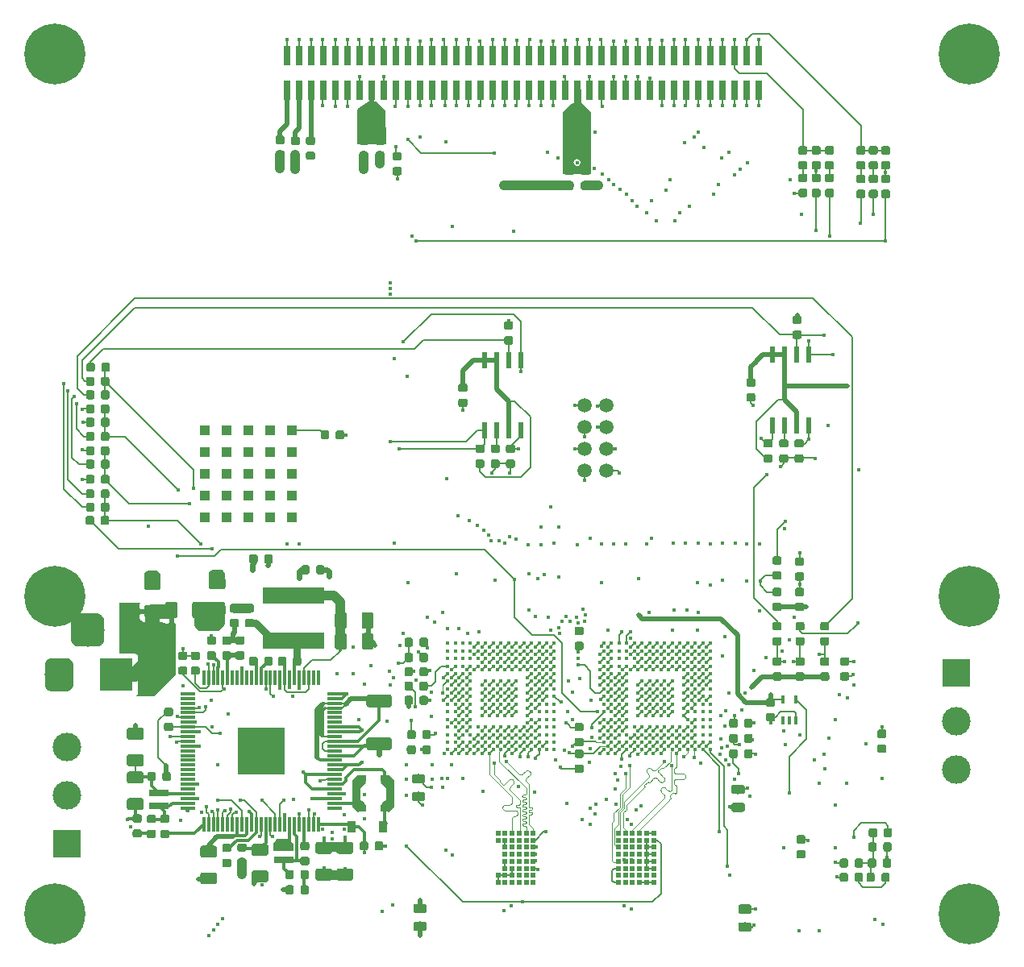
<source format=gbr>
G04 #@! TF.GenerationSoftware,KiCad,Pcbnew,5.0.2+dfsg1-1*
G04 #@! TF.CreationDate,2020-03-08T16:41:42+01:00*
G04 #@! TF.ProjectId,dlp_01,646c705f-3031-42e6-9b69-6361645f7063,rev?*
G04 #@! TF.SameCoordinates,Original*
G04 #@! TF.FileFunction,Copper,L1,Top*
G04 #@! TF.FilePolarity,Positive*
%FSLAX46Y46*%
G04 Gerber Fmt 4.6, Leading zero omitted, Abs format (unit mm)*
G04 Created by KiCad (PCBNEW 5.0.2+dfsg1-1) date Sun 08 Mar 2020 16:41:42 CET*
%MOMM*%
%LPD*%
G01*
G04 APERTURE LIST*
G04 #@! TA.AperFunction,SMDPad,CuDef*
%ADD10R,0.520000X0.520000*%
G04 #@! TD*
G04 #@! TA.AperFunction,Conductor*
%ADD11C,0.100000*%
G04 #@! TD*
G04 #@! TA.AperFunction,SMDPad,CuDef*
%ADD12C,0.875000*%
G04 #@! TD*
G04 #@! TA.AperFunction,SMDPad,CuDef*
%ADD13C,1.350000*%
G04 #@! TD*
G04 #@! TA.AperFunction,SMDPad,CuDef*
%ADD14C,1.250000*%
G04 #@! TD*
G04 #@! TA.AperFunction,SMDPad,CuDef*
%ADD15C,0.975000*%
G04 #@! TD*
G04 #@! TA.AperFunction,SMDPad,CuDef*
%ADD16R,2.000000X0.650000*%
G04 #@! TD*
G04 #@! TA.AperFunction,BGAPad,CuDef*
%ADD17C,1.500000*%
G04 #@! TD*
G04 #@! TA.AperFunction,SMDPad,CuDef*
%ADD18R,0.900000X1.200000*%
G04 #@! TD*
G04 #@! TA.AperFunction,ComponentPad*
%ADD19C,0.800000*%
G04 #@! TD*
G04 #@! TA.AperFunction,ComponentPad*
%ADD20C,6.400000*%
G04 #@! TD*
G04 #@! TA.AperFunction,SMDPad,CuDef*
%ADD21C,0.500000*%
G04 #@! TD*
G04 #@! TA.AperFunction,SMDPad,CuDef*
%ADD22R,0.890000X0.775000*%
G04 #@! TD*
G04 #@! TA.AperFunction,SMDPad,CuDef*
%ADD23R,0.870000X2.790000*%
G04 #@! TD*
G04 #@! TA.AperFunction,ComponentPad*
%ADD24C,3.000000*%
G04 #@! TD*
G04 #@! TA.AperFunction,ComponentPad*
%ADD25R,3.000000X3.000000*%
G04 #@! TD*
G04 #@! TA.AperFunction,SMDPad,CuDef*
%ADD26R,0.550000X1.750000*%
G04 #@! TD*
G04 #@! TA.AperFunction,ComponentPad*
%ADD27C,3.500000*%
G04 #@! TD*
G04 #@! TA.AperFunction,ComponentPad*
%ADD28R,3.500000X3.500000*%
G04 #@! TD*
G04 #@! TA.AperFunction,SMDPad,CuDef*
%ADD29R,6.500000X1.780000*%
G04 #@! TD*
G04 #@! TA.AperFunction,BGAPad,CuDef*
%ADD30C,0.400000*%
G04 #@! TD*
G04 #@! TA.AperFunction,SMDPad,CuDef*
%ADD31R,0.400000X0.900000*%
G04 #@! TD*
G04 #@! TA.AperFunction,SMDPad,CuDef*
%ADD32R,5.000000X5.000000*%
G04 #@! TD*
G04 #@! TA.AperFunction,SMDPad,CuDef*
%ADD33R,0.300000X1.500000*%
G04 #@! TD*
G04 #@! TA.AperFunction,SMDPad,CuDef*
%ADD34R,1.500000X0.300000*%
G04 #@! TD*
G04 #@! TA.AperFunction,SMDPad,CuDef*
%ADD35R,1.060000X1.060000*%
G04 #@! TD*
G04 #@! TA.AperFunction,SMDPad,CuDef*
%ADD36R,0.750000X2.100000*%
G04 #@! TD*
G04 #@! TA.AperFunction,ViaPad*
%ADD37C,0.450000*%
G04 #@! TD*
G04 #@! TA.AperFunction,Conductor*
%ADD38C,0.152400*%
G04 #@! TD*
G04 #@! TA.AperFunction,Conductor*
%ADD39C,0.200000*%
G04 #@! TD*
G04 #@! TA.AperFunction,Conductor*
%ADD40C,0.300000*%
G04 #@! TD*
G04 #@! TA.AperFunction,Conductor*
%ADD41C,0.600000*%
G04 #@! TD*
G04 #@! TA.AperFunction,Conductor*
%ADD42C,0.150000*%
G04 #@! TD*
G04 #@! TA.AperFunction,Conductor*
%ADD43C,1.000000*%
G04 #@! TD*
G04 #@! TA.AperFunction,Conductor*
%ADD44C,0.500000*%
G04 #@! TD*
G04 #@! TA.AperFunction,Conductor*
%ADD45C,0.800000*%
G04 #@! TD*
G04 #@! TA.AperFunction,Conductor*
%ADD46C,1.500000*%
G04 #@! TD*
G04 #@! TA.AperFunction,Conductor*
%ADD47C,0.350000*%
G04 #@! TD*
G04 #@! TA.AperFunction,Conductor*
%ADD48C,0.090000*%
G04 #@! TD*
G04 #@! TA.AperFunction,Conductor*
%ADD49C,0.254000*%
G04 #@! TD*
G04 APERTURE END LIST*
D10*
G04 #@! TO.P,U7,A19*
G04 #@! TO.N,+1V8*
X149797200Y-143749800D03*
G04 #@! TO.P,U7,A20*
X149054800Y-143749800D03*
G04 #@! TO.P,U7,A21*
X148312400Y-143749800D03*
G04 #@! TO.P,U7,A22*
G04 #@! TO.N,/dlp_pmic/VBIAS*
X147570000Y-143749800D03*
G04 #@! TO.P,U7,A23*
G04 #@! TO.N,/dmd/VRESET*
X146827600Y-143749800D03*
G04 #@! TO.P,U7,A24*
G04 #@! TO.N,GND*
X146085200Y-143749800D03*
G04 #@! TO.P,U7,B19*
G04 #@! TO.N,+1V8*
X149797200Y-143007400D03*
G04 #@! TO.P,U7,B20*
X149054800Y-143007400D03*
G04 #@! TO.P,U7,B21*
G04 #@! TO.N,/dmd/VOFFSET*
X148312400Y-143007400D03*
G04 #@! TO.P,U7,B22*
G04 #@! TO.N,GND*
X147570000Y-143007400D03*
G04 #@! TO.P,U7,B23*
X146827600Y-143007400D03*
G04 #@! TO.P,U7,B24*
X146085200Y-143007400D03*
G04 #@! TO.P,U7,C19*
X149797200Y-142265000D03*
G04 #@! TO.P,U7,C20*
G04 #@! TO.N,/dlp_controller/sDMD_HS_WDATAE_N*
X149054800Y-142265000D03*
G04 #@! TO.P,U7,C21*
G04 #@! TO.N,/dlp_controller/sDMD_HS_WDATAE_P*
X148312400Y-142265000D03*
G04 #@! TO.P,U7,C22*
G04 #@! TO.N,GND*
X147570000Y-142265000D03*
G04 #@! TO.P,U7,C23*
G04 #@! TO.N,+1V8*
X146827600Y-142265000D03*
G04 #@! TO.P,U7,D19*
G04 #@! TO.N,/dlp_controller/sDMD_HS_WDATAF_N*
X149797200Y-141522600D03*
G04 #@! TO.P,U7,D20*
G04 #@! TO.N,/dlp_controller/sDMD_HS_WDATAF_P*
X149054800Y-141522600D03*
G04 #@! TO.P,U7,D21*
G04 #@! TO.N,/dlp_controller/sDMD_HS_WDATAG_N*
X148312400Y-141522600D03*
G04 #@! TO.P,U7,D22*
G04 #@! TO.N,/dlp_controller/sDMD_HS_WDATAG_P*
X147570000Y-141522600D03*
G04 #@! TO.P,U7,D23*
G04 #@! TO.N,+1V8*
X146827600Y-141522600D03*
G04 #@! TO.P,U7,E19*
G04 #@! TO.N,GND*
X149797200Y-140780200D03*
G04 #@! TO.P,U7,E20*
G04 #@! TO.N,/dlp_controller/sDMD_HS_CLK_N*
X149054800Y-140780200D03*
G04 #@! TO.P,U7,E21*
G04 #@! TO.N,/dlp_controller/sDMD_HS_CLK_P*
X148312400Y-140780200D03*
G04 #@! TO.P,U7,E22*
G04 #@! TO.N,GND*
X147570000Y-140780200D03*
G04 #@! TO.P,U7,E23*
G04 #@! TO.N,+1V8*
X146827600Y-140780200D03*
G04 #@! TO.P,U7,F19*
G04 #@! TO.N,/dlp_controller/sDMD_HS_WDATAH_N*
X149797200Y-140037800D03*
G04 #@! TO.P,U7,F20*
G04 #@! TO.N,/dlp_controller/sDMD_HS_WDATAH_P*
X149054800Y-140037800D03*
G04 #@! TO.P,U7,F21*
G04 #@! TO.N,/dlp_controller/sDMD_HS_WDATAA_N*
X148312400Y-140037800D03*
G04 #@! TO.P,U7,F22*
G04 #@! TO.N,/dlp_controller/sDMD_HS_WDATAA_P*
X147570000Y-140037800D03*
G04 #@! TO.P,U7,F23*
G04 #@! TO.N,+1V8*
X146827600Y-140037800D03*
G04 #@! TO.P,U7,G19*
G04 #@! TO.N,GND*
X149797200Y-139295400D03*
G04 #@! TO.P,U7,G20*
G04 #@! TO.N,/dlp_controller/sDMD_HS_WDATAB_N*
X149054800Y-139295400D03*
G04 #@! TO.P,U7,G21*
G04 #@! TO.N,/dlp_controller/sDMD_HS_WDATAB_P*
X148312400Y-139295400D03*
G04 #@! TO.P,U7,G22*
G04 #@! TO.N,GND*
X147570000Y-139295400D03*
G04 #@! TO.P,U7,G23*
G04 #@! TO.N,+1V8*
X146827600Y-139295400D03*
G04 #@! TO.P,U7,G24*
G04 #@! TO.N,GND*
X146085200Y-139295400D03*
G04 #@! TO.P,U7,H19*
G04 #@! TO.N,/dlp_controller/sDMD_HS_WDATAD_N*
X149797200Y-138553000D03*
G04 #@! TO.P,U7,H20*
G04 #@! TO.N,/dlp_controller/sDMD_HS_WDATAD_P*
X149054800Y-138553000D03*
G04 #@! TO.P,U7,H21*
G04 #@! TO.N,/dlp_controller/sDMD_HS_WDATAC_N*
X148312400Y-138553000D03*
G04 #@! TO.P,U7,H22*
G04 #@! TO.N,/dlp_controller/sDMD_HS_WDATAC_P*
X147570000Y-138553000D03*
G04 #@! TO.P,U7,H23*
G04 #@! TO.N,GND*
X146827600Y-138553000D03*
G04 #@! TO.P,U7,H24*
X146085200Y-138553000D03*
G04 #@! TO.P,U7,B5*
G04 #@! TO.N,/dlp_controller/DMD_LS_CLK*
X160202000Y-143007400D03*
G04 #@! TO.P,U7,C4*
G04 #@! TO.N,GND*
X160944400Y-142265000D03*
G04 #@! TO.P,U7,A2*
X162429200Y-143749800D03*
G04 #@! TO.P,U7,F6*
G04 #@! TO.N,/dlp_controller/mDMD_HS_WDATAA_P*
X159459600Y-140037800D03*
G04 #@! TO.P,U7,G3*
G04 #@! TO.N,+1V8*
X161686800Y-139295400D03*
G04 #@! TO.P,U7,D2*
X162429200Y-141522600D03*
G04 #@! TO.P,U7,E5*
G04 #@! TO.N,/dlp_controller/mDMD_HS_CLK_P*
X160202000Y-140780200D03*
G04 #@! TO.P,U7,C6*
G04 #@! TO.N,/dlp_controller/mDMD_HS_WDATAD_N*
X159459600Y-142265000D03*
G04 #@! TO.P,U7,F2*
G04 #@! TO.N,+1V8*
X162429200Y-140037800D03*
G04 #@! TO.P,U7,D4*
G04 #@! TO.N,/dlp_controller/mDMD_HS_WDATAB_P*
X160944400Y-141522600D03*
G04 #@! TO.P,U7,F7*
G04 #@! TO.N,/dlp_controller/mDMD_HS_WDATAA_N*
X158717200Y-140037800D03*
G04 #@! TO.P,U7,D5*
G04 #@! TO.N,/dlp_controller/mDMD_HS_WDATAB_N*
X160202000Y-141522600D03*
G04 #@! TO.P,U7,B2*
G04 #@! TO.N,/dlp_controller/DMD_DEN_ARSTZ*
X162429200Y-143007400D03*
G04 #@! TO.P,U7,H6*
G04 #@! TO.N,/dlp_controller/mDMD_HS_WDATAE_P*
X159459600Y-138553000D03*
G04 #@! TO.P,U7,A3*
G04 #@! TO.N,GND*
X161686800Y-143749800D03*
G04 #@! TO.P,U7,A6*
G04 #@! TO.N,/dlp_pmic/VBIAS*
X159459600Y-143749800D03*
G04 #@! TO.P,U7,B7*
G04 #@! TO.N,/dlp_controller/DMD_LS_RDATA*
X158717200Y-143007400D03*
G04 #@! TO.P,U7,G2*
G04 #@! TO.N,/dmd/VOFFSET*
X162429200Y-139295400D03*
G04 #@! TO.P,U7,F5*
G04 #@! TO.N,/dlp_controller/mDMD_HS_WDATAH_N*
X160202000Y-140037800D03*
G04 #@! TO.P,U7,E3*
G04 #@! TO.N,+1V8*
X161686800Y-140780200D03*
G04 #@! TO.P,U7,G6*
G04 #@! TO.N,/dlp_controller/mDMD_HS_WDATAG_N*
X159459600Y-139295400D03*
G04 #@! TO.P,U7,A7*
G04 #@! TO.N,GND*
X158717200Y-143749800D03*
G04 #@! TO.P,U7,F3*
G04 #@! TO.N,+1V8*
X161686800Y-140037800D03*
G04 #@! TO.P,U7,G4*
G04 #@! TO.N,GND*
X160944400Y-139295400D03*
G04 #@! TO.P,U7,C7*
X158717200Y-142265000D03*
G04 #@! TO.P,U7,G7*
X158717200Y-139295400D03*
G04 #@! TO.P,U7,E7*
X158717200Y-140780200D03*
G04 #@! TO.P,U7,E2*
G04 #@! TO.N,+1V8*
X162429200Y-140780200D03*
G04 #@! TO.P,U7,H5*
G04 #@! TO.N,/dlp_controller/mDMD_HS_WDATAF_N*
X160202000Y-138553000D03*
G04 #@! TO.P,U7,H2*
G04 #@! TO.N,GND*
X162429200Y-138553000D03*
G04 #@! TO.P,U7,C5*
G04 #@! TO.N,/dlp_controller/mDMD_HS_WDATAD_P*
X160202000Y-142265000D03*
G04 #@! TO.P,U7,C3*
G04 #@! TO.N,+1V8*
X161686800Y-142265000D03*
G04 #@! TO.P,U7,A4*
G04 #@! TO.N,GND*
X160944400Y-143749800D03*
G04 #@! TO.P,U7,G5*
G04 #@! TO.N,/dlp_controller/mDMD_HS_WDATAG_P*
X160202000Y-139295400D03*
G04 #@! TO.P,U7,B4*
G04 #@! TO.N,/dlp_controller/sDMD_LS_RDATA*
X160944400Y-143007400D03*
G04 #@! TO.P,U7,F4*
G04 #@! TO.N,/dlp_controller/mDMD_HS_WDATAH_P*
X160944400Y-140037800D03*
G04 #@! TO.P,U7,D6*
G04 #@! TO.N,/dlp_controller/mDMD_HS_WDATAC_P*
X159459600Y-141522600D03*
G04 #@! TO.P,U7,D3*
G04 #@! TO.N,+1V8*
X161686800Y-141522600D03*
G04 #@! TO.P,U7,A5*
G04 #@! TO.N,/dmd/VRESET*
X160202000Y-143749800D03*
G04 #@! TO.P,U7,B6*
G04 #@! TO.N,+1V8*
X159459600Y-143007400D03*
G04 #@! TO.P,U7,H4*
G04 #@! TO.N,/dlp_controller/mDMD_HS_WDATAF_P*
X160944400Y-138553000D03*
G04 #@! TO.P,U7,C2*
G04 #@! TO.N,+1V8*
X162429200Y-142265000D03*
G04 #@! TO.P,U7,E4*
G04 #@! TO.N,GND*
X160944400Y-140780200D03*
G04 #@! TO.P,U7,D7*
G04 #@! TO.N,/dlp_controller/mDMD_HS_WDATAC_N*
X158717200Y-141522600D03*
G04 #@! TO.P,U7,B3*
G04 #@! TO.N,/dlp_controller/DMD_LS_WDATA*
X161686800Y-143007400D03*
G04 #@! TO.P,U7,E6*
G04 #@! TO.N,/dlp_controller/mDMD_HS_CLK_N*
X159459600Y-140780200D03*
G04 #@! TO.P,U7,H7*
G04 #@! TO.N,/dlp_controller/mDMD_HS_WDATAE_N*
X158717200Y-138553000D03*
G04 #@! TO.P,U7,H3*
G04 #@! TO.N,GND*
X161686800Y-138553000D03*
G04 #@! TD*
D11*
G04 #@! TO.N,/dlp_controller/dlp_controller_config/mSPI_CLK*
G04 #@! TO.C,R75*
G36*
X103505557Y-90606849D02*
X103526792Y-90609999D01*
X103547616Y-90615215D01*
X103567828Y-90622447D01*
X103587234Y-90631626D01*
X103605647Y-90642662D01*
X103622890Y-90655450D01*
X103638796Y-90669866D01*
X103653212Y-90685772D01*
X103666000Y-90703015D01*
X103677036Y-90721428D01*
X103686215Y-90740834D01*
X103693447Y-90761046D01*
X103698663Y-90781870D01*
X103701813Y-90803105D01*
X103702866Y-90824546D01*
X103702866Y-91337046D01*
X103701813Y-91358487D01*
X103698663Y-91379722D01*
X103693447Y-91400546D01*
X103686215Y-91420758D01*
X103677036Y-91440164D01*
X103666000Y-91458577D01*
X103653212Y-91475820D01*
X103638796Y-91491726D01*
X103622890Y-91506142D01*
X103605647Y-91518930D01*
X103587234Y-91529966D01*
X103567828Y-91539145D01*
X103547616Y-91546377D01*
X103526792Y-91551593D01*
X103505557Y-91554743D01*
X103484116Y-91555796D01*
X103046616Y-91555796D01*
X103025175Y-91554743D01*
X103003940Y-91551593D01*
X102983116Y-91546377D01*
X102962904Y-91539145D01*
X102943498Y-91529966D01*
X102925085Y-91518930D01*
X102907842Y-91506142D01*
X102891936Y-91491726D01*
X102877520Y-91475820D01*
X102864732Y-91458577D01*
X102853696Y-91440164D01*
X102844517Y-91420758D01*
X102837285Y-91400546D01*
X102832069Y-91379722D01*
X102828919Y-91358487D01*
X102827866Y-91337046D01*
X102827866Y-90824546D01*
X102828919Y-90803105D01*
X102832069Y-90781870D01*
X102837285Y-90761046D01*
X102844517Y-90740834D01*
X102853696Y-90721428D01*
X102864732Y-90703015D01*
X102877520Y-90685772D01*
X102891936Y-90669866D01*
X102907842Y-90655450D01*
X102925085Y-90642662D01*
X102943498Y-90631626D01*
X102962904Y-90622447D01*
X102983116Y-90615215D01*
X103003940Y-90609999D01*
X103025175Y-90606849D01*
X103046616Y-90605796D01*
X103484116Y-90605796D01*
X103505557Y-90606849D01*
X103505557Y-90606849D01*
G37*
D12*
G04 #@! TD*
G04 #@! TO.P,R75,2*
G04 #@! TO.N,/dlp_controller/dlp_controller_config/mSPI_CLK*
X103265366Y-91080796D03*
D11*
G04 #@! TO.N,/dlp_controller/SPI1_CLK*
G04 #@! TO.C,R75*
G36*
X105080557Y-90606849D02*
X105101792Y-90609999D01*
X105122616Y-90615215D01*
X105142828Y-90622447D01*
X105162234Y-90631626D01*
X105180647Y-90642662D01*
X105197890Y-90655450D01*
X105213796Y-90669866D01*
X105228212Y-90685772D01*
X105241000Y-90703015D01*
X105252036Y-90721428D01*
X105261215Y-90740834D01*
X105268447Y-90761046D01*
X105273663Y-90781870D01*
X105276813Y-90803105D01*
X105277866Y-90824546D01*
X105277866Y-91337046D01*
X105276813Y-91358487D01*
X105273663Y-91379722D01*
X105268447Y-91400546D01*
X105261215Y-91420758D01*
X105252036Y-91440164D01*
X105241000Y-91458577D01*
X105228212Y-91475820D01*
X105213796Y-91491726D01*
X105197890Y-91506142D01*
X105180647Y-91518930D01*
X105162234Y-91529966D01*
X105142828Y-91539145D01*
X105122616Y-91546377D01*
X105101792Y-91551593D01*
X105080557Y-91554743D01*
X105059116Y-91555796D01*
X104621616Y-91555796D01*
X104600175Y-91554743D01*
X104578940Y-91551593D01*
X104558116Y-91546377D01*
X104537904Y-91539145D01*
X104518498Y-91529966D01*
X104500085Y-91518930D01*
X104482842Y-91506142D01*
X104466936Y-91491726D01*
X104452520Y-91475820D01*
X104439732Y-91458577D01*
X104428696Y-91440164D01*
X104419517Y-91420758D01*
X104412285Y-91400546D01*
X104407069Y-91379722D01*
X104403919Y-91358487D01*
X104402866Y-91337046D01*
X104402866Y-90824546D01*
X104403919Y-90803105D01*
X104407069Y-90781870D01*
X104412285Y-90761046D01*
X104419517Y-90740834D01*
X104428696Y-90721428D01*
X104439732Y-90703015D01*
X104452520Y-90685772D01*
X104466936Y-90669866D01*
X104482842Y-90655450D01*
X104500085Y-90642662D01*
X104518498Y-90631626D01*
X104537904Y-90622447D01*
X104558116Y-90615215D01*
X104578940Y-90609999D01*
X104600175Y-90606849D01*
X104621616Y-90605796D01*
X105059116Y-90605796D01*
X105080557Y-90606849D01*
X105080557Y-90606849D01*
G37*
D12*
G04 #@! TD*
G04 #@! TO.P,R75,1*
G04 #@! TO.N,/dlp_controller/SPI1_CLK*
X104840366Y-91080796D03*
D11*
G04 #@! TO.N,/dlp_controller/dlp_controller_config/sSPI_CLK*
G04 #@! TO.C,R76*
G36*
X103552691Y-89126053D02*
X103573926Y-89129203D01*
X103594750Y-89134419D01*
X103614962Y-89141651D01*
X103634368Y-89150830D01*
X103652781Y-89161866D01*
X103670024Y-89174654D01*
X103685930Y-89189070D01*
X103700346Y-89204976D01*
X103713134Y-89222219D01*
X103724170Y-89240632D01*
X103733349Y-89260038D01*
X103740581Y-89280250D01*
X103745797Y-89301074D01*
X103748947Y-89322309D01*
X103750000Y-89343750D01*
X103750000Y-89856250D01*
X103748947Y-89877691D01*
X103745797Y-89898926D01*
X103740581Y-89919750D01*
X103733349Y-89939962D01*
X103724170Y-89959368D01*
X103713134Y-89977781D01*
X103700346Y-89995024D01*
X103685930Y-90010930D01*
X103670024Y-90025346D01*
X103652781Y-90038134D01*
X103634368Y-90049170D01*
X103614962Y-90058349D01*
X103594750Y-90065581D01*
X103573926Y-90070797D01*
X103552691Y-90073947D01*
X103531250Y-90075000D01*
X103093750Y-90075000D01*
X103072309Y-90073947D01*
X103051074Y-90070797D01*
X103030250Y-90065581D01*
X103010038Y-90058349D01*
X102990632Y-90049170D01*
X102972219Y-90038134D01*
X102954976Y-90025346D01*
X102939070Y-90010930D01*
X102924654Y-89995024D01*
X102911866Y-89977781D01*
X102900830Y-89959368D01*
X102891651Y-89939962D01*
X102884419Y-89919750D01*
X102879203Y-89898926D01*
X102876053Y-89877691D01*
X102875000Y-89856250D01*
X102875000Y-89343750D01*
X102876053Y-89322309D01*
X102879203Y-89301074D01*
X102884419Y-89280250D01*
X102891651Y-89260038D01*
X102900830Y-89240632D01*
X102911866Y-89222219D01*
X102924654Y-89204976D01*
X102939070Y-89189070D01*
X102954976Y-89174654D01*
X102972219Y-89161866D01*
X102990632Y-89150830D01*
X103010038Y-89141651D01*
X103030250Y-89134419D01*
X103051074Y-89129203D01*
X103072309Y-89126053D01*
X103093750Y-89125000D01*
X103531250Y-89125000D01*
X103552691Y-89126053D01*
X103552691Y-89126053D01*
G37*
D12*
G04 #@! TD*
G04 #@! TO.P,R76,2*
G04 #@! TO.N,/dlp_controller/dlp_controller_config/sSPI_CLK*
X103312500Y-89600000D03*
D11*
G04 #@! TO.N,/dlp_controller/SPI1_CLK*
G04 #@! TO.C,R76*
G36*
X105127691Y-89126053D02*
X105148926Y-89129203D01*
X105169750Y-89134419D01*
X105189962Y-89141651D01*
X105209368Y-89150830D01*
X105227781Y-89161866D01*
X105245024Y-89174654D01*
X105260930Y-89189070D01*
X105275346Y-89204976D01*
X105288134Y-89222219D01*
X105299170Y-89240632D01*
X105308349Y-89260038D01*
X105315581Y-89280250D01*
X105320797Y-89301074D01*
X105323947Y-89322309D01*
X105325000Y-89343750D01*
X105325000Y-89856250D01*
X105323947Y-89877691D01*
X105320797Y-89898926D01*
X105315581Y-89919750D01*
X105308349Y-89939962D01*
X105299170Y-89959368D01*
X105288134Y-89977781D01*
X105275346Y-89995024D01*
X105260930Y-90010930D01*
X105245024Y-90025346D01*
X105227781Y-90038134D01*
X105209368Y-90049170D01*
X105189962Y-90058349D01*
X105169750Y-90065581D01*
X105148926Y-90070797D01*
X105127691Y-90073947D01*
X105106250Y-90075000D01*
X104668750Y-90075000D01*
X104647309Y-90073947D01*
X104626074Y-90070797D01*
X104605250Y-90065581D01*
X104585038Y-90058349D01*
X104565632Y-90049170D01*
X104547219Y-90038134D01*
X104529976Y-90025346D01*
X104514070Y-90010930D01*
X104499654Y-89995024D01*
X104486866Y-89977781D01*
X104475830Y-89959368D01*
X104466651Y-89939962D01*
X104459419Y-89919750D01*
X104454203Y-89898926D01*
X104451053Y-89877691D01*
X104450000Y-89856250D01*
X104450000Y-89343750D01*
X104451053Y-89322309D01*
X104454203Y-89301074D01*
X104459419Y-89280250D01*
X104466651Y-89260038D01*
X104475830Y-89240632D01*
X104486866Y-89222219D01*
X104499654Y-89204976D01*
X104514070Y-89189070D01*
X104529976Y-89174654D01*
X104547219Y-89161866D01*
X104565632Y-89150830D01*
X104585038Y-89141651D01*
X104605250Y-89134419D01*
X104626074Y-89129203D01*
X104647309Y-89126053D01*
X104668750Y-89125000D01*
X105106250Y-89125000D01*
X105127691Y-89126053D01*
X105127691Y-89126053D01*
G37*
D12*
G04 #@! TD*
G04 #@! TO.P,R76,1*
G04 #@! TO.N,/dlp_controller/SPI1_CLK*
X104887500Y-89600000D03*
D11*
G04 #@! TO.N,/dlp_controller/dlp_controller_gpio/SPI1_CLK*
G04 #@! TO.C,R79*
G36*
X103505557Y-92026053D02*
X103526792Y-92029203D01*
X103547616Y-92034419D01*
X103567828Y-92041651D01*
X103587234Y-92050830D01*
X103605647Y-92061866D01*
X103622890Y-92074654D01*
X103638796Y-92089070D01*
X103653212Y-92104976D01*
X103666000Y-92122219D01*
X103677036Y-92140632D01*
X103686215Y-92160038D01*
X103693447Y-92180250D01*
X103698663Y-92201074D01*
X103701813Y-92222309D01*
X103702866Y-92243750D01*
X103702866Y-92756250D01*
X103701813Y-92777691D01*
X103698663Y-92798926D01*
X103693447Y-92819750D01*
X103686215Y-92839962D01*
X103677036Y-92859368D01*
X103666000Y-92877781D01*
X103653212Y-92895024D01*
X103638796Y-92910930D01*
X103622890Y-92925346D01*
X103605647Y-92938134D01*
X103587234Y-92949170D01*
X103567828Y-92958349D01*
X103547616Y-92965581D01*
X103526792Y-92970797D01*
X103505557Y-92973947D01*
X103484116Y-92975000D01*
X103046616Y-92975000D01*
X103025175Y-92973947D01*
X103003940Y-92970797D01*
X102983116Y-92965581D01*
X102962904Y-92958349D01*
X102943498Y-92949170D01*
X102925085Y-92938134D01*
X102907842Y-92925346D01*
X102891936Y-92910930D01*
X102877520Y-92895024D01*
X102864732Y-92877781D01*
X102853696Y-92859368D01*
X102844517Y-92839962D01*
X102837285Y-92819750D01*
X102832069Y-92798926D01*
X102828919Y-92777691D01*
X102827866Y-92756250D01*
X102827866Y-92243750D01*
X102828919Y-92222309D01*
X102832069Y-92201074D01*
X102837285Y-92180250D01*
X102844517Y-92160038D01*
X102853696Y-92140632D01*
X102864732Y-92122219D01*
X102877520Y-92104976D01*
X102891936Y-92089070D01*
X102907842Y-92074654D01*
X102925085Y-92061866D01*
X102943498Y-92050830D01*
X102962904Y-92041651D01*
X102983116Y-92034419D01*
X103003940Y-92029203D01*
X103025175Y-92026053D01*
X103046616Y-92025000D01*
X103484116Y-92025000D01*
X103505557Y-92026053D01*
X103505557Y-92026053D01*
G37*
D12*
G04 #@! TD*
G04 #@! TO.P,R79,2*
G04 #@! TO.N,/dlp_controller/dlp_controller_gpio/SPI1_CLK*
X103265366Y-92500000D03*
D11*
G04 #@! TO.N,/dlp_controller/SPI1_CLK*
G04 #@! TO.C,R79*
G36*
X105080557Y-92026053D02*
X105101792Y-92029203D01*
X105122616Y-92034419D01*
X105142828Y-92041651D01*
X105162234Y-92050830D01*
X105180647Y-92061866D01*
X105197890Y-92074654D01*
X105213796Y-92089070D01*
X105228212Y-92104976D01*
X105241000Y-92122219D01*
X105252036Y-92140632D01*
X105261215Y-92160038D01*
X105268447Y-92180250D01*
X105273663Y-92201074D01*
X105276813Y-92222309D01*
X105277866Y-92243750D01*
X105277866Y-92756250D01*
X105276813Y-92777691D01*
X105273663Y-92798926D01*
X105268447Y-92819750D01*
X105261215Y-92839962D01*
X105252036Y-92859368D01*
X105241000Y-92877781D01*
X105228212Y-92895024D01*
X105213796Y-92910930D01*
X105197890Y-92925346D01*
X105180647Y-92938134D01*
X105162234Y-92949170D01*
X105142828Y-92958349D01*
X105122616Y-92965581D01*
X105101792Y-92970797D01*
X105080557Y-92973947D01*
X105059116Y-92975000D01*
X104621616Y-92975000D01*
X104600175Y-92973947D01*
X104578940Y-92970797D01*
X104558116Y-92965581D01*
X104537904Y-92958349D01*
X104518498Y-92949170D01*
X104500085Y-92938134D01*
X104482842Y-92925346D01*
X104466936Y-92910930D01*
X104452520Y-92895024D01*
X104439732Y-92877781D01*
X104428696Y-92859368D01*
X104419517Y-92839962D01*
X104412285Y-92819750D01*
X104407069Y-92798926D01*
X104403919Y-92777691D01*
X104402866Y-92756250D01*
X104402866Y-92243750D01*
X104403919Y-92222309D01*
X104407069Y-92201074D01*
X104412285Y-92180250D01*
X104419517Y-92160038D01*
X104428696Y-92140632D01*
X104439732Y-92122219D01*
X104452520Y-92104976D01*
X104466936Y-92089070D01*
X104482842Y-92074654D01*
X104500085Y-92061866D01*
X104518498Y-92050830D01*
X104537904Y-92041651D01*
X104558116Y-92034419D01*
X104578940Y-92029203D01*
X104600175Y-92026053D01*
X104621616Y-92025000D01*
X105059116Y-92025000D01*
X105080557Y-92026053D01*
X105080557Y-92026053D01*
G37*
D12*
G04 #@! TD*
G04 #@! TO.P,R79,1*
G04 #@! TO.N,/dlp_controller/SPI1_CLK*
X104840366Y-92500000D03*
D11*
G04 #@! TO.N,/dlp_controller/dlp_controller_config/mSPI_MOSI*
G04 #@! TO.C,R83*
G36*
X103499825Y-102430705D02*
X103521060Y-102433855D01*
X103541884Y-102439071D01*
X103562096Y-102446303D01*
X103581502Y-102455482D01*
X103599915Y-102466518D01*
X103617158Y-102479306D01*
X103633064Y-102493722D01*
X103647480Y-102509628D01*
X103660268Y-102526871D01*
X103671304Y-102545284D01*
X103680483Y-102564690D01*
X103687715Y-102584902D01*
X103692931Y-102605726D01*
X103696081Y-102626961D01*
X103697134Y-102648402D01*
X103697134Y-103160902D01*
X103696081Y-103182343D01*
X103692931Y-103203578D01*
X103687715Y-103224402D01*
X103680483Y-103244614D01*
X103671304Y-103264020D01*
X103660268Y-103282433D01*
X103647480Y-103299676D01*
X103633064Y-103315582D01*
X103617158Y-103329998D01*
X103599915Y-103342786D01*
X103581502Y-103353822D01*
X103562096Y-103363001D01*
X103541884Y-103370233D01*
X103521060Y-103375449D01*
X103499825Y-103378599D01*
X103478384Y-103379652D01*
X103040884Y-103379652D01*
X103019443Y-103378599D01*
X102998208Y-103375449D01*
X102977384Y-103370233D01*
X102957172Y-103363001D01*
X102937766Y-103353822D01*
X102919353Y-103342786D01*
X102902110Y-103329998D01*
X102886204Y-103315582D01*
X102871788Y-103299676D01*
X102859000Y-103282433D01*
X102847964Y-103264020D01*
X102838785Y-103244614D01*
X102831553Y-103224402D01*
X102826337Y-103203578D01*
X102823187Y-103182343D01*
X102822134Y-103160902D01*
X102822134Y-102648402D01*
X102823187Y-102626961D01*
X102826337Y-102605726D01*
X102831553Y-102584902D01*
X102838785Y-102564690D01*
X102847964Y-102545284D01*
X102859000Y-102526871D01*
X102871788Y-102509628D01*
X102886204Y-102493722D01*
X102902110Y-102479306D01*
X102919353Y-102466518D01*
X102937766Y-102455482D01*
X102957172Y-102446303D01*
X102977384Y-102439071D01*
X102998208Y-102433855D01*
X103019443Y-102430705D01*
X103040884Y-102429652D01*
X103478384Y-102429652D01*
X103499825Y-102430705D01*
X103499825Y-102430705D01*
G37*
D12*
G04 #@! TD*
G04 #@! TO.P,R83,2*
G04 #@! TO.N,/dlp_controller/dlp_controller_config/mSPI_MOSI*
X103259634Y-102904652D03*
D11*
G04 #@! TO.N,/dlp_controller/SPI1_DIN*
G04 #@! TO.C,R83*
G36*
X105074825Y-102430705D02*
X105096060Y-102433855D01*
X105116884Y-102439071D01*
X105137096Y-102446303D01*
X105156502Y-102455482D01*
X105174915Y-102466518D01*
X105192158Y-102479306D01*
X105208064Y-102493722D01*
X105222480Y-102509628D01*
X105235268Y-102526871D01*
X105246304Y-102545284D01*
X105255483Y-102564690D01*
X105262715Y-102584902D01*
X105267931Y-102605726D01*
X105271081Y-102626961D01*
X105272134Y-102648402D01*
X105272134Y-103160902D01*
X105271081Y-103182343D01*
X105267931Y-103203578D01*
X105262715Y-103224402D01*
X105255483Y-103244614D01*
X105246304Y-103264020D01*
X105235268Y-103282433D01*
X105222480Y-103299676D01*
X105208064Y-103315582D01*
X105192158Y-103329998D01*
X105174915Y-103342786D01*
X105156502Y-103353822D01*
X105137096Y-103363001D01*
X105116884Y-103370233D01*
X105096060Y-103375449D01*
X105074825Y-103378599D01*
X105053384Y-103379652D01*
X104615884Y-103379652D01*
X104594443Y-103378599D01*
X104573208Y-103375449D01*
X104552384Y-103370233D01*
X104532172Y-103363001D01*
X104512766Y-103353822D01*
X104494353Y-103342786D01*
X104477110Y-103329998D01*
X104461204Y-103315582D01*
X104446788Y-103299676D01*
X104434000Y-103282433D01*
X104422964Y-103264020D01*
X104413785Y-103244614D01*
X104406553Y-103224402D01*
X104401337Y-103203578D01*
X104398187Y-103182343D01*
X104397134Y-103160902D01*
X104397134Y-102648402D01*
X104398187Y-102626961D01*
X104401337Y-102605726D01*
X104406553Y-102584902D01*
X104413785Y-102564690D01*
X104422964Y-102545284D01*
X104434000Y-102526871D01*
X104446788Y-102509628D01*
X104461204Y-102493722D01*
X104477110Y-102479306D01*
X104494353Y-102466518D01*
X104512766Y-102455482D01*
X104532172Y-102446303D01*
X104552384Y-102439071D01*
X104573208Y-102433855D01*
X104594443Y-102430705D01*
X104615884Y-102429652D01*
X105053384Y-102429652D01*
X105074825Y-102430705D01*
X105074825Y-102430705D01*
G37*
D12*
G04 #@! TD*
G04 #@! TO.P,R83,1*
G04 #@! TO.N,/dlp_controller/SPI1_DIN*
X104834634Y-102904652D03*
D11*
G04 #@! TO.N,/dlp_controller/dlp_controller_config/sSPI_MOSI*
G04 #@! TO.C,R84*
G36*
X103499825Y-103830705D02*
X103521060Y-103833855D01*
X103541884Y-103839071D01*
X103562096Y-103846303D01*
X103581502Y-103855482D01*
X103599915Y-103866518D01*
X103617158Y-103879306D01*
X103633064Y-103893722D01*
X103647480Y-103909628D01*
X103660268Y-103926871D01*
X103671304Y-103945284D01*
X103680483Y-103964690D01*
X103687715Y-103984902D01*
X103692931Y-104005726D01*
X103696081Y-104026961D01*
X103697134Y-104048402D01*
X103697134Y-104560902D01*
X103696081Y-104582343D01*
X103692931Y-104603578D01*
X103687715Y-104624402D01*
X103680483Y-104644614D01*
X103671304Y-104664020D01*
X103660268Y-104682433D01*
X103647480Y-104699676D01*
X103633064Y-104715582D01*
X103617158Y-104729998D01*
X103599915Y-104742786D01*
X103581502Y-104753822D01*
X103562096Y-104763001D01*
X103541884Y-104770233D01*
X103521060Y-104775449D01*
X103499825Y-104778599D01*
X103478384Y-104779652D01*
X103040884Y-104779652D01*
X103019443Y-104778599D01*
X102998208Y-104775449D01*
X102977384Y-104770233D01*
X102957172Y-104763001D01*
X102937766Y-104753822D01*
X102919353Y-104742786D01*
X102902110Y-104729998D01*
X102886204Y-104715582D01*
X102871788Y-104699676D01*
X102859000Y-104682433D01*
X102847964Y-104664020D01*
X102838785Y-104644614D01*
X102831553Y-104624402D01*
X102826337Y-104603578D01*
X102823187Y-104582343D01*
X102822134Y-104560902D01*
X102822134Y-104048402D01*
X102823187Y-104026961D01*
X102826337Y-104005726D01*
X102831553Y-103984902D01*
X102838785Y-103964690D01*
X102847964Y-103945284D01*
X102859000Y-103926871D01*
X102871788Y-103909628D01*
X102886204Y-103893722D01*
X102902110Y-103879306D01*
X102919353Y-103866518D01*
X102937766Y-103855482D01*
X102957172Y-103846303D01*
X102977384Y-103839071D01*
X102998208Y-103833855D01*
X103019443Y-103830705D01*
X103040884Y-103829652D01*
X103478384Y-103829652D01*
X103499825Y-103830705D01*
X103499825Y-103830705D01*
G37*
D12*
G04 #@! TD*
G04 #@! TO.P,R84,2*
G04 #@! TO.N,/dlp_controller/dlp_controller_config/sSPI_MOSI*
X103259634Y-104304652D03*
D11*
G04 #@! TO.N,/dlp_controller/SPI1_DIN*
G04 #@! TO.C,R84*
G36*
X105074825Y-103830705D02*
X105096060Y-103833855D01*
X105116884Y-103839071D01*
X105137096Y-103846303D01*
X105156502Y-103855482D01*
X105174915Y-103866518D01*
X105192158Y-103879306D01*
X105208064Y-103893722D01*
X105222480Y-103909628D01*
X105235268Y-103926871D01*
X105246304Y-103945284D01*
X105255483Y-103964690D01*
X105262715Y-103984902D01*
X105267931Y-104005726D01*
X105271081Y-104026961D01*
X105272134Y-104048402D01*
X105272134Y-104560902D01*
X105271081Y-104582343D01*
X105267931Y-104603578D01*
X105262715Y-104624402D01*
X105255483Y-104644614D01*
X105246304Y-104664020D01*
X105235268Y-104682433D01*
X105222480Y-104699676D01*
X105208064Y-104715582D01*
X105192158Y-104729998D01*
X105174915Y-104742786D01*
X105156502Y-104753822D01*
X105137096Y-104763001D01*
X105116884Y-104770233D01*
X105096060Y-104775449D01*
X105074825Y-104778599D01*
X105053384Y-104779652D01*
X104615884Y-104779652D01*
X104594443Y-104778599D01*
X104573208Y-104775449D01*
X104552384Y-104770233D01*
X104532172Y-104763001D01*
X104512766Y-104753822D01*
X104494353Y-104742786D01*
X104477110Y-104729998D01*
X104461204Y-104715582D01*
X104446788Y-104699676D01*
X104434000Y-104682433D01*
X104422964Y-104664020D01*
X104413785Y-104644614D01*
X104406553Y-104624402D01*
X104401337Y-104603578D01*
X104398187Y-104582343D01*
X104397134Y-104560902D01*
X104397134Y-104048402D01*
X104398187Y-104026961D01*
X104401337Y-104005726D01*
X104406553Y-103984902D01*
X104413785Y-103964690D01*
X104422964Y-103945284D01*
X104434000Y-103926871D01*
X104446788Y-103909628D01*
X104461204Y-103893722D01*
X104477110Y-103879306D01*
X104494353Y-103866518D01*
X104512766Y-103855482D01*
X104532172Y-103846303D01*
X104552384Y-103839071D01*
X104573208Y-103833855D01*
X104594443Y-103830705D01*
X104615884Y-103829652D01*
X105053384Y-103829652D01*
X105074825Y-103830705D01*
X105074825Y-103830705D01*
G37*
D12*
G04 #@! TD*
G04 #@! TO.P,R84,1*
G04 #@! TO.N,/dlp_controller/SPI1_DIN*
X104834634Y-104304652D03*
D11*
G04 #@! TO.N,/dlp_controller/dlp_controller_gpio/SPI1_DIN*
G04 #@! TO.C,R85*
G36*
X103487325Y-105230705D02*
X103508560Y-105233855D01*
X103529384Y-105239071D01*
X103549596Y-105246303D01*
X103569002Y-105255482D01*
X103587415Y-105266518D01*
X103604658Y-105279306D01*
X103620564Y-105293722D01*
X103634980Y-105309628D01*
X103647768Y-105326871D01*
X103658804Y-105345284D01*
X103667983Y-105364690D01*
X103675215Y-105384902D01*
X103680431Y-105405726D01*
X103683581Y-105426961D01*
X103684634Y-105448402D01*
X103684634Y-105960902D01*
X103683581Y-105982343D01*
X103680431Y-106003578D01*
X103675215Y-106024402D01*
X103667983Y-106044614D01*
X103658804Y-106064020D01*
X103647768Y-106082433D01*
X103634980Y-106099676D01*
X103620564Y-106115582D01*
X103604658Y-106129998D01*
X103587415Y-106142786D01*
X103569002Y-106153822D01*
X103549596Y-106163001D01*
X103529384Y-106170233D01*
X103508560Y-106175449D01*
X103487325Y-106178599D01*
X103465884Y-106179652D01*
X103028384Y-106179652D01*
X103006943Y-106178599D01*
X102985708Y-106175449D01*
X102964884Y-106170233D01*
X102944672Y-106163001D01*
X102925266Y-106153822D01*
X102906853Y-106142786D01*
X102889610Y-106129998D01*
X102873704Y-106115582D01*
X102859288Y-106099676D01*
X102846500Y-106082433D01*
X102835464Y-106064020D01*
X102826285Y-106044614D01*
X102819053Y-106024402D01*
X102813837Y-106003578D01*
X102810687Y-105982343D01*
X102809634Y-105960902D01*
X102809634Y-105448402D01*
X102810687Y-105426961D01*
X102813837Y-105405726D01*
X102819053Y-105384902D01*
X102826285Y-105364690D01*
X102835464Y-105345284D01*
X102846500Y-105326871D01*
X102859288Y-105309628D01*
X102873704Y-105293722D01*
X102889610Y-105279306D01*
X102906853Y-105266518D01*
X102925266Y-105255482D01*
X102944672Y-105246303D01*
X102964884Y-105239071D01*
X102985708Y-105233855D01*
X103006943Y-105230705D01*
X103028384Y-105229652D01*
X103465884Y-105229652D01*
X103487325Y-105230705D01*
X103487325Y-105230705D01*
G37*
D12*
G04 #@! TD*
G04 #@! TO.P,R85,2*
G04 #@! TO.N,/dlp_controller/dlp_controller_gpio/SPI1_DIN*
X103247134Y-105704652D03*
D11*
G04 #@! TO.N,/dlp_controller/SPI1_DIN*
G04 #@! TO.C,R85*
G36*
X105062325Y-105230705D02*
X105083560Y-105233855D01*
X105104384Y-105239071D01*
X105124596Y-105246303D01*
X105144002Y-105255482D01*
X105162415Y-105266518D01*
X105179658Y-105279306D01*
X105195564Y-105293722D01*
X105209980Y-105309628D01*
X105222768Y-105326871D01*
X105233804Y-105345284D01*
X105242983Y-105364690D01*
X105250215Y-105384902D01*
X105255431Y-105405726D01*
X105258581Y-105426961D01*
X105259634Y-105448402D01*
X105259634Y-105960902D01*
X105258581Y-105982343D01*
X105255431Y-106003578D01*
X105250215Y-106024402D01*
X105242983Y-106044614D01*
X105233804Y-106064020D01*
X105222768Y-106082433D01*
X105209980Y-106099676D01*
X105195564Y-106115582D01*
X105179658Y-106129998D01*
X105162415Y-106142786D01*
X105144002Y-106153822D01*
X105124596Y-106163001D01*
X105104384Y-106170233D01*
X105083560Y-106175449D01*
X105062325Y-106178599D01*
X105040884Y-106179652D01*
X104603384Y-106179652D01*
X104581943Y-106178599D01*
X104560708Y-106175449D01*
X104539884Y-106170233D01*
X104519672Y-106163001D01*
X104500266Y-106153822D01*
X104481853Y-106142786D01*
X104464610Y-106129998D01*
X104448704Y-106115582D01*
X104434288Y-106099676D01*
X104421500Y-106082433D01*
X104410464Y-106064020D01*
X104401285Y-106044614D01*
X104394053Y-106024402D01*
X104388837Y-106003578D01*
X104385687Y-105982343D01*
X104384634Y-105960902D01*
X104384634Y-105448402D01*
X104385687Y-105426961D01*
X104388837Y-105405726D01*
X104394053Y-105384902D01*
X104401285Y-105364690D01*
X104410464Y-105345284D01*
X104421500Y-105326871D01*
X104434288Y-105309628D01*
X104448704Y-105293722D01*
X104464610Y-105279306D01*
X104481853Y-105266518D01*
X104500266Y-105255482D01*
X104519672Y-105246303D01*
X104539884Y-105239071D01*
X104560708Y-105233855D01*
X104581943Y-105230705D01*
X104603384Y-105229652D01*
X105040884Y-105229652D01*
X105062325Y-105230705D01*
X105062325Y-105230705D01*
G37*
D12*
G04 #@! TD*
G04 #@! TO.P,R85,1*
G04 #@! TO.N,/dlp_controller/SPI1_DIN*
X104822134Y-105704652D03*
D11*
G04 #@! TO.N,/dlp_controller/dlp_controller_config/mSPI_MISO*
G04 #@! TO.C,R86*
G36*
X103505557Y-96406849D02*
X103526792Y-96409999D01*
X103547616Y-96415215D01*
X103567828Y-96422447D01*
X103587234Y-96431626D01*
X103605647Y-96442662D01*
X103622890Y-96455450D01*
X103638796Y-96469866D01*
X103653212Y-96485772D01*
X103666000Y-96503015D01*
X103677036Y-96521428D01*
X103686215Y-96540834D01*
X103693447Y-96561046D01*
X103698663Y-96581870D01*
X103701813Y-96603105D01*
X103702866Y-96624546D01*
X103702866Y-97137046D01*
X103701813Y-97158487D01*
X103698663Y-97179722D01*
X103693447Y-97200546D01*
X103686215Y-97220758D01*
X103677036Y-97240164D01*
X103666000Y-97258577D01*
X103653212Y-97275820D01*
X103638796Y-97291726D01*
X103622890Y-97306142D01*
X103605647Y-97318930D01*
X103587234Y-97329966D01*
X103567828Y-97339145D01*
X103547616Y-97346377D01*
X103526792Y-97351593D01*
X103505557Y-97354743D01*
X103484116Y-97355796D01*
X103046616Y-97355796D01*
X103025175Y-97354743D01*
X103003940Y-97351593D01*
X102983116Y-97346377D01*
X102962904Y-97339145D01*
X102943498Y-97329966D01*
X102925085Y-97318930D01*
X102907842Y-97306142D01*
X102891936Y-97291726D01*
X102877520Y-97275820D01*
X102864732Y-97258577D01*
X102853696Y-97240164D01*
X102844517Y-97220758D01*
X102837285Y-97200546D01*
X102832069Y-97179722D01*
X102828919Y-97158487D01*
X102827866Y-97137046D01*
X102827866Y-96624546D01*
X102828919Y-96603105D01*
X102832069Y-96581870D01*
X102837285Y-96561046D01*
X102844517Y-96540834D01*
X102853696Y-96521428D01*
X102864732Y-96503015D01*
X102877520Y-96485772D01*
X102891936Y-96469866D01*
X102907842Y-96455450D01*
X102925085Y-96442662D01*
X102943498Y-96431626D01*
X102962904Y-96422447D01*
X102983116Y-96415215D01*
X103003940Y-96409999D01*
X103025175Y-96406849D01*
X103046616Y-96405796D01*
X103484116Y-96405796D01*
X103505557Y-96406849D01*
X103505557Y-96406849D01*
G37*
D12*
G04 #@! TD*
G04 #@! TO.P,R86,2*
G04 #@! TO.N,/dlp_controller/dlp_controller_config/mSPI_MISO*
X103265366Y-96880796D03*
D11*
G04 #@! TO.N,/dlp_controller/SPI1_DOUT*
G04 #@! TO.C,R86*
G36*
X105080557Y-96406849D02*
X105101792Y-96409999D01*
X105122616Y-96415215D01*
X105142828Y-96422447D01*
X105162234Y-96431626D01*
X105180647Y-96442662D01*
X105197890Y-96455450D01*
X105213796Y-96469866D01*
X105228212Y-96485772D01*
X105241000Y-96503015D01*
X105252036Y-96521428D01*
X105261215Y-96540834D01*
X105268447Y-96561046D01*
X105273663Y-96581870D01*
X105276813Y-96603105D01*
X105277866Y-96624546D01*
X105277866Y-97137046D01*
X105276813Y-97158487D01*
X105273663Y-97179722D01*
X105268447Y-97200546D01*
X105261215Y-97220758D01*
X105252036Y-97240164D01*
X105241000Y-97258577D01*
X105228212Y-97275820D01*
X105213796Y-97291726D01*
X105197890Y-97306142D01*
X105180647Y-97318930D01*
X105162234Y-97329966D01*
X105142828Y-97339145D01*
X105122616Y-97346377D01*
X105101792Y-97351593D01*
X105080557Y-97354743D01*
X105059116Y-97355796D01*
X104621616Y-97355796D01*
X104600175Y-97354743D01*
X104578940Y-97351593D01*
X104558116Y-97346377D01*
X104537904Y-97339145D01*
X104518498Y-97329966D01*
X104500085Y-97318930D01*
X104482842Y-97306142D01*
X104466936Y-97291726D01*
X104452520Y-97275820D01*
X104439732Y-97258577D01*
X104428696Y-97240164D01*
X104419517Y-97220758D01*
X104412285Y-97200546D01*
X104407069Y-97179722D01*
X104403919Y-97158487D01*
X104402866Y-97137046D01*
X104402866Y-96624546D01*
X104403919Y-96603105D01*
X104407069Y-96581870D01*
X104412285Y-96561046D01*
X104419517Y-96540834D01*
X104428696Y-96521428D01*
X104439732Y-96503015D01*
X104452520Y-96485772D01*
X104466936Y-96469866D01*
X104482842Y-96455450D01*
X104500085Y-96442662D01*
X104518498Y-96431626D01*
X104537904Y-96422447D01*
X104558116Y-96415215D01*
X104578940Y-96409999D01*
X104600175Y-96406849D01*
X104621616Y-96405796D01*
X105059116Y-96405796D01*
X105080557Y-96406849D01*
X105080557Y-96406849D01*
G37*
D12*
G04 #@! TD*
G04 #@! TO.P,R86,1*
G04 #@! TO.N,/dlp_controller/SPI1_DOUT*
X104840366Y-96880796D03*
D11*
G04 #@! TO.N,/dlp_controller/dlp_controller_config/sSPI_MISO*
G04 #@! TO.C,R87*
G36*
X103505557Y-94906849D02*
X103526792Y-94909999D01*
X103547616Y-94915215D01*
X103567828Y-94922447D01*
X103587234Y-94931626D01*
X103605647Y-94942662D01*
X103622890Y-94955450D01*
X103638796Y-94969866D01*
X103653212Y-94985772D01*
X103666000Y-95003015D01*
X103677036Y-95021428D01*
X103686215Y-95040834D01*
X103693447Y-95061046D01*
X103698663Y-95081870D01*
X103701813Y-95103105D01*
X103702866Y-95124546D01*
X103702866Y-95637046D01*
X103701813Y-95658487D01*
X103698663Y-95679722D01*
X103693447Y-95700546D01*
X103686215Y-95720758D01*
X103677036Y-95740164D01*
X103666000Y-95758577D01*
X103653212Y-95775820D01*
X103638796Y-95791726D01*
X103622890Y-95806142D01*
X103605647Y-95818930D01*
X103587234Y-95829966D01*
X103567828Y-95839145D01*
X103547616Y-95846377D01*
X103526792Y-95851593D01*
X103505557Y-95854743D01*
X103484116Y-95855796D01*
X103046616Y-95855796D01*
X103025175Y-95854743D01*
X103003940Y-95851593D01*
X102983116Y-95846377D01*
X102962904Y-95839145D01*
X102943498Y-95829966D01*
X102925085Y-95818930D01*
X102907842Y-95806142D01*
X102891936Y-95791726D01*
X102877520Y-95775820D01*
X102864732Y-95758577D01*
X102853696Y-95740164D01*
X102844517Y-95720758D01*
X102837285Y-95700546D01*
X102832069Y-95679722D01*
X102828919Y-95658487D01*
X102827866Y-95637046D01*
X102827866Y-95124546D01*
X102828919Y-95103105D01*
X102832069Y-95081870D01*
X102837285Y-95061046D01*
X102844517Y-95040834D01*
X102853696Y-95021428D01*
X102864732Y-95003015D01*
X102877520Y-94985772D01*
X102891936Y-94969866D01*
X102907842Y-94955450D01*
X102925085Y-94942662D01*
X102943498Y-94931626D01*
X102962904Y-94922447D01*
X102983116Y-94915215D01*
X103003940Y-94909999D01*
X103025175Y-94906849D01*
X103046616Y-94905796D01*
X103484116Y-94905796D01*
X103505557Y-94906849D01*
X103505557Y-94906849D01*
G37*
D12*
G04 #@! TD*
G04 #@! TO.P,R87,2*
G04 #@! TO.N,/dlp_controller/dlp_controller_config/sSPI_MISO*
X103265366Y-95380796D03*
D11*
G04 #@! TO.N,/dlp_controller/SPI1_DOUT*
G04 #@! TO.C,R87*
G36*
X105080557Y-94906849D02*
X105101792Y-94909999D01*
X105122616Y-94915215D01*
X105142828Y-94922447D01*
X105162234Y-94931626D01*
X105180647Y-94942662D01*
X105197890Y-94955450D01*
X105213796Y-94969866D01*
X105228212Y-94985772D01*
X105241000Y-95003015D01*
X105252036Y-95021428D01*
X105261215Y-95040834D01*
X105268447Y-95061046D01*
X105273663Y-95081870D01*
X105276813Y-95103105D01*
X105277866Y-95124546D01*
X105277866Y-95637046D01*
X105276813Y-95658487D01*
X105273663Y-95679722D01*
X105268447Y-95700546D01*
X105261215Y-95720758D01*
X105252036Y-95740164D01*
X105241000Y-95758577D01*
X105228212Y-95775820D01*
X105213796Y-95791726D01*
X105197890Y-95806142D01*
X105180647Y-95818930D01*
X105162234Y-95829966D01*
X105142828Y-95839145D01*
X105122616Y-95846377D01*
X105101792Y-95851593D01*
X105080557Y-95854743D01*
X105059116Y-95855796D01*
X104621616Y-95855796D01*
X104600175Y-95854743D01*
X104578940Y-95851593D01*
X104558116Y-95846377D01*
X104537904Y-95839145D01*
X104518498Y-95829966D01*
X104500085Y-95818930D01*
X104482842Y-95806142D01*
X104466936Y-95791726D01*
X104452520Y-95775820D01*
X104439732Y-95758577D01*
X104428696Y-95740164D01*
X104419517Y-95720758D01*
X104412285Y-95700546D01*
X104407069Y-95679722D01*
X104403919Y-95658487D01*
X104402866Y-95637046D01*
X104402866Y-95124546D01*
X104403919Y-95103105D01*
X104407069Y-95081870D01*
X104412285Y-95061046D01*
X104419517Y-95040834D01*
X104428696Y-95021428D01*
X104439732Y-95003015D01*
X104452520Y-94985772D01*
X104466936Y-94969866D01*
X104482842Y-94955450D01*
X104500085Y-94942662D01*
X104518498Y-94931626D01*
X104537904Y-94922447D01*
X104558116Y-94915215D01*
X104578940Y-94909999D01*
X104600175Y-94906849D01*
X104621616Y-94905796D01*
X105059116Y-94905796D01*
X105080557Y-94906849D01*
X105080557Y-94906849D01*
G37*
D12*
G04 #@! TD*
G04 #@! TO.P,R87,1*
G04 #@! TO.N,/dlp_controller/SPI1_DOUT*
X104840366Y-95380796D03*
D11*
G04 #@! TO.N,/dlp_controller/dlp_controller_gpio/SPI1_DOUT*
G04 #@! TO.C,R88*
G36*
X103505557Y-93506849D02*
X103526792Y-93509999D01*
X103547616Y-93515215D01*
X103567828Y-93522447D01*
X103587234Y-93531626D01*
X103605647Y-93542662D01*
X103622890Y-93555450D01*
X103638796Y-93569866D01*
X103653212Y-93585772D01*
X103666000Y-93603015D01*
X103677036Y-93621428D01*
X103686215Y-93640834D01*
X103693447Y-93661046D01*
X103698663Y-93681870D01*
X103701813Y-93703105D01*
X103702866Y-93724546D01*
X103702866Y-94237046D01*
X103701813Y-94258487D01*
X103698663Y-94279722D01*
X103693447Y-94300546D01*
X103686215Y-94320758D01*
X103677036Y-94340164D01*
X103666000Y-94358577D01*
X103653212Y-94375820D01*
X103638796Y-94391726D01*
X103622890Y-94406142D01*
X103605647Y-94418930D01*
X103587234Y-94429966D01*
X103567828Y-94439145D01*
X103547616Y-94446377D01*
X103526792Y-94451593D01*
X103505557Y-94454743D01*
X103484116Y-94455796D01*
X103046616Y-94455796D01*
X103025175Y-94454743D01*
X103003940Y-94451593D01*
X102983116Y-94446377D01*
X102962904Y-94439145D01*
X102943498Y-94429966D01*
X102925085Y-94418930D01*
X102907842Y-94406142D01*
X102891936Y-94391726D01*
X102877520Y-94375820D01*
X102864732Y-94358577D01*
X102853696Y-94340164D01*
X102844517Y-94320758D01*
X102837285Y-94300546D01*
X102832069Y-94279722D01*
X102828919Y-94258487D01*
X102827866Y-94237046D01*
X102827866Y-93724546D01*
X102828919Y-93703105D01*
X102832069Y-93681870D01*
X102837285Y-93661046D01*
X102844517Y-93640834D01*
X102853696Y-93621428D01*
X102864732Y-93603015D01*
X102877520Y-93585772D01*
X102891936Y-93569866D01*
X102907842Y-93555450D01*
X102925085Y-93542662D01*
X102943498Y-93531626D01*
X102962904Y-93522447D01*
X102983116Y-93515215D01*
X103003940Y-93509999D01*
X103025175Y-93506849D01*
X103046616Y-93505796D01*
X103484116Y-93505796D01*
X103505557Y-93506849D01*
X103505557Y-93506849D01*
G37*
D12*
G04 #@! TD*
G04 #@! TO.P,R88,2*
G04 #@! TO.N,/dlp_controller/dlp_controller_gpio/SPI1_DOUT*
X103265366Y-93980796D03*
D11*
G04 #@! TO.N,/dlp_controller/SPI1_DOUT*
G04 #@! TO.C,R88*
G36*
X105080557Y-93506849D02*
X105101792Y-93509999D01*
X105122616Y-93515215D01*
X105142828Y-93522447D01*
X105162234Y-93531626D01*
X105180647Y-93542662D01*
X105197890Y-93555450D01*
X105213796Y-93569866D01*
X105228212Y-93585772D01*
X105241000Y-93603015D01*
X105252036Y-93621428D01*
X105261215Y-93640834D01*
X105268447Y-93661046D01*
X105273663Y-93681870D01*
X105276813Y-93703105D01*
X105277866Y-93724546D01*
X105277866Y-94237046D01*
X105276813Y-94258487D01*
X105273663Y-94279722D01*
X105268447Y-94300546D01*
X105261215Y-94320758D01*
X105252036Y-94340164D01*
X105241000Y-94358577D01*
X105228212Y-94375820D01*
X105213796Y-94391726D01*
X105197890Y-94406142D01*
X105180647Y-94418930D01*
X105162234Y-94429966D01*
X105142828Y-94439145D01*
X105122616Y-94446377D01*
X105101792Y-94451593D01*
X105080557Y-94454743D01*
X105059116Y-94455796D01*
X104621616Y-94455796D01*
X104600175Y-94454743D01*
X104578940Y-94451593D01*
X104558116Y-94446377D01*
X104537904Y-94439145D01*
X104518498Y-94429966D01*
X104500085Y-94418930D01*
X104482842Y-94406142D01*
X104466936Y-94391726D01*
X104452520Y-94375820D01*
X104439732Y-94358577D01*
X104428696Y-94340164D01*
X104419517Y-94320758D01*
X104412285Y-94300546D01*
X104407069Y-94279722D01*
X104403919Y-94258487D01*
X104402866Y-94237046D01*
X104402866Y-93724546D01*
X104403919Y-93703105D01*
X104407069Y-93681870D01*
X104412285Y-93661046D01*
X104419517Y-93640834D01*
X104428696Y-93621428D01*
X104439732Y-93603015D01*
X104452520Y-93585772D01*
X104466936Y-93569866D01*
X104482842Y-93555450D01*
X104500085Y-93542662D01*
X104518498Y-93531626D01*
X104537904Y-93522447D01*
X104558116Y-93515215D01*
X104578940Y-93509999D01*
X104600175Y-93506849D01*
X104621616Y-93505796D01*
X105059116Y-93505796D01*
X105080557Y-93506849D01*
X105080557Y-93506849D01*
G37*
D12*
G04 #@! TD*
G04 #@! TO.P,R88,1*
G04 #@! TO.N,/dlp_controller/SPI1_DOUT*
X104840366Y-93980796D03*
D11*
G04 #@! TO.N,/dlp_controller/dlp_controller_config/mSPI_CSZO*
G04 #@! TO.C,R90*
G36*
X103505557Y-99306849D02*
X103526792Y-99309999D01*
X103547616Y-99315215D01*
X103567828Y-99322447D01*
X103587234Y-99331626D01*
X103605647Y-99342662D01*
X103622890Y-99355450D01*
X103638796Y-99369866D01*
X103653212Y-99385772D01*
X103666000Y-99403015D01*
X103677036Y-99421428D01*
X103686215Y-99440834D01*
X103693447Y-99461046D01*
X103698663Y-99481870D01*
X103701813Y-99503105D01*
X103702866Y-99524546D01*
X103702866Y-100037046D01*
X103701813Y-100058487D01*
X103698663Y-100079722D01*
X103693447Y-100100546D01*
X103686215Y-100120758D01*
X103677036Y-100140164D01*
X103666000Y-100158577D01*
X103653212Y-100175820D01*
X103638796Y-100191726D01*
X103622890Y-100206142D01*
X103605647Y-100218930D01*
X103587234Y-100229966D01*
X103567828Y-100239145D01*
X103547616Y-100246377D01*
X103526792Y-100251593D01*
X103505557Y-100254743D01*
X103484116Y-100255796D01*
X103046616Y-100255796D01*
X103025175Y-100254743D01*
X103003940Y-100251593D01*
X102983116Y-100246377D01*
X102962904Y-100239145D01*
X102943498Y-100229966D01*
X102925085Y-100218930D01*
X102907842Y-100206142D01*
X102891936Y-100191726D01*
X102877520Y-100175820D01*
X102864732Y-100158577D01*
X102853696Y-100140164D01*
X102844517Y-100120758D01*
X102837285Y-100100546D01*
X102832069Y-100079722D01*
X102828919Y-100058487D01*
X102827866Y-100037046D01*
X102827866Y-99524546D01*
X102828919Y-99503105D01*
X102832069Y-99481870D01*
X102837285Y-99461046D01*
X102844517Y-99440834D01*
X102853696Y-99421428D01*
X102864732Y-99403015D01*
X102877520Y-99385772D01*
X102891936Y-99369866D01*
X102907842Y-99355450D01*
X102925085Y-99342662D01*
X102943498Y-99331626D01*
X102962904Y-99322447D01*
X102983116Y-99315215D01*
X103003940Y-99309999D01*
X103025175Y-99306849D01*
X103046616Y-99305796D01*
X103484116Y-99305796D01*
X103505557Y-99306849D01*
X103505557Y-99306849D01*
G37*
D12*
G04 #@! TD*
G04 #@! TO.P,R90,2*
G04 #@! TO.N,/dlp_controller/dlp_controller_config/mSPI_CSZO*
X103265366Y-99780796D03*
D11*
G04 #@! TO.N,/dlp_controller/SPI1_CSZ0*
G04 #@! TO.C,R90*
G36*
X105080557Y-99306849D02*
X105101792Y-99309999D01*
X105122616Y-99315215D01*
X105142828Y-99322447D01*
X105162234Y-99331626D01*
X105180647Y-99342662D01*
X105197890Y-99355450D01*
X105213796Y-99369866D01*
X105228212Y-99385772D01*
X105241000Y-99403015D01*
X105252036Y-99421428D01*
X105261215Y-99440834D01*
X105268447Y-99461046D01*
X105273663Y-99481870D01*
X105276813Y-99503105D01*
X105277866Y-99524546D01*
X105277866Y-100037046D01*
X105276813Y-100058487D01*
X105273663Y-100079722D01*
X105268447Y-100100546D01*
X105261215Y-100120758D01*
X105252036Y-100140164D01*
X105241000Y-100158577D01*
X105228212Y-100175820D01*
X105213796Y-100191726D01*
X105197890Y-100206142D01*
X105180647Y-100218930D01*
X105162234Y-100229966D01*
X105142828Y-100239145D01*
X105122616Y-100246377D01*
X105101792Y-100251593D01*
X105080557Y-100254743D01*
X105059116Y-100255796D01*
X104621616Y-100255796D01*
X104600175Y-100254743D01*
X104578940Y-100251593D01*
X104558116Y-100246377D01*
X104537904Y-100239145D01*
X104518498Y-100229966D01*
X104500085Y-100218930D01*
X104482842Y-100206142D01*
X104466936Y-100191726D01*
X104452520Y-100175820D01*
X104439732Y-100158577D01*
X104428696Y-100140164D01*
X104419517Y-100120758D01*
X104412285Y-100100546D01*
X104407069Y-100079722D01*
X104403919Y-100058487D01*
X104402866Y-100037046D01*
X104402866Y-99524546D01*
X104403919Y-99503105D01*
X104407069Y-99481870D01*
X104412285Y-99461046D01*
X104419517Y-99440834D01*
X104428696Y-99421428D01*
X104439732Y-99403015D01*
X104452520Y-99385772D01*
X104466936Y-99369866D01*
X104482842Y-99355450D01*
X104500085Y-99342662D01*
X104518498Y-99331626D01*
X104537904Y-99322447D01*
X104558116Y-99315215D01*
X104578940Y-99309999D01*
X104600175Y-99306849D01*
X104621616Y-99305796D01*
X105059116Y-99305796D01*
X105080557Y-99306849D01*
X105080557Y-99306849D01*
G37*
D12*
G04 #@! TD*
G04 #@! TO.P,R90,1*
G04 #@! TO.N,/dlp_controller/SPI1_CSZ0*
X104840366Y-99780796D03*
D11*
G04 #@! TO.N,/dlp_controller/dlp_controller_config/sSPI_CSZO*
G04 #@! TO.C,R100*
G36*
X103505557Y-97906849D02*
X103526792Y-97909999D01*
X103547616Y-97915215D01*
X103567828Y-97922447D01*
X103587234Y-97931626D01*
X103605647Y-97942662D01*
X103622890Y-97955450D01*
X103638796Y-97969866D01*
X103653212Y-97985772D01*
X103666000Y-98003015D01*
X103677036Y-98021428D01*
X103686215Y-98040834D01*
X103693447Y-98061046D01*
X103698663Y-98081870D01*
X103701813Y-98103105D01*
X103702866Y-98124546D01*
X103702866Y-98637046D01*
X103701813Y-98658487D01*
X103698663Y-98679722D01*
X103693447Y-98700546D01*
X103686215Y-98720758D01*
X103677036Y-98740164D01*
X103666000Y-98758577D01*
X103653212Y-98775820D01*
X103638796Y-98791726D01*
X103622890Y-98806142D01*
X103605647Y-98818930D01*
X103587234Y-98829966D01*
X103567828Y-98839145D01*
X103547616Y-98846377D01*
X103526792Y-98851593D01*
X103505557Y-98854743D01*
X103484116Y-98855796D01*
X103046616Y-98855796D01*
X103025175Y-98854743D01*
X103003940Y-98851593D01*
X102983116Y-98846377D01*
X102962904Y-98839145D01*
X102943498Y-98829966D01*
X102925085Y-98818930D01*
X102907842Y-98806142D01*
X102891936Y-98791726D01*
X102877520Y-98775820D01*
X102864732Y-98758577D01*
X102853696Y-98740164D01*
X102844517Y-98720758D01*
X102837285Y-98700546D01*
X102832069Y-98679722D01*
X102828919Y-98658487D01*
X102827866Y-98637046D01*
X102827866Y-98124546D01*
X102828919Y-98103105D01*
X102832069Y-98081870D01*
X102837285Y-98061046D01*
X102844517Y-98040834D01*
X102853696Y-98021428D01*
X102864732Y-98003015D01*
X102877520Y-97985772D01*
X102891936Y-97969866D01*
X102907842Y-97955450D01*
X102925085Y-97942662D01*
X102943498Y-97931626D01*
X102962904Y-97922447D01*
X102983116Y-97915215D01*
X103003940Y-97909999D01*
X103025175Y-97906849D01*
X103046616Y-97905796D01*
X103484116Y-97905796D01*
X103505557Y-97906849D01*
X103505557Y-97906849D01*
G37*
D12*
G04 #@! TD*
G04 #@! TO.P,R100,2*
G04 #@! TO.N,/dlp_controller/dlp_controller_config/sSPI_CSZO*
X103265366Y-98380796D03*
D11*
G04 #@! TO.N,/dlp_controller/SPI1_CSZ0*
G04 #@! TO.C,R100*
G36*
X105080557Y-97906849D02*
X105101792Y-97909999D01*
X105122616Y-97915215D01*
X105142828Y-97922447D01*
X105162234Y-97931626D01*
X105180647Y-97942662D01*
X105197890Y-97955450D01*
X105213796Y-97969866D01*
X105228212Y-97985772D01*
X105241000Y-98003015D01*
X105252036Y-98021428D01*
X105261215Y-98040834D01*
X105268447Y-98061046D01*
X105273663Y-98081870D01*
X105276813Y-98103105D01*
X105277866Y-98124546D01*
X105277866Y-98637046D01*
X105276813Y-98658487D01*
X105273663Y-98679722D01*
X105268447Y-98700546D01*
X105261215Y-98720758D01*
X105252036Y-98740164D01*
X105241000Y-98758577D01*
X105228212Y-98775820D01*
X105213796Y-98791726D01*
X105197890Y-98806142D01*
X105180647Y-98818930D01*
X105162234Y-98829966D01*
X105142828Y-98839145D01*
X105122616Y-98846377D01*
X105101792Y-98851593D01*
X105080557Y-98854743D01*
X105059116Y-98855796D01*
X104621616Y-98855796D01*
X104600175Y-98854743D01*
X104578940Y-98851593D01*
X104558116Y-98846377D01*
X104537904Y-98839145D01*
X104518498Y-98829966D01*
X104500085Y-98818930D01*
X104482842Y-98806142D01*
X104466936Y-98791726D01*
X104452520Y-98775820D01*
X104439732Y-98758577D01*
X104428696Y-98740164D01*
X104419517Y-98720758D01*
X104412285Y-98700546D01*
X104407069Y-98679722D01*
X104403919Y-98658487D01*
X104402866Y-98637046D01*
X104402866Y-98124546D01*
X104403919Y-98103105D01*
X104407069Y-98081870D01*
X104412285Y-98061046D01*
X104419517Y-98040834D01*
X104428696Y-98021428D01*
X104439732Y-98003015D01*
X104452520Y-97985772D01*
X104466936Y-97969866D01*
X104482842Y-97955450D01*
X104500085Y-97942662D01*
X104518498Y-97931626D01*
X104537904Y-97922447D01*
X104558116Y-97915215D01*
X104578940Y-97909999D01*
X104600175Y-97906849D01*
X104621616Y-97905796D01*
X105059116Y-97905796D01*
X105080557Y-97906849D01*
X105080557Y-97906849D01*
G37*
D12*
G04 #@! TD*
G04 #@! TO.P,R100,1*
G04 #@! TO.N,/dlp_controller/SPI1_CSZ0*
X104840366Y-98380796D03*
D11*
G04 #@! TO.N,/dlp_controller/dlp_controller_gpio/SPI1_CSZ0*
G04 #@! TO.C,R101*
G36*
X103505557Y-100906849D02*
X103526792Y-100909999D01*
X103547616Y-100915215D01*
X103567828Y-100922447D01*
X103587234Y-100931626D01*
X103605647Y-100942662D01*
X103622890Y-100955450D01*
X103638796Y-100969866D01*
X103653212Y-100985772D01*
X103666000Y-101003015D01*
X103677036Y-101021428D01*
X103686215Y-101040834D01*
X103693447Y-101061046D01*
X103698663Y-101081870D01*
X103701813Y-101103105D01*
X103702866Y-101124546D01*
X103702866Y-101637046D01*
X103701813Y-101658487D01*
X103698663Y-101679722D01*
X103693447Y-101700546D01*
X103686215Y-101720758D01*
X103677036Y-101740164D01*
X103666000Y-101758577D01*
X103653212Y-101775820D01*
X103638796Y-101791726D01*
X103622890Y-101806142D01*
X103605647Y-101818930D01*
X103587234Y-101829966D01*
X103567828Y-101839145D01*
X103547616Y-101846377D01*
X103526792Y-101851593D01*
X103505557Y-101854743D01*
X103484116Y-101855796D01*
X103046616Y-101855796D01*
X103025175Y-101854743D01*
X103003940Y-101851593D01*
X102983116Y-101846377D01*
X102962904Y-101839145D01*
X102943498Y-101829966D01*
X102925085Y-101818930D01*
X102907842Y-101806142D01*
X102891936Y-101791726D01*
X102877520Y-101775820D01*
X102864732Y-101758577D01*
X102853696Y-101740164D01*
X102844517Y-101720758D01*
X102837285Y-101700546D01*
X102832069Y-101679722D01*
X102828919Y-101658487D01*
X102827866Y-101637046D01*
X102827866Y-101124546D01*
X102828919Y-101103105D01*
X102832069Y-101081870D01*
X102837285Y-101061046D01*
X102844517Y-101040834D01*
X102853696Y-101021428D01*
X102864732Y-101003015D01*
X102877520Y-100985772D01*
X102891936Y-100969866D01*
X102907842Y-100955450D01*
X102925085Y-100942662D01*
X102943498Y-100931626D01*
X102962904Y-100922447D01*
X102983116Y-100915215D01*
X103003940Y-100909999D01*
X103025175Y-100906849D01*
X103046616Y-100905796D01*
X103484116Y-100905796D01*
X103505557Y-100906849D01*
X103505557Y-100906849D01*
G37*
D12*
G04 #@! TD*
G04 #@! TO.P,R101,2*
G04 #@! TO.N,/dlp_controller/dlp_controller_gpio/SPI1_CSZ0*
X103265366Y-101380796D03*
D11*
G04 #@! TO.N,/dlp_controller/SPI1_CSZ0*
G04 #@! TO.C,R101*
G36*
X105080557Y-100906849D02*
X105101792Y-100909999D01*
X105122616Y-100915215D01*
X105142828Y-100922447D01*
X105162234Y-100931626D01*
X105180647Y-100942662D01*
X105197890Y-100955450D01*
X105213796Y-100969866D01*
X105228212Y-100985772D01*
X105241000Y-101003015D01*
X105252036Y-101021428D01*
X105261215Y-101040834D01*
X105268447Y-101061046D01*
X105273663Y-101081870D01*
X105276813Y-101103105D01*
X105277866Y-101124546D01*
X105277866Y-101637046D01*
X105276813Y-101658487D01*
X105273663Y-101679722D01*
X105268447Y-101700546D01*
X105261215Y-101720758D01*
X105252036Y-101740164D01*
X105241000Y-101758577D01*
X105228212Y-101775820D01*
X105213796Y-101791726D01*
X105197890Y-101806142D01*
X105180647Y-101818930D01*
X105162234Y-101829966D01*
X105142828Y-101839145D01*
X105122616Y-101846377D01*
X105101792Y-101851593D01*
X105080557Y-101854743D01*
X105059116Y-101855796D01*
X104621616Y-101855796D01*
X104600175Y-101854743D01*
X104578940Y-101851593D01*
X104558116Y-101846377D01*
X104537904Y-101839145D01*
X104518498Y-101829966D01*
X104500085Y-101818930D01*
X104482842Y-101806142D01*
X104466936Y-101791726D01*
X104452520Y-101775820D01*
X104439732Y-101758577D01*
X104428696Y-101740164D01*
X104419517Y-101720758D01*
X104412285Y-101700546D01*
X104407069Y-101679722D01*
X104403919Y-101658487D01*
X104402866Y-101637046D01*
X104402866Y-101124546D01*
X104403919Y-101103105D01*
X104407069Y-101081870D01*
X104412285Y-101061046D01*
X104419517Y-101040834D01*
X104428696Y-101021428D01*
X104439732Y-101003015D01*
X104452520Y-100985772D01*
X104466936Y-100969866D01*
X104482842Y-100955450D01*
X104500085Y-100942662D01*
X104518498Y-100931626D01*
X104537904Y-100922447D01*
X104558116Y-100915215D01*
X104578940Y-100909999D01*
X104600175Y-100906849D01*
X104621616Y-100905796D01*
X105059116Y-100905796D01*
X105080557Y-100906849D01*
X105080557Y-100906849D01*
G37*
D12*
G04 #@! TD*
G04 #@! TO.P,R101,1*
G04 #@! TO.N,/dlp_controller/SPI1_CSZ0*
X104840366Y-101380796D03*
D11*
G04 #@! TO.N,/application_connectors/I2C0_SDA*
G04 #@! TO.C,R103*
G36*
X178377691Y-66376053D02*
X178398926Y-66379203D01*
X178419750Y-66384419D01*
X178439962Y-66391651D01*
X178459368Y-66400830D01*
X178477781Y-66411866D01*
X178495024Y-66424654D01*
X178510930Y-66439070D01*
X178525346Y-66454976D01*
X178538134Y-66472219D01*
X178549170Y-66490632D01*
X178558349Y-66510038D01*
X178565581Y-66530250D01*
X178570797Y-66551074D01*
X178573947Y-66572309D01*
X178575000Y-66593750D01*
X178575000Y-67031250D01*
X178573947Y-67052691D01*
X178570797Y-67073926D01*
X178565581Y-67094750D01*
X178558349Y-67114962D01*
X178549170Y-67134368D01*
X178538134Y-67152781D01*
X178525346Y-67170024D01*
X178510930Y-67185930D01*
X178495024Y-67200346D01*
X178477781Y-67213134D01*
X178459368Y-67224170D01*
X178439962Y-67233349D01*
X178419750Y-67240581D01*
X178398926Y-67245797D01*
X178377691Y-67248947D01*
X178356250Y-67250000D01*
X177843750Y-67250000D01*
X177822309Y-67248947D01*
X177801074Y-67245797D01*
X177780250Y-67240581D01*
X177760038Y-67233349D01*
X177740632Y-67224170D01*
X177722219Y-67213134D01*
X177704976Y-67200346D01*
X177689070Y-67185930D01*
X177674654Y-67170024D01*
X177661866Y-67152781D01*
X177650830Y-67134368D01*
X177641651Y-67114962D01*
X177634419Y-67094750D01*
X177629203Y-67073926D01*
X177626053Y-67052691D01*
X177625000Y-67031250D01*
X177625000Y-66593750D01*
X177626053Y-66572309D01*
X177629203Y-66551074D01*
X177634419Y-66530250D01*
X177641651Y-66510038D01*
X177650830Y-66490632D01*
X177661866Y-66472219D01*
X177674654Y-66454976D01*
X177689070Y-66439070D01*
X177704976Y-66424654D01*
X177722219Y-66411866D01*
X177740632Y-66400830D01*
X177760038Y-66391651D01*
X177780250Y-66384419D01*
X177801074Y-66379203D01*
X177822309Y-66376053D01*
X177843750Y-66375000D01*
X178356250Y-66375000D01*
X178377691Y-66376053D01*
X178377691Y-66376053D01*
G37*
D12*
G04 #@! TD*
G04 #@! TO.P,R103,2*
G04 #@! TO.N,/application_connectors/I2C0_SDA*
X178100000Y-66812500D03*
D11*
G04 #@! TO.N,/application_connectors/HOST_SDA*
G04 #@! TO.C,R103*
G36*
X178377691Y-67951053D02*
X178398926Y-67954203D01*
X178419750Y-67959419D01*
X178439962Y-67966651D01*
X178459368Y-67975830D01*
X178477781Y-67986866D01*
X178495024Y-67999654D01*
X178510930Y-68014070D01*
X178525346Y-68029976D01*
X178538134Y-68047219D01*
X178549170Y-68065632D01*
X178558349Y-68085038D01*
X178565581Y-68105250D01*
X178570797Y-68126074D01*
X178573947Y-68147309D01*
X178575000Y-68168750D01*
X178575000Y-68606250D01*
X178573947Y-68627691D01*
X178570797Y-68648926D01*
X178565581Y-68669750D01*
X178558349Y-68689962D01*
X178549170Y-68709368D01*
X178538134Y-68727781D01*
X178525346Y-68745024D01*
X178510930Y-68760930D01*
X178495024Y-68775346D01*
X178477781Y-68788134D01*
X178459368Y-68799170D01*
X178439962Y-68808349D01*
X178419750Y-68815581D01*
X178398926Y-68820797D01*
X178377691Y-68823947D01*
X178356250Y-68825000D01*
X177843750Y-68825000D01*
X177822309Y-68823947D01*
X177801074Y-68820797D01*
X177780250Y-68815581D01*
X177760038Y-68808349D01*
X177740632Y-68799170D01*
X177722219Y-68788134D01*
X177704976Y-68775346D01*
X177689070Y-68760930D01*
X177674654Y-68745024D01*
X177661866Y-68727781D01*
X177650830Y-68709368D01*
X177641651Y-68689962D01*
X177634419Y-68669750D01*
X177629203Y-68648926D01*
X177626053Y-68627691D01*
X177625000Y-68606250D01*
X177625000Y-68168750D01*
X177626053Y-68147309D01*
X177629203Y-68126074D01*
X177634419Y-68105250D01*
X177641651Y-68085038D01*
X177650830Y-68065632D01*
X177661866Y-68047219D01*
X177674654Y-68029976D01*
X177689070Y-68014070D01*
X177704976Y-67999654D01*
X177722219Y-67986866D01*
X177740632Y-67975830D01*
X177760038Y-67966651D01*
X177780250Y-67959419D01*
X177801074Y-67954203D01*
X177822309Y-67951053D01*
X177843750Y-67950000D01*
X178356250Y-67950000D01*
X178377691Y-67951053D01*
X178377691Y-67951053D01*
G37*
D12*
G04 #@! TD*
G04 #@! TO.P,R103,1*
G04 #@! TO.N,/application_connectors/HOST_SDA*
X178100000Y-68387500D03*
D11*
G04 #@! TO.N,/application_connectors/I2C0_SDA*
G04 #@! TO.C,R104*
G36*
X179777691Y-66376053D02*
X179798926Y-66379203D01*
X179819750Y-66384419D01*
X179839962Y-66391651D01*
X179859368Y-66400830D01*
X179877781Y-66411866D01*
X179895024Y-66424654D01*
X179910930Y-66439070D01*
X179925346Y-66454976D01*
X179938134Y-66472219D01*
X179949170Y-66490632D01*
X179958349Y-66510038D01*
X179965581Y-66530250D01*
X179970797Y-66551074D01*
X179973947Y-66572309D01*
X179975000Y-66593750D01*
X179975000Y-67031250D01*
X179973947Y-67052691D01*
X179970797Y-67073926D01*
X179965581Y-67094750D01*
X179958349Y-67114962D01*
X179949170Y-67134368D01*
X179938134Y-67152781D01*
X179925346Y-67170024D01*
X179910930Y-67185930D01*
X179895024Y-67200346D01*
X179877781Y-67213134D01*
X179859368Y-67224170D01*
X179839962Y-67233349D01*
X179819750Y-67240581D01*
X179798926Y-67245797D01*
X179777691Y-67248947D01*
X179756250Y-67250000D01*
X179243750Y-67250000D01*
X179222309Y-67248947D01*
X179201074Y-67245797D01*
X179180250Y-67240581D01*
X179160038Y-67233349D01*
X179140632Y-67224170D01*
X179122219Y-67213134D01*
X179104976Y-67200346D01*
X179089070Y-67185930D01*
X179074654Y-67170024D01*
X179061866Y-67152781D01*
X179050830Y-67134368D01*
X179041651Y-67114962D01*
X179034419Y-67094750D01*
X179029203Y-67073926D01*
X179026053Y-67052691D01*
X179025000Y-67031250D01*
X179025000Y-66593750D01*
X179026053Y-66572309D01*
X179029203Y-66551074D01*
X179034419Y-66530250D01*
X179041651Y-66510038D01*
X179050830Y-66490632D01*
X179061866Y-66472219D01*
X179074654Y-66454976D01*
X179089070Y-66439070D01*
X179104976Y-66424654D01*
X179122219Y-66411866D01*
X179140632Y-66400830D01*
X179160038Y-66391651D01*
X179180250Y-66384419D01*
X179201074Y-66379203D01*
X179222309Y-66376053D01*
X179243750Y-66375000D01*
X179756250Y-66375000D01*
X179777691Y-66376053D01*
X179777691Y-66376053D01*
G37*
D12*
G04 #@! TD*
G04 #@! TO.P,R104,2*
G04 #@! TO.N,/application_connectors/I2C0_SDA*
X179500000Y-66812500D03*
D11*
G04 #@! TO.N,/application_connectors/CONTR0_SDA*
G04 #@! TO.C,R104*
G36*
X179777691Y-67951053D02*
X179798926Y-67954203D01*
X179819750Y-67959419D01*
X179839962Y-67966651D01*
X179859368Y-67975830D01*
X179877781Y-67986866D01*
X179895024Y-67999654D01*
X179910930Y-68014070D01*
X179925346Y-68029976D01*
X179938134Y-68047219D01*
X179949170Y-68065632D01*
X179958349Y-68085038D01*
X179965581Y-68105250D01*
X179970797Y-68126074D01*
X179973947Y-68147309D01*
X179975000Y-68168750D01*
X179975000Y-68606250D01*
X179973947Y-68627691D01*
X179970797Y-68648926D01*
X179965581Y-68669750D01*
X179958349Y-68689962D01*
X179949170Y-68709368D01*
X179938134Y-68727781D01*
X179925346Y-68745024D01*
X179910930Y-68760930D01*
X179895024Y-68775346D01*
X179877781Y-68788134D01*
X179859368Y-68799170D01*
X179839962Y-68808349D01*
X179819750Y-68815581D01*
X179798926Y-68820797D01*
X179777691Y-68823947D01*
X179756250Y-68825000D01*
X179243750Y-68825000D01*
X179222309Y-68823947D01*
X179201074Y-68820797D01*
X179180250Y-68815581D01*
X179160038Y-68808349D01*
X179140632Y-68799170D01*
X179122219Y-68788134D01*
X179104976Y-68775346D01*
X179089070Y-68760930D01*
X179074654Y-68745024D01*
X179061866Y-68727781D01*
X179050830Y-68709368D01*
X179041651Y-68689962D01*
X179034419Y-68669750D01*
X179029203Y-68648926D01*
X179026053Y-68627691D01*
X179025000Y-68606250D01*
X179025000Y-68168750D01*
X179026053Y-68147309D01*
X179029203Y-68126074D01*
X179034419Y-68105250D01*
X179041651Y-68085038D01*
X179050830Y-68065632D01*
X179061866Y-68047219D01*
X179074654Y-68029976D01*
X179089070Y-68014070D01*
X179104976Y-67999654D01*
X179122219Y-67986866D01*
X179140632Y-67975830D01*
X179160038Y-67966651D01*
X179180250Y-67959419D01*
X179201074Y-67954203D01*
X179222309Y-67951053D01*
X179243750Y-67950000D01*
X179756250Y-67950000D01*
X179777691Y-67951053D01*
X179777691Y-67951053D01*
G37*
D12*
G04 #@! TD*
G04 #@! TO.P,R104,1*
G04 #@! TO.N,/application_connectors/CONTR0_SDA*
X179500000Y-68387500D03*
D11*
G04 #@! TO.N,/dlp_controller/dlp_controller_gpio/SPI1_CSZ0*
G04 #@! TO.C,R1*
G36*
X175677691Y-116376053D02*
X175698926Y-116379203D01*
X175719750Y-116384419D01*
X175739962Y-116391651D01*
X175759368Y-116400830D01*
X175777781Y-116411866D01*
X175795024Y-116424654D01*
X175810930Y-116439070D01*
X175825346Y-116454976D01*
X175838134Y-116472219D01*
X175849170Y-116490632D01*
X175858349Y-116510038D01*
X175865581Y-116530250D01*
X175870797Y-116551074D01*
X175873947Y-116572309D01*
X175875000Y-116593750D01*
X175875000Y-117031250D01*
X175873947Y-117052691D01*
X175870797Y-117073926D01*
X175865581Y-117094750D01*
X175858349Y-117114962D01*
X175849170Y-117134368D01*
X175838134Y-117152781D01*
X175825346Y-117170024D01*
X175810930Y-117185930D01*
X175795024Y-117200346D01*
X175777781Y-117213134D01*
X175759368Y-117224170D01*
X175739962Y-117233349D01*
X175719750Y-117240581D01*
X175698926Y-117245797D01*
X175677691Y-117248947D01*
X175656250Y-117250000D01*
X175143750Y-117250000D01*
X175122309Y-117248947D01*
X175101074Y-117245797D01*
X175080250Y-117240581D01*
X175060038Y-117233349D01*
X175040632Y-117224170D01*
X175022219Y-117213134D01*
X175004976Y-117200346D01*
X174989070Y-117185930D01*
X174974654Y-117170024D01*
X174961866Y-117152781D01*
X174950830Y-117134368D01*
X174941651Y-117114962D01*
X174934419Y-117094750D01*
X174929203Y-117073926D01*
X174926053Y-117052691D01*
X174925000Y-117031250D01*
X174925000Y-116593750D01*
X174926053Y-116572309D01*
X174929203Y-116551074D01*
X174934419Y-116530250D01*
X174941651Y-116510038D01*
X174950830Y-116490632D01*
X174961866Y-116472219D01*
X174974654Y-116454976D01*
X174989070Y-116439070D01*
X175004976Y-116424654D01*
X175022219Y-116411866D01*
X175040632Y-116400830D01*
X175060038Y-116391651D01*
X175080250Y-116384419D01*
X175101074Y-116379203D01*
X175122309Y-116376053D01*
X175143750Y-116375000D01*
X175656250Y-116375000D01*
X175677691Y-116376053D01*
X175677691Y-116376053D01*
G37*
D12*
G04 #@! TD*
G04 #@! TO.P,R1,2*
G04 #@! TO.N,/dlp_controller/dlp_controller_gpio/SPI1_CSZ0*
X175400000Y-116812500D03*
D11*
G04 #@! TO.N,Net-(R1-Pad1)*
G04 #@! TO.C,R1*
G36*
X175677691Y-117951053D02*
X175698926Y-117954203D01*
X175719750Y-117959419D01*
X175739962Y-117966651D01*
X175759368Y-117975830D01*
X175777781Y-117986866D01*
X175795024Y-117999654D01*
X175810930Y-118014070D01*
X175825346Y-118029976D01*
X175838134Y-118047219D01*
X175849170Y-118065632D01*
X175858349Y-118085038D01*
X175865581Y-118105250D01*
X175870797Y-118126074D01*
X175873947Y-118147309D01*
X175875000Y-118168750D01*
X175875000Y-118606250D01*
X175873947Y-118627691D01*
X175870797Y-118648926D01*
X175865581Y-118669750D01*
X175858349Y-118689962D01*
X175849170Y-118709368D01*
X175838134Y-118727781D01*
X175825346Y-118745024D01*
X175810930Y-118760930D01*
X175795024Y-118775346D01*
X175777781Y-118788134D01*
X175759368Y-118799170D01*
X175739962Y-118808349D01*
X175719750Y-118815581D01*
X175698926Y-118820797D01*
X175677691Y-118823947D01*
X175656250Y-118825000D01*
X175143750Y-118825000D01*
X175122309Y-118823947D01*
X175101074Y-118820797D01*
X175080250Y-118815581D01*
X175060038Y-118808349D01*
X175040632Y-118799170D01*
X175022219Y-118788134D01*
X175004976Y-118775346D01*
X174989070Y-118760930D01*
X174974654Y-118745024D01*
X174961866Y-118727781D01*
X174950830Y-118709368D01*
X174941651Y-118689962D01*
X174934419Y-118669750D01*
X174929203Y-118648926D01*
X174926053Y-118627691D01*
X174925000Y-118606250D01*
X174925000Y-118168750D01*
X174926053Y-118147309D01*
X174929203Y-118126074D01*
X174934419Y-118105250D01*
X174941651Y-118085038D01*
X174950830Y-118065632D01*
X174961866Y-118047219D01*
X174974654Y-118029976D01*
X174989070Y-118014070D01*
X175004976Y-117999654D01*
X175022219Y-117986866D01*
X175040632Y-117975830D01*
X175060038Y-117966651D01*
X175080250Y-117959419D01*
X175101074Y-117954203D01*
X175122309Y-117951053D01*
X175143750Y-117950000D01*
X175656250Y-117950000D01*
X175677691Y-117951053D01*
X175677691Y-117951053D01*
G37*
D12*
G04 #@! TD*
G04 #@! TO.P,R1,1*
G04 #@! TO.N,Net-(R1-Pad1)*
X175400000Y-118387500D03*
D11*
G04 #@! TO.N,/dlp_controller/dlp_controller_gpio/SPI1_DOUT*
G04 #@! TO.C,R2*
G36*
X178077691Y-116376053D02*
X178098926Y-116379203D01*
X178119750Y-116384419D01*
X178139962Y-116391651D01*
X178159368Y-116400830D01*
X178177781Y-116411866D01*
X178195024Y-116424654D01*
X178210930Y-116439070D01*
X178225346Y-116454976D01*
X178238134Y-116472219D01*
X178249170Y-116490632D01*
X178258349Y-116510038D01*
X178265581Y-116530250D01*
X178270797Y-116551074D01*
X178273947Y-116572309D01*
X178275000Y-116593750D01*
X178275000Y-117031250D01*
X178273947Y-117052691D01*
X178270797Y-117073926D01*
X178265581Y-117094750D01*
X178258349Y-117114962D01*
X178249170Y-117134368D01*
X178238134Y-117152781D01*
X178225346Y-117170024D01*
X178210930Y-117185930D01*
X178195024Y-117200346D01*
X178177781Y-117213134D01*
X178159368Y-117224170D01*
X178139962Y-117233349D01*
X178119750Y-117240581D01*
X178098926Y-117245797D01*
X178077691Y-117248947D01*
X178056250Y-117250000D01*
X177543750Y-117250000D01*
X177522309Y-117248947D01*
X177501074Y-117245797D01*
X177480250Y-117240581D01*
X177460038Y-117233349D01*
X177440632Y-117224170D01*
X177422219Y-117213134D01*
X177404976Y-117200346D01*
X177389070Y-117185930D01*
X177374654Y-117170024D01*
X177361866Y-117152781D01*
X177350830Y-117134368D01*
X177341651Y-117114962D01*
X177334419Y-117094750D01*
X177329203Y-117073926D01*
X177326053Y-117052691D01*
X177325000Y-117031250D01*
X177325000Y-116593750D01*
X177326053Y-116572309D01*
X177329203Y-116551074D01*
X177334419Y-116530250D01*
X177341651Y-116510038D01*
X177350830Y-116490632D01*
X177361866Y-116472219D01*
X177374654Y-116454976D01*
X177389070Y-116439070D01*
X177404976Y-116424654D01*
X177422219Y-116411866D01*
X177440632Y-116400830D01*
X177460038Y-116391651D01*
X177480250Y-116384419D01*
X177501074Y-116379203D01*
X177522309Y-116376053D01*
X177543750Y-116375000D01*
X178056250Y-116375000D01*
X178077691Y-116376053D01*
X178077691Y-116376053D01*
G37*
D12*
G04 #@! TD*
G04 #@! TO.P,R2,2*
G04 #@! TO.N,/dlp_controller/dlp_controller_gpio/SPI1_DOUT*
X177800000Y-116812500D03*
D11*
G04 #@! TO.N,Net-(R2-Pad1)*
G04 #@! TO.C,R2*
G36*
X178077691Y-117951053D02*
X178098926Y-117954203D01*
X178119750Y-117959419D01*
X178139962Y-117966651D01*
X178159368Y-117975830D01*
X178177781Y-117986866D01*
X178195024Y-117999654D01*
X178210930Y-118014070D01*
X178225346Y-118029976D01*
X178238134Y-118047219D01*
X178249170Y-118065632D01*
X178258349Y-118085038D01*
X178265581Y-118105250D01*
X178270797Y-118126074D01*
X178273947Y-118147309D01*
X178275000Y-118168750D01*
X178275000Y-118606250D01*
X178273947Y-118627691D01*
X178270797Y-118648926D01*
X178265581Y-118669750D01*
X178258349Y-118689962D01*
X178249170Y-118709368D01*
X178238134Y-118727781D01*
X178225346Y-118745024D01*
X178210930Y-118760930D01*
X178195024Y-118775346D01*
X178177781Y-118788134D01*
X178159368Y-118799170D01*
X178139962Y-118808349D01*
X178119750Y-118815581D01*
X178098926Y-118820797D01*
X178077691Y-118823947D01*
X178056250Y-118825000D01*
X177543750Y-118825000D01*
X177522309Y-118823947D01*
X177501074Y-118820797D01*
X177480250Y-118815581D01*
X177460038Y-118808349D01*
X177440632Y-118799170D01*
X177422219Y-118788134D01*
X177404976Y-118775346D01*
X177389070Y-118760930D01*
X177374654Y-118745024D01*
X177361866Y-118727781D01*
X177350830Y-118709368D01*
X177341651Y-118689962D01*
X177334419Y-118669750D01*
X177329203Y-118648926D01*
X177326053Y-118627691D01*
X177325000Y-118606250D01*
X177325000Y-118168750D01*
X177326053Y-118147309D01*
X177329203Y-118126074D01*
X177334419Y-118105250D01*
X177341651Y-118085038D01*
X177350830Y-118065632D01*
X177361866Y-118047219D01*
X177374654Y-118029976D01*
X177389070Y-118014070D01*
X177404976Y-117999654D01*
X177422219Y-117986866D01*
X177440632Y-117975830D01*
X177460038Y-117966651D01*
X177480250Y-117959419D01*
X177501074Y-117954203D01*
X177522309Y-117951053D01*
X177543750Y-117950000D01*
X178056250Y-117950000D01*
X178077691Y-117951053D01*
X178077691Y-117951053D01*
G37*
D12*
G04 #@! TD*
G04 #@! TO.P,R2,1*
G04 #@! TO.N,Net-(R2-Pad1)*
X177800000Y-118387500D03*
D11*
G04 #@! TO.N,/dlp_controller/dlp_controller_gpio/SPI1_CLK*
G04 #@! TO.C,R3*
G36*
X180677691Y-116376053D02*
X180698926Y-116379203D01*
X180719750Y-116384419D01*
X180739962Y-116391651D01*
X180759368Y-116400830D01*
X180777781Y-116411866D01*
X180795024Y-116424654D01*
X180810930Y-116439070D01*
X180825346Y-116454976D01*
X180838134Y-116472219D01*
X180849170Y-116490632D01*
X180858349Y-116510038D01*
X180865581Y-116530250D01*
X180870797Y-116551074D01*
X180873947Y-116572309D01*
X180875000Y-116593750D01*
X180875000Y-117031250D01*
X180873947Y-117052691D01*
X180870797Y-117073926D01*
X180865581Y-117094750D01*
X180858349Y-117114962D01*
X180849170Y-117134368D01*
X180838134Y-117152781D01*
X180825346Y-117170024D01*
X180810930Y-117185930D01*
X180795024Y-117200346D01*
X180777781Y-117213134D01*
X180759368Y-117224170D01*
X180739962Y-117233349D01*
X180719750Y-117240581D01*
X180698926Y-117245797D01*
X180677691Y-117248947D01*
X180656250Y-117250000D01*
X180143750Y-117250000D01*
X180122309Y-117248947D01*
X180101074Y-117245797D01*
X180080250Y-117240581D01*
X180060038Y-117233349D01*
X180040632Y-117224170D01*
X180022219Y-117213134D01*
X180004976Y-117200346D01*
X179989070Y-117185930D01*
X179974654Y-117170024D01*
X179961866Y-117152781D01*
X179950830Y-117134368D01*
X179941651Y-117114962D01*
X179934419Y-117094750D01*
X179929203Y-117073926D01*
X179926053Y-117052691D01*
X179925000Y-117031250D01*
X179925000Y-116593750D01*
X179926053Y-116572309D01*
X179929203Y-116551074D01*
X179934419Y-116530250D01*
X179941651Y-116510038D01*
X179950830Y-116490632D01*
X179961866Y-116472219D01*
X179974654Y-116454976D01*
X179989070Y-116439070D01*
X180004976Y-116424654D01*
X180022219Y-116411866D01*
X180040632Y-116400830D01*
X180060038Y-116391651D01*
X180080250Y-116384419D01*
X180101074Y-116379203D01*
X180122309Y-116376053D01*
X180143750Y-116375000D01*
X180656250Y-116375000D01*
X180677691Y-116376053D01*
X180677691Y-116376053D01*
G37*
D12*
G04 #@! TD*
G04 #@! TO.P,R3,2*
G04 #@! TO.N,/dlp_controller/dlp_controller_gpio/SPI1_CLK*
X180400000Y-116812500D03*
D11*
G04 #@! TO.N,Net-(R3-Pad1)*
G04 #@! TO.C,R3*
G36*
X180677691Y-117951053D02*
X180698926Y-117954203D01*
X180719750Y-117959419D01*
X180739962Y-117966651D01*
X180759368Y-117975830D01*
X180777781Y-117986866D01*
X180795024Y-117999654D01*
X180810930Y-118014070D01*
X180825346Y-118029976D01*
X180838134Y-118047219D01*
X180849170Y-118065632D01*
X180858349Y-118085038D01*
X180865581Y-118105250D01*
X180870797Y-118126074D01*
X180873947Y-118147309D01*
X180875000Y-118168750D01*
X180875000Y-118606250D01*
X180873947Y-118627691D01*
X180870797Y-118648926D01*
X180865581Y-118669750D01*
X180858349Y-118689962D01*
X180849170Y-118709368D01*
X180838134Y-118727781D01*
X180825346Y-118745024D01*
X180810930Y-118760930D01*
X180795024Y-118775346D01*
X180777781Y-118788134D01*
X180759368Y-118799170D01*
X180739962Y-118808349D01*
X180719750Y-118815581D01*
X180698926Y-118820797D01*
X180677691Y-118823947D01*
X180656250Y-118825000D01*
X180143750Y-118825000D01*
X180122309Y-118823947D01*
X180101074Y-118820797D01*
X180080250Y-118815581D01*
X180060038Y-118808349D01*
X180040632Y-118799170D01*
X180022219Y-118788134D01*
X180004976Y-118775346D01*
X179989070Y-118760930D01*
X179974654Y-118745024D01*
X179961866Y-118727781D01*
X179950830Y-118709368D01*
X179941651Y-118689962D01*
X179934419Y-118669750D01*
X179929203Y-118648926D01*
X179926053Y-118627691D01*
X179925000Y-118606250D01*
X179925000Y-118168750D01*
X179926053Y-118147309D01*
X179929203Y-118126074D01*
X179934419Y-118105250D01*
X179941651Y-118085038D01*
X179950830Y-118065632D01*
X179961866Y-118047219D01*
X179974654Y-118029976D01*
X179989070Y-118014070D01*
X180004976Y-117999654D01*
X180022219Y-117986866D01*
X180040632Y-117975830D01*
X180060038Y-117966651D01*
X180080250Y-117959419D01*
X180101074Y-117954203D01*
X180122309Y-117951053D01*
X180143750Y-117950000D01*
X180656250Y-117950000D01*
X180677691Y-117951053D01*
X180677691Y-117951053D01*
G37*
D12*
G04 #@! TD*
G04 #@! TO.P,R3,1*
G04 #@! TO.N,Net-(R3-Pad1)*
X180400000Y-118387500D03*
D11*
G04 #@! TO.N,GND*
G04 #@! TO.C,R4*
G36*
X138827691Y-127726053D02*
X138848926Y-127729203D01*
X138869750Y-127734419D01*
X138889962Y-127741651D01*
X138909368Y-127750830D01*
X138927781Y-127761866D01*
X138945024Y-127774654D01*
X138960930Y-127789070D01*
X138975346Y-127804976D01*
X138988134Y-127822219D01*
X138999170Y-127840632D01*
X139008349Y-127860038D01*
X139015581Y-127880250D01*
X139020797Y-127901074D01*
X139023947Y-127922309D01*
X139025000Y-127943750D01*
X139025000Y-128456250D01*
X139023947Y-128477691D01*
X139020797Y-128498926D01*
X139015581Y-128519750D01*
X139008349Y-128539962D01*
X138999170Y-128559368D01*
X138988134Y-128577781D01*
X138975346Y-128595024D01*
X138960930Y-128610930D01*
X138945024Y-128625346D01*
X138927781Y-128638134D01*
X138909368Y-128649170D01*
X138889962Y-128658349D01*
X138869750Y-128665581D01*
X138848926Y-128670797D01*
X138827691Y-128673947D01*
X138806250Y-128675000D01*
X138368750Y-128675000D01*
X138347309Y-128673947D01*
X138326074Y-128670797D01*
X138305250Y-128665581D01*
X138285038Y-128658349D01*
X138265632Y-128649170D01*
X138247219Y-128638134D01*
X138229976Y-128625346D01*
X138214070Y-128610930D01*
X138199654Y-128595024D01*
X138186866Y-128577781D01*
X138175830Y-128559368D01*
X138166651Y-128539962D01*
X138159419Y-128519750D01*
X138154203Y-128498926D01*
X138151053Y-128477691D01*
X138150000Y-128456250D01*
X138150000Y-127943750D01*
X138151053Y-127922309D01*
X138154203Y-127901074D01*
X138159419Y-127880250D01*
X138166651Y-127860038D01*
X138175830Y-127840632D01*
X138186866Y-127822219D01*
X138199654Y-127804976D01*
X138214070Y-127789070D01*
X138229976Y-127774654D01*
X138247219Y-127761866D01*
X138265632Y-127750830D01*
X138285038Y-127741651D01*
X138305250Y-127734419D01*
X138326074Y-127729203D01*
X138347309Y-127726053D01*
X138368750Y-127725000D01*
X138806250Y-127725000D01*
X138827691Y-127726053D01*
X138827691Y-127726053D01*
G37*
D12*
G04 #@! TD*
G04 #@! TO.P,R4,2*
G04 #@! TO.N,GND*
X138587500Y-128200000D03*
D11*
G04 #@! TO.N,/dlp_controller/dlp_controller_gpio/SLAVE_ID*
G04 #@! TO.C,R4*
G36*
X137252691Y-127726053D02*
X137273926Y-127729203D01*
X137294750Y-127734419D01*
X137314962Y-127741651D01*
X137334368Y-127750830D01*
X137352781Y-127761866D01*
X137370024Y-127774654D01*
X137385930Y-127789070D01*
X137400346Y-127804976D01*
X137413134Y-127822219D01*
X137424170Y-127840632D01*
X137433349Y-127860038D01*
X137440581Y-127880250D01*
X137445797Y-127901074D01*
X137448947Y-127922309D01*
X137450000Y-127943750D01*
X137450000Y-128456250D01*
X137448947Y-128477691D01*
X137445797Y-128498926D01*
X137440581Y-128519750D01*
X137433349Y-128539962D01*
X137424170Y-128559368D01*
X137413134Y-128577781D01*
X137400346Y-128595024D01*
X137385930Y-128610930D01*
X137370024Y-128625346D01*
X137352781Y-128638134D01*
X137334368Y-128649170D01*
X137314962Y-128658349D01*
X137294750Y-128665581D01*
X137273926Y-128670797D01*
X137252691Y-128673947D01*
X137231250Y-128675000D01*
X136793750Y-128675000D01*
X136772309Y-128673947D01*
X136751074Y-128670797D01*
X136730250Y-128665581D01*
X136710038Y-128658349D01*
X136690632Y-128649170D01*
X136672219Y-128638134D01*
X136654976Y-128625346D01*
X136639070Y-128610930D01*
X136624654Y-128595024D01*
X136611866Y-128577781D01*
X136600830Y-128559368D01*
X136591651Y-128539962D01*
X136584419Y-128519750D01*
X136579203Y-128498926D01*
X136576053Y-128477691D01*
X136575000Y-128456250D01*
X136575000Y-127943750D01*
X136576053Y-127922309D01*
X136579203Y-127901074D01*
X136584419Y-127880250D01*
X136591651Y-127860038D01*
X136600830Y-127840632D01*
X136611866Y-127822219D01*
X136624654Y-127804976D01*
X136639070Y-127789070D01*
X136654976Y-127774654D01*
X136672219Y-127761866D01*
X136690632Y-127750830D01*
X136710038Y-127741651D01*
X136730250Y-127734419D01*
X136751074Y-127729203D01*
X136772309Y-127726053D01*
X136793750Y-127725000D01*
X137231250Y-127725000D01*
X137252691Y-127726053D01*
X137252691Y-127726053D01*
G37*
D12*
G04 #@! TD*
G04 #@! TO.P,R4,1*
G04 #@! TO.N,/dlp_controller/dlp_controller_gpio/SLAVE_ID*
X137012500Y-128200000D03*
D11*
G04 #@! TO.N,/dlp_controller/dlp_controller_gpio/HBT_IDAT*
G04 #@! TO.C,R5*
G36*
X136952691Y-122626053D02*
X136973926Y-122629203D01*
X136994750Y-122634419D01*
X137014962Y-122641651D01*
X137034368Y-122650830D01*
X137052781Y-122661866D01*
X137070024Y-122674654D01*
X137085930Y-122689070D01*
X137100346Y-122704976D01*
X137113134Y-122722219D01*
X137124170Y-122740632D01*
X137133349Y-122760038D01*
X137140581Y-122780250D01*
X137145797Y-122801074D01*
X137148947Y-122822309D01*
X137150000Y-122843750D01*
X137150000Y-123356250D01*
X137148947Y-123377691D01*
X137145797Y-123398926D01*
X137140581Y-123419750D01*
X137133349Y-123439962D01*
X137124170Y-123459368D01*
X137113134Y-123477781D01*
X137100346Y-123495024D01*
X137085930Y-123510930D01*
X137070024Y-123525346D01*
X137052781Y-123538134D01*
X137034368Y-123549170D01*
X137014962Y-123558349D01*
X136994750Y-123565581D01*
X136973926Y-123570797D01*
X136952691Y-123573947D01*
X136931250Y-123575000D01*
X136493750Y-123575000D01*
X136472309Y-123573947D01*
X136451074Y-123570797D01*
X136430250Y-123565581D01*
X136410038Y-123558349D01*
X136390632Y-123549170D01*
X136372219Y-123538134D01*
X136354976Y-123525346D01*
X136339070Y-123510930D01*
X136324654Y-123495024D01*
X136311866Y-123477781D01*
X136300830Y-123459368D01*
X136291651Y-123439962D01*
X136284419Y-123419750D01*
X136279203Y-123398926D01*
X136276053Y-123377691D01*
X136275000Y-123356250D01*
X136275000Y-122843750D01*
X136276053Y-122822309D01*
X136279203Y-122801074D01*
X136284419Y-122780250D01*
X136291651Y-122760038D01*
X136300830Y-122740632D01*
X136311866Y-122722219D01*
X136324654Y-122704976D01*
X136339070Y-122689070D01*
X136354976Y-122674654D01*
X136372219Y-122661866D01*
X136390632Y-122650830D01*
X136410038Y-122641651D01*
X136430250Y-122634419D01*
X136451074Y-122629203D01*
X136472309Y-122626053D01*
X136493750Y-122625000D01*
X136931250Y-122625000D01*
X136952691Y-122626053D01*
X136952691Y-122626053D01*
G37*
D12*
G04 #@! TD*
G04 #@! TO.P,R5,2*
G04 #@! TO.N,/dlp_controller/dlp_controller_gpio/HBT_IDAT*
X136712500Y-123100000D03*
D11*
G04 #@! TO.N,/dlp_controller/dlp_controller_gpio/sHBT_ODAT*
G04 #@! TO.C,R5*
G36*
X138527691Y-122626053D02*
X138548926Y-122629203D01*
X138569750Y-122634419D01*
X138589962Y-122641651D01*
X138609368Y-122650830D01*
X138627781Y-122661866D01*
X138645024Y-122674654D01*
X138660930Y-122689070D01*
X138675346Y-122704976D01*
X138688134Y-122722219D01*
X138699170Y-122740632D01*
X138708349Y-122760038D01*
X138715581Y-122780250D01*
X138720797Y-122801074D01*
X138723947Y-122822309D01*
X138725000Y-122843750D01*
X138725000Y-123356250D01*
X138723947Y-123377691D01*
X138720797Y-123398926D01*
X138715581Y-123419750D01*
X138708349Y-123439962D01*
X138699170Y-123459368D01*
X138688134Y-123477781D01*
X138675346Y-123495024D01*
X138660930Y-123510930D01*
X138645024Y-123525346D01*
X138627781Y-123538134D01*
X138609368Y-123549170D01*
X138589962Y-123558349D01*
X138569750Y-123565581D01*
X138548926Y-123570797D01*
X138527691Y-123573947D01*
X138506250Y-123575000D01*
X138068750Y-123575000D01*
X138047309Y-123573947D01*
X138026074Y-123570797D01*
X138005250Y-123565581D01*
X137985038Y-123558349D01*
X137965632Y-123549170D01*
X137947219Y-123538134D01*
X137929976Y-123525346D01*
X137914070Y-123510930D01*
X137899654Y-123495024D01*
X137886866Y-123477781D01*
X137875830Y-123459368D01*
X137866651Y-123439962D01*
X137859419Y-123419750D01*
X137854203Y-123398926D01*
X137851053Y-123377691D01*
X137850000Y-123356250D01*
X137850000Y-122843750D01*
X137851053Y-122822309D01*
X137854203Y-122801074D01*
X137859419Y-122780250D01*
X137866651Y-122760038D01*
X137875830Y-122740632D01*
X137886866Y-122722219D01*
X137899654Y-122704976D01*
X137914070Y-122689070D01*
X137929976Y-122674654D01*
X137947219Y-122661866D01*
X137965632Y-122650830D01*
X137985038Y-122641651D01*
X138005250Y-122634419D01*
X138026074Y-122629203D01*
X138047309Y-122626053D01*
X138068750Y-122625000D01*
X138506250Y-122625000D01*
X138527691Y-122626053D01*
X138527691Y-122626053D01*
G37*
D12*
G04 #@! TD*
G04 #@! TO.P,R5,1*
G04 #@! TO.N,/dlp_controller/dlp_controller_gpio/sHBT_ODAT*
X138287500Y-123100000D03*
D11*
G04 #@! TO.N,/dlp_controller/dlp_controller_gpio/HBT_ICLK*
G04 #@! TO.C,R6*
G36*
X136952691Y-121126053D02*
X136973926Y-121129203D01*
X136994750Y-121134419D01*
X137014962Y-121141651D01*
X137034368Y-121150830D01*
X137052781Y-121161866D01*
X137070024Y-121174654D01*
X137085930Y-121189070D01*
X137100346Y-121204976D01*
X137113134Y-121222219D01*
X137124170Y-121240632D01*
X137133349Y-121260038D01*
X137140581Y-121280250D01*
X137145797Y-121301074D01*
X137148947Y-121322309D01*
X137150000Y-121343750D01*
X137150000Y-121856250D01*
X137148947Y-121877691D01*
X137145797Y-121898926D01*
X137140581Y-121919750D01*
X137133349Y-121939962D01*
X137124170Y-121959368D01*
X137113134Y-121977781D01*
X137100346Y-121995024D01*
X137085930Y-122010930D01*
X137070024Y-122025346D01*
X137052781Y-122038134D01*
X137034368Y-122049170D01*
X137014962Y-122058349D01*
X136994750Y-122065581D01*
X136973926Y-122070797D01*
X136952691Y-122073947D01*
X136931250Y-122075000D01*
X136493750Y-122075000D01*
X136472309Y-122073947D01*
X136451074Y-122070797D01*
X136430250Y-122065581D01*
X136410038Y-122058349D01*
X136390632Y-122049170D01*
X136372219Y-122038134D01*
X136354976Y-122025346D01*
X136339070Y-122010930D01*
X136324654Y-121995024D01*
X136311866Y-121977781D01*
X136300830Y-121959368D01*
X136291651Y-121939962D01*
X136284419Y-121919750D01*
X136279203Y-121898926D01*
X136276053Y-121877691D01*
X136275000Y-121856250D01*
X136275000Y-121343750D01*
X136276053Y-121322309D01*
X136279203Y-121301074D01*
X136284419Y-121280250D01*
X136291651Y-121260038D01*
X136300830Y-121240632D01*
X136311866Y-121222219D01*
X136324654Y-121204976D01*
X136339070Y-121189070D01*
X136354976Y-121174654D01*
X136372219Y-121161866D01*
X136390632Y-121150830D01*
X136410038Y-121141651D01*
X136430250Y-121134419D01*
X136451074Y-121129203D01*
X136472309Y-121126053D01*
X136493750Y-121125000D01*
X136931250Y-121125000D01*
X136952691Y-121126053D01*
X136952691Y-121126053D01*
G37*
D12*
G04 #@! TD*
G04 #@! TO.P,R6,2*
G04 #@! TO.N,/dlp_controller/dlp_controller_gpio/HBT_ICLK*
X136712500Y-121600000D03*
D11*
G04 #@! TO.N,/dlp_controller/dlp_controller_gpio/sHBT_OCLK*
G04 #@! TO.C,R6*
G36*
X138527691Y-121126053D02*
X138548926Y-121129203D01*
X138569750Y-121134419D01*
X138589962Y-121141651D01*
X138609368Y-121150830D01*
X138627781Y-121161866D01*
X138645024Y-121174654D01*
X138660930Y-121189070D01*
X138675346Y-121204976D01*
X138688134Y-121222219D01*
X138699170Y-121240632D01*
X138708349Y-121260038D01*
X138715581Y-121280250D01*
X138720797Y-121301074D01*
X138723947Y-121322309D01*
X138725000Y-121343750D01*
X138725000Y-121856250D01*
X138723947Y-121877691D01*
X138720797Y-121898926D01*
X138715581Y-121919750D01*
X138708349Y-121939962D01*
X138699170Y-121959368D01*
X138688134Y-121977781D01*
X138675346Y-121995024D01*
X138660930Y-122010930D01*
X138645024Y-122025346D01*
X138627781Y-122038134D01*
X138609368Y-122049170D01*
X138589962Y-122058349D01*
X138569750Y-122065581D01*
X138548926Y-122070797D01*
X138527691Y-122073947D01*
X138506250Y-122075000D01*
X138068750Y-122075000D01*
X138047309Y-122073947D01*
X138026074Y-122070797D01*
X138005250Y-122065581D01*
X137985038Y-122058349D01*
X137965632Y-122049170D01*
X137947219Y-122038134D01*
X137929976Y-122025346D01*
X137914070Y-122010930D01*
X137899654Y-121995024D01*
X137886866Y-121977781D01*
X137875830Y-121959368D01*
X137866651Y-121939962D01*
X137859419Y-121919750D01*
X137854203Y-121898926D01*
X137851053Y-121877691D01*
X137850000Y-121856250D01*
X137850000Y-121343750D01*
X137851053Y-121322309D01*
X137854203Y-121301074D01*
X137859419Y-121280250D01*
X137866651Y-121260038D01*
X137875830Y-121240632D01*
X137886866Y-121222219D01*
X137899654Y-121204976D01*
X137914070Y-121189070D01*
X137929976Y-121174654D01*
X137947219Y-121161866D01*
X137965632Y-121150830D01*
X137985038Y-121141651D01*
X138005250Y-121134419D01*
X138026074Y-121129203D01*
X138047309Y-121126053D01*
X138068750Y-121125000D01*
X138506250Y-121125000D01*
X138527691Y-121126053D01*
X138527691Y-121126053D01*
G37*
D12*
G04 #@! TD*
G04 #@! TO.P,R6,1*
G04 #@! TO.N,/dlp_controller/dlp_controller_gpio/sHBT_OCLK*
X138287500Y-121600000D03*
D11*
G04 #@! TO.N,+1V8*
G04 #@! TO.C,R7*
G36*
X180677691Y-121651053D02*
X180698926Y-121654203D01*
X180719750Y-121659419D01*
X180739962Y-121666651D01*
X180759368Y-121675830D01*
X180777781Y-121686866D01*
X180795024Y-121699654D01*
X180810930Y-121714070D01*
X180825346Y-121729976D01*
X180838134Y-121747219D01*
X180849170Y-121765632D01*
X180858349Y-121785038D01*
X180865581Y-121805250D01*
X180870797Y-121826074D01*
X180873947Y-121847309D01*
X180875000Y-121868750D01*
X180875000Y-122306250D01*
X180873947Y-122327691D01*
X180870797Y-122348926D01*
X180865581Y-122369750D01*
X180858349Y-122389962D01*
X180849170Y-122409368D01*
X180838134Y-122427781D01*
X180825346Y-122445024D01*
X180810930Y-122460930D01*
X180795024Y-122475346D01*
X180777781Y-122488134D01*
X180759368Y-122499170D01*
X180739962Y-122508349D01*
X180719750Y-122515581D01*
X180698926Y-122520797D01*
X180677691Y-122523947D01*
X180656250Y-122525000D01*
X180143750Y-122525000D01*
X180122309Y-122523947D01*
X180101074Y-122520797D01*
X180080250Y-122515581D01*
X180060038Y-122508349D01*
X180040632Y-122499170D01*
X180022219Y-122488134D01*
X180004976Y-122475346D01*
X179989070Y-122460930D01*
X179974654Y-122445024D01*
X179961866Y-122427781D01*
X179950830Y-122409368D01*
X179941651Y-122389962D01*
X179934419Y-122369750D01*
X179929203Y-122348926D01*
X179926053Y-122327691D01*
X179925000Y-122306250D01*
X179925000Y-121868750D01*
X179926053Y-121847309D01*
X179929203Y-121826074D01*
X179934419Y-121805250D01*
X179941651Y-121785038D01*
X179950830Y-121765632D01*
X179961866Y-121747219D01*
X179974654Y-121729976D01*
X179989070Y-121714070D01*
X180004976Y-121699654D01*
X180022219Y-121686866D01*
X180040632Y-121675830D01*
X180060038Y-121666651D01*
X180080250Y-121659419D01*
X180101074Y-121654203D01*
X180122309Y-121651053D01*
X180143750Y-121650000D01*
X180656250Y-121650000D01*
X180677691Y-121651053D01*
X180677691Y-121651053D01*
G37*
D12*
G04 #@! TD*
G04 #@! TO.P,R7,2*
G04 #@! TO.N,+1V8*
X180400000Y-122087500D03*
D11*
G04 #@! TO.N,Net-(R3-Pad1)*
G04 #@! TO.C,R7*
G36*
X180677691Y-120076053D02*
X180698926Y-120079203D01*
X180719750Y-120084419D01*
X180739962Y-120091651D01*
X180759368Y-120100830D01*
X180777781Y-120111866D01*
X180795024Y-120124654D01*
X180810930Y-120139070D01*
X180825346Y-120154976D01*
X180838134Y-120172219D01*
X180849170Y-120190632D01*
X180858349Y-120210038D01*
X180865581Y-120230250D01*
X180870797Y-120251074D01*
X180873947Y-120272309D01*
X180875000Y-120293750D01*
X180875000Y-120731250D01*
X180873947Y-120752691D01*
X180870797Y-120773926D01*
X180865581Y-120794750D01*
X180858349Y-120814962D01*
X180849170Y-120834368D01*
X180838134Y-120852781D01*
X180825346Y-120870024D01*
X180810930Y-120885930D01*
X180795024Y-120900346D01*
X180777781Y-120913134D01*
X180759368Y-120924170D01*
X180739962Y-120933349D01*
X180719750Y-120940581D01*
X180698926Y-120945797D01*
X180677691Y-120948947D01*
X180656250Y-120950000D01*
X180143750Y-120950000D01*
X180122309Y-120948947D01*
X180101074Y-120945797D01*
X180080250Y-120940581D01*
X180060038Y-120933349D01*
X180040632Y-120924170D01*
X180022219Y-120913134D01*
X180004976Y-120900346D01*
X179989070Y-120885930D01*
X179974654Y-120870024D01*
X179961866Y-120852781D01*
X179950830Y-120834368D01*
X179941651Y-120814962D01*
X179934419Y-120794750D01*
X179929203Y-120773926D01*
X179926053Y-120752691D01*
X179925000Y-120731250D01*
X179925000Y-120293750D01*
X179926053Y-120272309D01*
X179929203Y-120251074D01*
X179934419Y-120230250D01*
X179941651Y-120210038D01*
X179950830Y-120190632D01*
X179961866Y-120172219D01*
X179974654Y-120154976D01*
X179989070Y-120139070D01*
X180004976Y-120124654D01*
X180022219Y-120111866D01*
X180040632Y-120100830D01*
X180060038Y-120091651D01*
X180080250Y-120084419D01*
X180101074Y-120079203D01*
X180122309Y-120076053D01*
X180143750Y-120075000D01*
X180656250Y-120075000D01*
X180677691Y-120076053D01*
X180677691Y-120076053D01*
G37*
D12*
G04 #@! TD*
G04 #@! TO.P,R7,1*
G04 #@! TO.N,Net-(R3-Pad1)*
X180400000Y-120512500D03*
D11*
G04 #@! TO.N,+1V8*
G04 #@! TO.C,R8*
G36*
X178077691Y-121651053D02*
X178098926Y-121654203D01*
X178119750Y-121659419D01*
X178139962Y-121666651D01*
X178159368Y-121675830D01*
X178177781Y-121686866D01*
X178195024Y-121699654D01*
X178210930Y-121714070D01*
X178225346Y-121729976D01*
X178238134Y-121747219D01*
X178249170Y-121765632D01*
X178258349Y-121785038D01*
X178265581Y-121805250D01*
X178270797Y-121826074D01*
X178273947Y-121847309D01*
X178275000Y-121868750D01*
X178275000Y-122306250D01*
X178273947Y-122327691D01*
X178270797Y-122348926D01*
X178265581Y-122369750D01*
X178258349Y-122389962D01*
X178249170Y-122409368D01*
X178238134Y-122427781D01*
X178225346Y-122445024D01*
X178210930Y-122460930D01*
X178195024Y-122475346D01*
X178177781Y-122488134D01*
X178159368Y-122499170D01*
X178139962Y-122508349D01*
X178119750Y-122515581D01*
X178098926Y-122520797D01*
X178077691Y-122523947D01*
X178056250Y-122525000D01*
X177543750Y-122525000D01*
X177522309Y-122523947D01*
X177501074Y-122520797D01*
X177480250Y-122515581D01*
X177460038Y-122508349D01*
X177440632Y-122499170D01*
X177422219Y-122488134D01*
X177404976Y-122475346D01*
X177389070Y-122460930D01*
X177374654Y-122445024D01*
X177361866Y-122427781D01*
X177350830Y-122409368D01*
X177341651Y-122389962D01*
X177334419Y-122369750D01*
X177329203Y-122348926D01*
X177326053Y-122327691D01*
X177325000Y-122306250D01*
X177325000Y-121868750D01*
X177326053Y-121847309D01*
X177329203Y-121826074D01*
X177334419Y-121805250D01*
X177341651Y-121785038D01*
X177350830Y-121765632D01*
X177361866Y-121747219D01*
X177374654Y-121729976D01*
X177389070Y-121714070D01*
X177404976Y-121699654D01*
X177422219Y-121686866D01*
X177440632Y-121675830D01*
X177460038Y-121666651D01*
X177480250Y-121659419D01*
X177501074Y-121654203D01*
X177522309Y-121651053D01*
X177543750Y-121650000D01*
X178056250Y-121650000D01*
X178077691Y-121651053D01*
X178077691Y-121651053D01*
G37*
D12*
G04 #@! TD*
G04 #@! TO.P,R8,2*
G04 #@! TO.N,+1V8*
X177800000Y-122087500D03*
D11*
G04 #@! TO.N,Net-(R2-Pad1)*
G04 #@! TO.C,R8*
G36*
X178077691Y-120076053D02*
X178098926Y-120079203D01*
X178119750Y-120084419D01*
X178139962Y-120091651D01*
X178159368Y-120100830D01*
X178177781Y-120111866D01*
X178195024Y-120124654D01*
X178210930Y-120139070D01*
X178225346Y-120154976D01*
X178238134Y-120172219D01*
X178249170Y-120190632D01*
X178258349Y-120210038D01*
X178265581Y-120230250D01*
X178270797Y-120251074D01*
X178273947Y-120272309D01*
X178275000Y-120293750D01*
X178275000Y-120731250D01*
X178273947Y-120752691D01*
X178270797Y-120773926D01*
X178265581Y-120794750D01*
X178258349Y-120814962D01*
X178249170Y-120834368D01*
X178238134Y-120852781D01*
X178225346Y-120870024D01*
X178210930Y-120885930D01*
X178195024Y-120900346D01*
X178177781Y-120913134D01*
X178159368Y-120924170D01*
X178139962Y-120933349D01*
X178119750Y-120940581D01*
X178098926Y-120945797D01*
X178077691Y-120948947D01*
X178056250Y-120950000D01*
X177543750Y-120950000D01*
X177522309Y-120948947D01*
X177501074Y-120945797D01*
X177480250Y-120940581D01*
X177460038Y-120933349D01*
X177440632Y-120924170D01*
X177422219Y-120913134D01*
X177404976Y-120900346D01*
X177389070Y-120885930D01*
X177374654Y-120870024D01*
X177361866Y-120852781D01*
X177350830Y-120834368D01*
X177341651Y-120814962D01*
X177334419Y-120794750D01*
X177329203Y-120773926D01*
X177326053Y-120752691D01*
X177325000Y-120731250D01*
X177325000Y-120293750D01*
X177326053Y-120272309D01*
X177329203Y-120251074D01*
X177334419Y-120230250D01*
X177341651Y-120210038D01*
X177350830Y-120190632D01*
X177361866Y-120172219D01*
X177374654Y-120154976D01*
X177389070Y-120139070D01*
X177404976Y-120124654D01*
X177422219Y-120111866D01*
X177440632Y-120100830D01*
X177460038Y-120091651D01*
X177480250Y-120084419D01*
X177501074Y-120079203D01*
X177522309Y-120076053D01*
X177543750Y-120075000D01*
X178056250Y-120075000D01*
X178077691Y-120076053D01*
X178077691Y-120076053D01*
G37*
D12*
G04 #@! TD*
G04 #@! TO.P,R8,1*
G04 #@! TO.N,Net-(R2-Pad1)*
X177800000Y-120512500D03*
D11*
G04 #@! TO.N,+1V8*
G04 #@! TO.C,R9*
G36*
X175677691Y-121651053D02*
X175698926Y-121654203D01*
X175719750Y-121659419D01*
X175739962Y-121666651D01*
X175759368Y-121675830D01*
X175777781Y-121686866D01*
X175795024Y-121699654D01*
X175810930Y-121714070D01*
X175825346Y-121729976D01*
X175838134Y-121747219D01*
X175849170Y-121765632D01*
X175858349Y-121785038D01*
X175865581Y-121805250D01*
X175870797Y-121826074D01*
X175873947Y-121847309D01*
X175875000Y-121868750D01*
X175875000Y-122306250D01*
X175873947Y-122327691D01*
X175870797Y-122348926D01*
X175865581Y-122369750D01*
X175858349Y-122389962D01*
X175849170Y-122409368D01*
X175838134Y-122427781D01*
X175825346Y-122445024D01*
X175810930Y-122460930D01*
X175795024Y-122475346D01*
X175777781Y-122488134D01*
X175759368Y-122499170D01*
X175739962Y-122508349D01*
X175719750Y-122515581D01*
X175698926Y-122520797D01*
X175677691Y-122523947D01*
X175656250Y-122525000D01*
X175143750Y-122525000D01*
X175122309Y-122523947D01*
X175101074Y-122520797D01*
X175080250Y-122515581D01*
X175060038Y-122508349D01*
X175040632Y-122499170D01*
X175022219Y-122488134D01*
X175004976Y-122475346D01*
X174989070Y-122460930D01*
X174974654Y-122445024D01*
X174961866Y-122427781D01*
X174950830Y-122409368D01*
X174941651Y-122389962D01*
X174934419Y-122369750D01*
X174929203Y-122348926D01*
X174926053Y-122327691D01*
X174925000Y-122306250D01*
X174925000Y-121868750D01*
X174926053Y-121847309D01*
X174929203Y-121826074D01*
X174934419Y-121805250D01*
X174941651Y-121785038D01*
X174950830Y-121765632D01*
X174961866Y-121747219D01*
X174974654Y-121729976D01*
X174989070Y-121714070D01*
X175004976Y-121699654D01*
X175022219Y-121686866D01*
X175040632Y-121675830D01*
X175060038Y-121666651D01*
X175080250Y-121659419D01*
X175101074Y-121654203D01*
X175122309Y-121651053D01*
X175143750Y-121650000D01*
X175656250Y-121650000D01*
X175677691Y-121651053D01*
X175677691Y-121651053D01*
G37*
D12*
G04 #@! TD*
G04 #@! TO.P,R9,2*
G04 #@! TO.N,+1V8*
X175400000Y-122087500D03*
D11*
G04 #@! TO.N,Net-(R1-Pad1)*
G04 #@! TO.C,R9*
G36*
X175677691Y-120076053D02*
X175698926Y-120079203D01*
X175719750Y-120084419D01*
X175739962Y-120091651D01*
X175759368Y-120100830D01*
X175777781Y-120111866D01*
X175795024Y-120124654D01*
X175810930Y-120139070D01*
X175825346Y-120154976D01*
X175838134Y-120172219D01*
X175849170Y-120190632D01*
X175858349Y-120210038D01*
X175865581Y-120230250D01*
X175870797Y-120251074D01*
X175873947Y-120272309D01*
X175875000Y-120293750D01*
X175875000Y-120731250D01*
X175873947Y-120752691D01*
X175870797Y-120773926D01*
X175865581Y-120794750D01*
X175858349Y-120814962D01*
X175849170Y-120834368D01*
X175838134Y-120852781D01*
X175825346Y-120870024D01*
X175810930Y-120885930D01*
X175795024Y-120900346D01*
X175777781Y-120913134D01*
X175759368Y-120924170D01*
X175739962Y-120933349D01*
X175719750Y-120940581D01*
X175698926Y-120945797D01*
X175677691Y-120948947D01*
X175656250Y-120950000D01*
X175143750Y-120950000D01*
X175122309Y-120948947D01*
X175101074Y-120945797D01*
X175080250Y-120940581D01*
X175060038Y-120933349D01*
X175040632Y-120924170D01*
X175022219Y-120913134D01*
X175004976Y-120900346D01*
X174989070Y-120885930D01*
X174974654Y-120870024D01*
X174961866Y-120852781D01*
X174950830Y-120834368D01*
X174941651Y-120814962D01*
X174934419Y-120794750D01*
X174929203Y-120773926D01*
X174926053Y-120752691D01*
X174925000Y-120731250D01*
X174925000Y-120293750D01*
X174926053Y-120272309D01*
X174929203Y-120251074D01*
X174934419Y-120230250D01*
X174941651Y-120210038D01*
X174950830Y-120190632D01*
X174961866Y-120172219D01*
X174974654Y-120154976D01*
X174989070Y-120139070D01*
X175004976Y-120124654D01*
X175022219Y-120111866D01*
X175040632Y-120100830D01*
X175060038Y-120091651D01*
X175080250Y-120084419D01*
X175101074Y-120079203D01*
X175122309Y-120076053D01*
X175143750Y-120075000D01*
X175656250Y-120075000D01*
X175677691Y-120076053D01*
X175677691Y-120076053D01*
G37*
D12*
G04 #@! TD*
G04 #@! TO.P,R9,1*
G04 #@! TO.N,Net-(R1-Pad1)*
X175400000Y-120512500D03*
D11*
G04 #@! TO.N,+1V8*
G04 #@! TO.C,R13*
G36*
X136952691Y-124126053D02*
X136973926Y-124129203D01*
X136994750Y-124134419D01*
X137014962Y-124141651D01*
X137034368Y-124150830D01*
X137052781Y-124161866D01*
X137070024Y-124174654D01*
X137085930Y-124189070D01*
X137100346Y-124204976D01*
X137113134Y-124222219D01*
X137124170Y-124240632D01*
X137133349Y-124260038D01*
X137140581Y-124280250D01*
X137145797Y-124301074D01*
X137148947Y-124322309D01*
X137150000Y-124343750D01*
X137150000Y-124856250D01*
X137148947Y-124877691D01*
X137145797Y-124898926D01*
X137140581Y-124919750D01*
X137133349Y-124939962D01*
X137124170Y-124959368D01*
X137113134Y-124977781D01*
X137100346Y-124995024D01*
X137085930Y-125010930D01*
X137070024Y-125025346D01*
X137052781Y-125038134D01*
X137034368Y-125049170D01*
X137014962Y-125058349D01*
X136994750Y-125065581D01*
X136973926Y-125070797D01*
X136952691Y-125073947D01*
X136931250Y-125075000D01*
X136493750Y-125075000D01*
X136472309Y-125073947D01*
X136451074Y-125070797D01*
X136430250Y-125065581D01*
X136410038Y-125058349D01*
X136390632Y-125049170D01*
X136372219Y-125038134D01*
X136354976Y-125025346D01*
X136339070Y-125010930D01*
X136324654Y-124995024D01*
X136311866Y-124977781D01*
X136300830Y-124959368D01*
X136291651Y-124939962D01*
X136284419Y-124919750D01*
X136279203Y-124898926D01*
X136276053Y-124877691D01*
X136275000Y-124856250D01*
X136275000Y-124343750D01*
X136276053Y-124322309D01*
X136279203Y-124301074D01*
X136284419Y-124280250D01*
X136291651Y-124260038D01*
X136300830Y-124240632D01*
X136311866Y-124222219D01*
X136324654Y-124204976D01*
X136339070Y-124189070D01*
X136354976Y-124174654D01*
X136372219Y-124161866D01*
X136390632Y-124150830D01*
X136410038Y-124141651D01*
X136430250Y-124134419D01*
X136451074Y-124129203D01*
X136472309Y-124126053D01*
X136493750Y-124125000D01*
X136931250Y-124125000D01*
X136952691Y-124126053D01*
X136952691Y-124126053D01*
G37*
D12*
G04 #@! TD*
G04 #@! TO.P,R13,2*
G04 #@! TO.N,+1V8*
X136712500Y-124600000D03*
D11*
G04 #@! TO.N,/dlp_controller/dlp_controller_gpio/SEQ_SYNC*
G04 #@! TO.C,R13*
G36*
X138527691Y-124126053D02*
X138548926Y-124129203D01*
X138569750Y-124134419D01*
X138589962Y-124141651D01*
X138609368Y-124150830D01*
X138627781Y-124161866D01*
X138645024Y-124174654D01*
X138660930Y-124189070D01*
X138675346Y-124204976D01*
X138688134Y-124222219D01*
X138699170Y-124240632D01*
X138708349Y-124260038D01*
X138715581Y-124280250D01*
X138720797Y-124301074D01*
X138723947Y-124322309D01*
X138725000Y-124343750D01*
X138725000Y-124856250D01*
X138723947Y-124877691D01*
X138720797Y-124898926D01*
X138715581Y-124919750D01*
X138708349Y-124939962D01*
X138699170Y-124959368D01*
X138688134Y-124977781D01*
X138675346Y-124995024D01*
X138660930Y-125010930D01*
X138645024Y-125025346D01*
X138627781Y-125038134D01*
X138609368Y-125049170D01*
X138589962Y-125058349D01*
X138569750Y-125065581D01*
X138548926Y-125070797D01*
X138527691Y-125073947D01*
X138506250Y-125075000D01*
X138068750Y-125075000D01*
X138047309Y-125073947D01*
X138026074Y-125070797D01*
X138005250Y-125065581D01*
X137985038Y-125058349D01*
X137965632Y-125049170D01*
X137947219Y-125038134D01*
X137929976Y-125025346D01*
X137914070Y-125010930D01*
X137899654Y-124995024D01*
X137886866Y-124977781D01*
X137875830Y-124959368D01*
X137866651Y-124939962D01*
X137859419Y-124919750D01*
X137854203Y-124898926D01*
X137851053Y-124877691D01*
X137850000Y-124856250D01*
X137850000Y-124343750D01*
X137851053Y-124322309D01*
X137854203Y-124301074D01*
X137859419Y-124280250D01*
X137866651Y-124260038D01*
X137875830Y-124240632D01*
X137886866Y-124222219D01*
X137899654Y-124204976D01*
X137914070Y-124189070D01*
X137929976Y-124174654D01*
X137947219Y-124161866D01*
X137965632Y-124150830D01*
X137985038Y-124141651D01*
X138005250Y-124134419D01*
X138026074Y-124129203D01*
X138047309Y-124126053D01*
X138068750Y-124125000D01*
X138506250Y-124125000D01*
X138527691Y-124126053D01*
X138527691Y-124126053D01*
G37*
D12*
G04 #@! TD*
G04 #@! TO.P,R13,1*
G04 #@! TO.N,/dlp_controller/dlp_controller_gpio/SEQ_SYNC*
X138287500Y-124600000D03*
D11*
G04 #@! TO.N,/dlp_controller/dlp_controller_config/mSPI_CSZO*
G04 #@! TO.C,R14*
G36*
X174727691Y-97176053D02*
X174748926Y-97179203D01*
X174769750Y-97184419D01*
X174789962Y-97191651D01*
X174809368Y-97200830D01*
X174827781Y-97211866D01*
X174845024Y-97224654D01*
X174860930Y-97239070D01*
X174875346Y-97254976D01*
X174888134Y-97272219D01*
X174899170Y-97290632D01*
X174908349Y-97310038D01*
X174915581Y-97330250D01*
X174920797Y-97351074D01*
X174923947Y-97372309D01*
X174925000Y-97393750D01*
X174925000Y-97831250D01*
X174923947Y-97852691D01*
X174920797Y-97873926D01*
X174915581Y-97894750D01*
X174908349Y-97914962D01*
X174899170Y-97934368D01*
X174888134Y-97952781D01*
X174875346Y-97970024D01*
X174860930Y-97985930D01*
X174845024Y-98000346D01*
X174827781Y-98013134D01*
X174809368Y-98024170D01*
X174789962Y-98033349D01*
X174769750Y-98040581D01*
X174748926Y-98045797D01*
X174727691Y-98048947D01*
X174706250Y-98050000D01*
X174193750Y-98050000D01*
X174172309Y-98048947D01*
X174151074Y-98045797D01*
X174130250Y-98040581D01*
X174110038Y-98033349D01*
X174090632Y-98024170D01*
X174072219Y-98013134D01*
X174054976Y-98000346D01*
X174039070Y-97985930D01*
X174024654Y-97970024D01*
X174011866Y-97952781D01*
X174000830Y-97934368D01*
X173991651Y-97914962D01*
X173984419Y-97894750D01*
X173979203Y-97873926D01*
X173976053Y-97852691D01*
X173975000Y-97831250D01*
X173975000Y-97393750D01*
X173976053Y-97372309D01*
X173979203Y-97351074D01*
X173984419Y-97330250D01*
X173991651Y-97310038D01*
X174000830Y-97290632D01*
X174011866Y-97272219D01*
X174024654Y-97254976D01*
X174039070Y-97239070D01*
X174054976Y-97224654D01*
X174072219Y-97211866D01*
X174090632Y-97200830D01*
X174110038Y-97191651D01*
X174130250Y-97184419D01*
X174151074Y-97179203D01*
X174172309Y-97176053D01*
X174193750Y-97175000D01*
X174706250Y-97175000D01*
X174727691Y-97176053D01*
X174727691Y-97176053D01*
G37*
D12*
G04 #@! TD*
G04 #@! TO.P,R14,2*
G04 #@! TO.N,/dlp_controller/dlp_controller_config/mSPI_CSZO*
X174450000Y-97612500D03*
D11*
G04 #@! TO.N,+3V3*
G04 #@! TO.C,R14*
G36*
X174727691Y-98751053D02*
X174748926Y-98754203D01*
X174769750Y-98759419D01*
X174789962Y-98766651D01*
X174809368Y-98775830D01*
X174827781Y-98786866D01*
X174845024Y-98799654D01*
X174860930Y-98814070D01*
X174875346Y-98829976D01*
X174888134Y-98847219D01*
X174899170Y-98865632D01*
X174908349Y-98885038D01*
X174915581Y-98905250D01*
X174920797Y-98926074D01*
X174923947Y-98947309D01*
X174925000Y-98968750D01*
X174925000Y-99406250D01*
X174923947Y-99427691D01*
X174920797Y-99448926D01*
X174915581Y-99469750D01*
X174908349Y-99489962D01*
X174899170Y-99509368D01*
X174888134Y-99527781D01*
X174875346Y-99545024D01*
X174860930Y-99560930D01*
X174845024Y-99575346D01*
X174827781Y-99588134D01*
X174809368Y-99599170D01*
X174789962Y-99608349D01*
X174769750Y-99615581D01*
X174748926Y-99620797D01*
X174727691Y-99623947D01*
X174706250Y-99625000D01*
X174193750Y-99625000D01*
X174172309Y-99623947D01*
X174151074Y-99620797D01*
X174130250Y-99615581D01*
X174110038Y-99608349D01*
X174090632Y-99599170D01*
X174072219Y-99588134D01*
X174054976Y-99575346D01*
X174039070Y-99560930D01*
X174024654Y-99545024D01*
X174011866Y-99527781D01*
X174000830Y-99509368D01*
X173991651Y-99489962D01*
X173984419Y-99469750D01*
X173979203Y-99448926D01*
X173976053Y-99427691D01*
X173975000Y-99406250D01*
X173975000Y-98968750D01*
X173976053Y-98947309D01*
X173979203Y-98926074D01*
X173984419Y-98905250D01*
X173991651Y-98885038D01*
X174000830Y-98865632D01*
X174011866Y-98847219D01*
X174024654Y-98829976D01*
X174039070Y-98814070D01*
X174054976Y-98799654D01*
X174072219Y-98786866D01*
X174090632Y-98775830D01*
X174110038Y-98766651D01*
X174130250Y-98759419D01*
X174151074Y-98754203D01*
X174172309Y-98751053D01*
X174193750Y-98750000D01*
X174706250Y-98750000D01*
X174727691Y-98751053D01*
X174727691Y-98751053D01*
G37*
D12*
G04 #@! TD*
G04 #@! TO.P,R14,1*
G04 #@! TO.N,+3V3*
X174450000Y-99187500D03*
D11*
G04 #@! TO.N,GND*
G04 #@! TO.C,R15*
G36*
X177777691Y-84176053D02*
X177798926Y-84179203D01*
X177819750Y-84184419D01*
X177839962Y-84191651D01*
X177859368Y-84200830D01*
X177877781Y-84211866D01*
X177895024Y-84224654D01*
X177910930Y-84239070D01*
X177925346Y-84254976D01*
X177938134Y-84272219D01*
X177949170Y-84290632D01*
X177958349Y-84310038D01*
X177965581Y-84330250D01*
X177970797Y-84351074D01*
X177973947Y-84372309D01*
X177975000Y-84393750D01*
X177975000Y-84831250D01*
X177973947Y-84852691D01*
X177970797Y-84873926D01*
X177965581Y-84894750D01*
X177958349Y-84914962D01*
X177949170Y-84934368D01*
X177938134Y-84952781D01*
X177925346Y-84970024D01*
X177910930Y-84985930D01*
X177895024Y-85000346D01*
X177877781Y-85013134D01*
X177859368Y-85024170D01*
X177839962Y-85033349D01*
X177819750Y-85040581D01*
X177798926Y-85045797D01*
X177777691Y-85048947D01*
X177756250Y-85050000D01*
X177243750Y-85050000D01*
X177222309Y-85048947D01*
X177201074Y-85045797D01*
X177180250Y-85040581D01*
X177160038Y-85033349D01*
X177140632Y-85024170D01*
X177122219Y-85013134D01*
X177104976Y-85000346D01*
X177089070Y-84985930D01*
X177074654Y-84970024D01*
X177061866Y-84952781D01*
X177050830Y-84934368D01*
X177041651Y-84914962D01*
X177034419Y-84894750D01*
X177029203Y-84873926D01*
X177026053Y-84852691D01*
X177025000Y-84831250D01*
X177025000Y-84393750D01*
X177026053Y-84372309D01*
X177029203Y-84351074D01*
X177034419Y-84330250D01*
X177041651Y-84310038D01*
X177050830Y-84290632D01*
X177061866Y-84272219D01*
X177074654Y-84254976D01*
X177089070Y-84239070D01*
X177104976Y-84224654D01*
X177122219Y-84211866D01*
X177140632Y-84200830D01*
X177160038Y-84191651D01*
X177180250Y-84184419D01*
X177201074Y-84179203D01*
X177222309Y-84176053D01*
X177243750Y-84175000D01*
X177756250Y-84175000D01*
X177777691Y-84176053D01*
X177777691Y-84176053D01*
G37*
D12*
G04 #@! TD*
G04 #@! TO.P,R15,2*
G04 #@! TO.N,GND*
X177500000Y-84612500D03*
D11*
G04 #@! TO.N,/dlp_controller/dlp_controller_config/mSPI_CLK*
G04 #@! TO.C,R15*
G36*
X177777691Y-85751053D02*
X177798926Y-85754203D01*
X177819750Y-85759419D01*
X177839962Y-85766651D01*
X177859368Y-85775830D01*
X177877781Y-85786866D01*
X177895024Y-85799654D01*
X177910930Y-85814070D01*
X177925346Y-85829976D01*
X177938134Y-85847219D01*
X177949170Y-85865632D01*
X177958349Y-85885038D01*
X177965581Y-85905250D01*
X177970797Y-85926074D01*
X177973947Y-85947309D01*
X177975000Y-85968750D01*
X177975000Y-86406250D01*
X177973947Y-86427691D01*
X177970797Y-86448926D01*
X177965581Y-86469750D01*
X177958349Y-86489962D01*
X177949170Y-86509368D01*
X177938134Y-86527781D01*
X177925346Y-86545024D01*
X177910930Y-86560930D01*
X177895024Y-86575346D01*
X177877781Y-86588134D01*
X177859368Y-86599170D01*
X177839962Y-86608349D01*
X177819750Y-86615581D01*
X177798926Y-86620797D01*
X177777691Y-86623947D01*
X177756250Y-86625000D01*
X177243750Y-86625000D01*
X177222309Y-86623947D01*
X177201074Y-86620797D01*
X177180250Y-86615581D01*
X177160038Y-86608349D01*
X177140632Y-86599170D01*
X177122219Y-86588134D01*
X177104976Y-86575346D01*
X177089070Y-86560930D01*
X177074654Y-86545024D01*
X177061866Y-86527781D01*
X177050830Y-86509368D01*
X177041651Y-86489962D01*
X177034419Y-86469750D01*
X177029203Y-86448926D01*
X177026053Y-86427691D01*
X177025000Y-86406250D01*
X177025000Y-85968750D01*
X177026053Y-85947309D01*
X177029203Y-85926074D01*
X177034419Y-85905250D01*
X177041651Y-85885038D01*
X177050830Y-85865632D01*
X177061866Y-85847219D01*
X177074654Y-85829976D01*
X177089070Y-85814070D01*
X177104976Y-85799654D01*
X177122219Y-85786866D01*
X177140632Y-85775830D01*
X177160038Y-85766651D01*
X177180250Y-85759419D01*
X177201074Y-85754203D01*
X177222309Y-85751053D01*
X177243750Y-85750000D01*
X177756250Y-85750000D01*
X177777691Y-85751053D01*
X177777691Y-85751053D01*
G37*
D12*
G04 #@! TD*
G04 #@! TO.P,R15,1*
G04 #@! TO.N,/dlp_controller/dlp_controller_config/mSPI_CLK*
X177500000Y-86187500D03*
D11*
G04 #@! TO.N,/application_connectors/CONTR0_SCL*
G04 #@! TO.C,R17*
G36*
X175677691Y-109476053D02*
X175698926Y-109479203D01*
X175719750Y-109484419D01*
X175739962Y-109491651D01*
X175759368Y-109500830D01*
X175777781Y-109511866D01*
X175795024Y-109524654D01*
X175810930Y-109539070D01*
X175825346Y-109554976D01*
X175838134Y-109572219D01*
X175849170Y-109590632D01*
X175858349Y-109610038D01*
X175865581Y-109630250D01*
X175870797Y-109651074D01*
X175873947Y-109672309D01*
X175875000Y-109693750D01*
X175875000Y-110131250D01*
X175873947Y-110152691D01*
X175870797Y-110173926D01*
X175865581Y-110194750D01*
X175858349Y-110214962D01*
X175849170Y-110234368D01*
X175838134Y-110252781D01*
X175825346Y-110270024D01*
X175810930Y-110285930D01*
X175795024Y-110300346D01*
X175777781Y-110313134D01*
X175759368Y-110324170D01*
X175739962Y-110333349D01*
X175719750Y-110340581D01*
X175698926Y-110345797D01*
X175677691Y-110348947D01*
X175656250Y-110350000D01*
X175143750Y-110350000D01*
X175122309Y-110348947D01*
X175101074Y-110345797D01*
X175080250Y-110340581D01*
X175060038Y-110333349D01*
X175040632Y-110324170D01*
X175022219Y-110313134D01*
X175004976Y-110300346D01*
X174989070Y-110285930D01*
X174974654Y-110270024D01*
X174961866Y-110252781D01*
X174950830Y-110234368D01*
X174941651Y-110214962D01*
X174934419Y-110194750D01*
X174929203Y-110173926D01*
X174926053Y-110152691D01*
X174925000Y-110131250D01*
X174925000Y-109693750D01*
X174926053Y-109672309D01*
X174929203Y-109651074D01*
X174934419Y-109630250D01*
X174941651Y-109610038D01*
X174950830Y-109590632D01*
X174961866Y-109572219D01*
X174974654Y-109554976D01*
X174989070Y-109539070D01*
X175004976Y-109524654D01*
X175022219Y-109511866D01*
X175040632Y-109500830D01*
X175060038Y-109491651D01*
X175080250Y-109484419D01*
X175101074Y-109479203D01*
X175122309Y-109476053D01*
X175143750Y-109475000D01*
X175656250Y-109475000D01*
X175677691Y-109476053D01*
X175677691Y-109476053D01*
G37*
D12*
G04 #@! TD*
G04 #@! TO.P,R17,2*
G04 #@! TO.N,/application_connectors/CONTR0_SCL*
X175400000Y-109912500D03*
D11*
G04 #@! TO.N,Net-(R17-Pad1)*
G04 #@! TO.C,R17*
G36*
X175677691Y-111051053D02*
X175698926Y-111054203D01*
X175719750Y-111059419D01*
X175739962Y-111066651D01*
X175759368Y-111075830D01*
X175777781Y-111086866D01*
X175795024Y-111099654D01*
X175810930Y-111114070D01*
X175825346Y-111129976D01*
X175838134Y-111147219D01*
X175849170Y-111165632D01*
X175858349Y-111185038D01*
X175865581Y-111205250D01*
X175870797Y-111226074D01*
X175873947Y-111247309D01*
X175875000Y-111268750D01*
X175875000Y-111706250D01*
X175873947Y-111727691D01*
X175870797Y-111748926D01*
X175865581Y-111769750D01*
X175858349Y-111789962D01*
X175849170Y-111809368D01*
X175838134Y-111827781D01*
X175825346Y-111845024D01*
X175810930Y-111860930D01*
X175795024Y-111875346D01*
X175777781Y-111888134D01*
X175759368Y-111899170D01*
X175739962Y-111908349D01*
X175719750Y-111915581D01*
X175698926Y-111920797D01*
X175677691Y-111923947D01*
X175656250Y-111925000D01*
X175143750Y-111925000D01*
X175122309Y-111923947D01*
X175101074Y-111920797D01*
X175080250Y-111915581D01*
X175060038Y-111908349D01*
X175040632Y-111899170D01*
X175022219Y-111888134D01*
X175004976Y-111875346D01*
X174989070Y-111860930D01*
X174974654Y-111845024D01*
X174961866Y-111827781D01*
X174950830Y-111809368D01*
X174941651Y-111789962D01*
X174934419Y-111769750D01*
X174929203Y-111748926D01*
X174926053Y-111727691D01*
X174925000Y-111706250D01*
X174925000Y-111268750D01*
X174926053Y-111247309D01*
X174929203Y-111226074D01*
X174934419Y-111205250D01*
X174941651Y-111185038D01*
X174950830Y-111165632D01*
X174961866Y-111147219D01*
X174974654Y-111129976D01*
X174989070Y-111114070D01*
X175004976Y-111099654D01*
X175022219Y-111086866D01*
X175040632Y-111075830D01*
X175060038Y-111066651D01*
X175080250Y-111059419D01*
X175101074Y-111054203D01*
X175122309Y-111051053D01*
X175143750Y-111050000D01*
X175656250Y-111050000D01*
X175677691Y-111051053D01*
X175677691Y-111051053D01*
G37*
D12*
G04 #@! TD*
G04 #@! TO.P,R17,1*
G04 #@! TO.N,Net-(R17-Pad1)*
X175400000Y-111487500D03*
D11*
G04 #@! TO.N,Net-(R18-Pad2)*
G04 #@! TO.C,R18*
G36*
X178027691Y-111151053D02*
X178048926Y-111154203D01*
X178069750Y-111159419D01*
X178089962Y-111166651D01*
X178109368Y-111175830D01*
X178127781Y-111186866D01*
X178145024Y-111199654D01*
X178160930Y-111214070D01*
X178175346Y-111229976D01*
X178188134Y-111247219D01*
X178199170Y-111265632D01*
X178208349Y-111285038D01*
X178215581Y-111305250D01*
X178220797Y-111326074D01*
X178223947Y-111347309D01*
X178225000Y-111368750D01*
X178225000Y-111806250D01*
X178223947Y-111827691D01*
X178220797Y-111848926D01*
X178215581Y-111869750D01*
X178208349Y-111889962D01*
X178199170Y-111909368D01*
X178188134Y-111927781D01*
X178175346Y-111945024D01*
X178160930Y-111960930D01*
X178145024Y-111975346D01*
X178127781Y-111988134D01*
X178109368Y-111999170D01*
X178089962Y-112008349D01*
X178069750Y-112015581D01*
X178048926Y-112020797D01*
X178027691Y-112023947D01*
X178006250Y-112025000D01*
X177493750Y-112025000D01*
X177472309Y-112023947D01*
X177451074Y-112020797D01*
X177430250Y-112015581D01*
X177410038Y-112008349D01*
X177390632Y-111999170D01*
X177372219Y-111988134D01*
X177354976Y-111975346D01*
X177339070Y-111960930D01*
X177324654Y-111945024D01*
X177311866Y-111927781D01*
X177300830Y-111909368D01*
X177291651Y-111889962D01*
X177284419Y-111869750D01*
X177279203Y-111848926D01*
X177276053Y-111827691D01*
X177275000Y-111806250D01*
X177275000Y-111368750D01*
X177276053Y-111347309D01*
X177279203Y-111326074D01*
X177284419Y-111305250D01*
X177291651Y-111285038D01*
X177300830Y-111265632D01*
X177311866Y-111247219D01*
X177324654Y-111229976D01*
X177339070Y-111214070D01*
X177354976Y-111199654D01*
X177372219Y-111186866D01*
X177390632Y-111175830D01*
X177410038Y-111166651D01*
X177430250Y-111159419D01*
X177451074Y-111154203D01*
X177472309Y-111151053D01*
X177493750Y-111150000D01*
X178006250Y-111150000D01*
X178027691Y-111151053D01*
X178027691Y-111151053D01*
G37*
D12*
G04 #@! TD*
G04 #@! TO.P,R18,2*
G04 #@! TO.N,Net-(R18-Pad2)*
X177750000Y-111587500D03*
D11*
G04 #@! TO.N,/application_connectors/CONTR0_SDA*
G04 #@! TO.C,R18*
G36*
X178027691Y-109576053D02*
X178048926Y-109579203D01*
X178069750Y-109584419D01*
X178089962Y-109591651D01*
X178109368Y-109600830D01*
X178127781Y-109611866D01*
X178145024Y-109624654D01*
X178160930Y-109639070D01*
X178175346Y-109654976D01*
X178188134Y-109672219D01*
X178199170Y-109690632D01*
X178208349Y-109710038D01*
X178215581Y-109730250D01*
X178220797Y-109751074D01*
X178223947Y-109772309D01*
X178225000Y-109793750D01*
X178225000Y-110231250D01*
X178223947Y-110252691D01*
X178220797Y-110273926D01*
X178215581Y-110294750D01*
X178208349Y-110314962D01*
X178199170Y-110334368D01*
X178188134Y-110352781D01*
X178175346Y-110370024D01*
X178160930Y-110385930D01*
X178145024Y-110400346D01*
X178127781Y-110413134D01*
X178109368Y-110424170D01*
X178089962Y-110433349D01*
X178069750Y-110440581D01*
X178048926Y-110445797D01*
X178027691Y-110448947D01*
X178006250Y-110450000D01*
X177493750Y-110450000D01*
X177472309Y-110448947D01*
X177451074Y-110445797D01*
X177430250Y-110440581D01*
X177410038Y-110433349D01*
X177390632Y-110424170D01*
X177372219Y-110413134D01*
X177354976Y-110400346D01*
X177339070Y-110385930D01*
X177324654Y-110370024D01*
X177311866Y-110352781D01*
X177300830Y-110334368D01*
X177291651Y-110314962D01*
X177284419Y-110294750D01*
X177279203Y-110273926D01*
X177276053Y-110252691D01*
X177275000Y-110231250D01*
X177275000Y-109793750D01*
X177276053Y-109772309D01*
X177279203Y-109751074D01*
X177284419Y-109730250D01*
X177291651Y-109710038D01*
X177300830Y-109690632D01*
X177311866Y-109672219D01*
X177324654Y-109654976D01*
X177339070Y-109639070D01*
X177354976Y-109624654D01*
X177372219Y-109611866D01*
X177390632Y-109600830D01*
X177410038Y-109591651D01*
X177430250Y-109584419D01*
X177451074Y-109579203D01*
X177472309Y-109576053D01*
X177493750Y-109575000D01*
X178006250Y-109575000D01*
X178027691Y-109576053D01*
X178027691Y-109576053D01*
G37*
D12*
G04 #@! TD*
G04 #@! TO.P,R18,1*
G04 #@! TO.N,/application_connectors/CONTR0_SDA*
X177750000Y-110012500D03*
D11*
G04 #@! TO.N,Net-(R20-Pad2)*
G04 #@! TO.C,R20*
G36*
X176377691Y-97176053D02*
X176398926Y-97179203D01*
X176419750Y-97184419D01*
X176439962Y-97191651D01*
X176459368Y-97200830D01*
X176477781Y-97211866D01*
X176495024Y-97224654D01*
X176510930Y-97239070D01*
X176525346Y-97254976D01*
X176538134Y-97272219D01*
X176549170Y-97290632D01*
X176558349Y-97310038D01*
X176565581Y-97330250D01*
X176570797Y-97351074D01*
X176573947Y-97372309D01*
X176575000Y-97393750D01*
X176575000Y-97831250D01*
X176573947Y-97852691D01*
X176570797Y-97873926D01*
X176565581Y-97894750D01*
X176558349Y-97914962D01*
X176549170Y-97934368D01*
X176538134Y-97952781D01*
X176525346Y-97970024D01*
X176510930Y-97985930D01*
X176495024Y-98000346D01*
X176477781Y-98013134D01*
X176459368Y-98024170D01*
X176439962Y-98033349D01*
X176419750Y-98040581D01*
X176398926Y-98045797D01*
X176377691Y-98048947D01*
X176356250Y-98050000D01*
X175843750Y-98050000D01*
X175822309Y-98048947D01*
X175801074Y-98045797D01*
X175780250Y-98040581D01*
X175760038Y-98033349D01*
X175740632Y-98024170D01*
X175722219Y-98013134D01*
X175704976Y-98000346D01*
X175689070Y-97985930D01*
X175674654Y-97970024D01*
X175661866Y-97952781D01*
X175650830Y-97934368D01*
X175641651Y-97914962D01*
X175634419Y-97894750D01*
X175629203Y-97873926D01*
X175626053Y-97852691D01*
X175625000Y-97831250D01*
X175625000Y-97393750D01*
X175626053Y-97372309D01*
X175629203Y-97351074D01*
X175634419Y-97330250D01*
X175641651Y-97310038D01*
X175650830Y-97290632D01*
X175661866Y-97272219D01*
X175674654Y-97254976D01*
X175689070Y-97239070D01*
X175704976Y-97224654D01*
X175722219Y-97211866D01*
X175740632Y-97200830D01*
X175760038Y-97191651D01*
X175780250Y-97184419D01*
X175801074Y-97179203D01*
X175822309Y-97176053D01*
X175843750Y-97175000D01*
X176356250Y-97175000D01*
X176377691Y-97176053D01*
X176377691Y-97176053D01*
G37*
D12*
G04 #@! TD*
G04 #@! TO.P,R20,2*
G04 #@! TO.N,Net-(R20-Pad2)*
X176100000Y-97612500D03*
D11*
G04 #@! TO.N,/dlp_controller/dlp_controller_config/mSPI_MISO*
G04 #@! TO.C,R20*
G36*
X176377691Y-98751053D02*
X176398926Y-98754203D01*
X176419750Y-98759419D01*
X176439962Y-98766651D01*
X176459368Y-98775830D01*
X176477781Y-98786866D01*
X176495024Y-98799654D01*
X176510930Y-98814070D01*
X176525346Y-98829976D01*
X176538134Y-98847219D01*
X176549170Y-98865632D01*
X176558349Y-98885038D01*
X176565581Y-98905250D01*
X176570797Y-98926074D01*
X176573947Y-98947309D01*
X176575000Y-98968750D01*
X176575000Y-99406250D01*
X176573947Y-99427691D01*
X176570797Y-99448926D01*
X176565581Y-99469750D01*
X176558349Y-99489962D01*
X176549170Y-99509368D01*
X176538134Y-99527781D01*
X176525346Y-99545024D01*
X176510930Y-99560930D01*
X176495024Y-99575346D01*
X176477781Y-99588134D01*
X176459368Y-99599170D01*
X176439962Y-99608349D01*
X176419750Y-99615581D01*
X176398926Y-99620797D01*
X176377691Y-99623947D01*
X176356250Y-99625000D01*
X175843750Y-99625000D01*
X175822309Y-99623947D01*
X175801074Y-99620797D01*
X175780250Y-99615581D01*
X175760038Y-99608349D01*
X175740632Y-99599170D01*
X175722219Y-99588134D01*
X175704976Y-99575346D01*
X175689070Y-99560930D01*
X175674654Y-99545024D01*
X175661866Y-99527781D01*
X175650830Y-99509368D01*
X175641651Y-99489962D01*
X175634419Y-99469750D01*
X175629203Y-99448926D01*
X175626053Y-99427691D01*
X175625000Y-99406250D01*
X175625000Y-98968750D01*
X175626053Y-98947309D01*
X175629203Y-98926074D01*
X175634419Y-98905250D01*
X175641651Y-98885038D01*
X175650830Y-98865632D01*
X175661866Y-98847219D01*
X175674654Y-98829976D01*
X175689070Y-98814070D01*
X175704976Y-98799654D01*
X175722219Y-98786866D01*
X175740632Y-98775830D01*
X175760038Y-98766651D01*
X175780250Y-98759419D01*
X175801074Y-98754203D01*
X175822309Y-98751053D01*
X175843750Y-98750000D01*
X176356250Y-98750000D01*
X176377691Y-98751053D01*
X176377691Y-98751053D01*
G37*
D12*
G04 #@! TD*
G04 #@! TO.P,R20,1*
G04 #@! TO.N,/dlp_controller/dlp_controller_config/mSPI_MISO*
X176100000Y-99187500D03*
D11*
G04 #@! TO.N,Net-(R18-Pad2)*
G04 #@! TO.C,R21*
G36*
X178027691Y-112776053D02*
X178048926Y-112779203D01*
X178069750Y-112784419D01*
X178089962Y-112791651D01*
X178109368Y-112800830D01*
X178127781Y-112811866D01*
X178145024Y-112824654D01*
X178160930Y-112839070D01*
X178175346Y-112854976D01*
X178188134Y-112872219D01*
X178199170Y-112890632D01*
X178208349Y-112910038D01*
X178215581Y-112930250D01*
X178220797Y-112951074D01*
X178223947Y-112972309D01*
X178225000Y-112993750D01*
X178225000Y-113431250D01*
X178223947Y-113452691D01*
X178220797Y-113473926D01*
X178215581Y-113494750D01*
X178208349Y-113514962D01*
X178199170Y-113534368D01*
X178188134Y-113552781D01*
X178175346Y-113570024D01*
X178160930Y-113585930D01*
X178145024Y-113600346D01*
X178127781Y-113613134D01*
X178109368Y-113624170D01*
X178089962Y-113633349D01*
X178069750Y-113640581D01*
X178048926Y-113645797D01*
X178027691Y-113648947D01*
X178006250Y-113650000D01*
X177493750Y-113650000D01*
X177472309Y-113648947D01*
X177451074Y-113645797D01*
X177430250Y-113640581D01*
X177410038Y-113633349D01*
X177390632Y-113624170D01*
X177372219Y-113613134D01*
X177354976Y-113600346D01*
X177339070Y-113585930D01*
X177324654Y-113570024D01*
X177311866Y-113552781D01*
X177300830Y-113534368D01*
X177291651Y-113514962D01*
X177284419Y-113494750D01*
X177279203Y-113473926D01*
X177276053Y-113452691D01*
X177275000Y-113431250D01*
X177275000Y-112993750D01*
X177276053Y-112972309D01*
X177279203Y-112951074D01*
X177284419Y-112930250D01*
X177291651Y-112910038D01*
X177300830Y-112890632D01*
X177311866Y-112872219D01*
X177324654Y-112854976D01*
X177339070Y-112839070D01*
X177354976Y-112824654D01*
X177372219Y-112811866D01*
X177390632Y-112800830D01*
X177410038Y-112791651D01*
X177430250Y-112784419D01*
X177451074Y-112779203D01*
X177472309Y-112776053D01*
X177493750Y-112775000D01*
X178006250Y-112775000D01*
X178027691Y-112776053D01*
X178027691Y-112776053D01*
G37*
D12*
G04 #@! TD*
G04 #@! TO.P,R21,2*
G04 #@! TO.N,Net-(R18-Pad2)*
X177750000Y-113212500D03*
D11*
G04 #@! TO.N,+1V8*
G04 #@! TO.C,R21*
G36*
X178027691Y-114351053D02*
X178048926Y-114354203D01*
X178069750Y-114359419D01*
X178089962Y-114366651D01*
X178109368Y-114375830D01*
X178127781Y-114386866D01*
X178145024Y-114399654D01*
X178160930Y-114414070D01*
X178175346Y-114429976D01*
X178188134Y-114447219D01*
X178199170Y-114465632D01*
X178208349Y-114485038D01*
X178215581Y-114505250D01*
X178220797Y-114526074D01*
X178223947Y-114547309D01*
X178225000Y-114568750D01*
X178225000Y-115006250D01*
X178223947Y-115027691D01*
X178220797Y-115048926D01*
X178215581Y-115069750D01*
X178208349Y-115089962D01*
X178199170Y-115109368D01*
X178188134Y-115127781D01*
X178175346Y-115145024D01*
X178160930Y-115160930D01*
X178145024Y-115175346D01*
X178127781Y-115188134D01*
X178109368Y-115199170D01*
X178089962Y-115208349D01*
X178069750Y-115215581D01*
X178048926Y-115220797D01*
X178027691Y-115223947D01*
X178006250Y-115225000D01*
X177493750Y-115225000D01*
X177472309Y-115223947D01*
X177451074Y-115220797D01*
X177430250Y-115215581D01*
X177410038Y-115208349D01*
X177390632Y-115199170D01*
X177372219Y-115188134D01*
X177354976Y-115175346D01*
X177339070Y-115160930D01*
X177324654Y-115145024D01*
X177311866Y-115127781D01*
X177300830Y-115109368D01*
X177291651Y-115089962D01*
X177284419Y-115069750D01*
X177279203Y-115048926D01*
X177276053Y-115027691D01*
X177275000Y-115006250D01*
X177275000Y-114568750D01*
X177276053Y-114547309D01*
X177279203Y-114526074D01*
X177284419Y-114505250D01*
X177291651Y-114485038D01*
X177300830Y-114465632D01*
X177311866Y-114447219D01*
X177324654Y-114429976D01*
X177339070Y-114414070D01*
X177354976Y-114399654D01*
X177372219Y-114386866D01*
X177390632Y-114375830D01*
X177410038Y-114366651D01*
X177430250Y-114359419D01*
X177451074Y-114354203D01*
X177472309Y-114351053D01*
X177493750Y-114350000D01*
X178006250Y-114350000D01*
X178027691Y-114351053D01*
X178027691Y-114351053D01*
G37*
D12*
G04 #@! TD*
G04 #@! TO.P,R21,1*
G04 #@! TO.N,+1V8*
X177750000Y-114787500D03*
D11*
G04 #@! TO.N,GND*
G04 #@! TO.C,R22*
G36*
X177977691Y-97176053D02*
X177998926Y-97179203D01*
X178019750Y-97184419D01*
X178039962Y-97191651D01*
X178059368Y-97200830D01*
X178077781Y-97211866D01*
X178095024Y-97224654D01*
X178110930Y-97239070D01*
X178125346Y-97254976D01*
X178138134Y-97272219D01*
X178149170Y-97290632D01*
X178158349Y-97310038D01*
X178165581Y-97330250D01*
X178170797Y-97351074D01*
X178173947Y-97372309D01*
X178175000Y-97393750D01*
X178175000Y-97831250D01*
X178173947Y-97852691D01*
X178170797Y-97873926D01*
X178165581Y-97894750D01*
X178158349Y-97914962D01*
X178149170Y-97934368D01*
X178138134Y-97952781D01*
X178125346Y-97970024D01*
X178110930Y-97985930D01*
X178095024Y-98000346D01*
X178077781Y-98013134D01*
X178059368Y-98024170D01*
X178039962Y-98033349D01*
X178019750Y-98040581D01*
X177998926Y-98045797D01*
X177977691Y-98048947D01*
X177956250Y-98050000D01*
X177443750Y-98050000D01*
X177422309Y-98048947D01*
X177401074Y-98045797D01*
X177380250Y-98040581D01*
X177360038Y-98033349D01*
X177340632Y-98024170D01*
X177322219Y-98013134D01*
X177304976Y-98000346D01*
X177289070Y-97985930D01*
X177274654Y-97970024D01*
X177261866Y-97952781D01*
X177250830Y-97934368D01*
X177241651Y-97914962D01*
X177234419Y-97894750D01*
X177229203Y-97873926D01*
X177226053Y-97852691D01*
X177225000Y-97831250D01*
X177225000Y-97393750D01*
X177226053Y-97372309D01*
X177229203Y-97351074D01*
X177234419Y-97330250D01*
X177241651Y-97310038D01*
X177250830Y-97290632D01*
X177261866Y-97272219D01*
X177274654Y-97254976D01*
X177289070Y-97239070D01*
X177304976Y-97224654D01*
X177322219Y-97211866D01*
X177340632Y-97200830D01*
X177360038Y-97191651D01*
X177380250Y-97184419D01*
X177401074Y-97179203D01*
X177422309Y-97176053D01*
X177443750Y-97175000D01*
X177956250Y-97175000D01*
X177977691Y-97176053D01*
X177977691Y-97176053D01*
G37*
D12*
G04 #@! TD*
G04 #@! TO.P,R22,2*
G04 #@! TO.N,GND*
X177700000Y-97612500D03*
D11*
G04 #@! TO.N,/dlp_controller/dlp_controller_config/mSPI_MISO*
G04 #@! TO.C,R22*
G36*
X177977691Y-98751053D02*
X177998926Y-98754203D01*
X178019750Y-98759419D01*
X178039962Y-98766651D01*
X178059368Y-98775830D01*
X178077781Y-98786866D01*
X178095024Y-98799654D01*
X178110930Y-98814070D01*
X178125346Y-98829976D01*
X178138134Y-98847219D01*
X178149170Y-98865632D01*
X178158349Y-98885038D01*
X178165581Y-98905250D01*
X178170797Y-98926074D01*
X178173947Y-98947309D01*
X178175000Y-98968750D01*
X178175000Y-99406250D01*
X178173947Y-99427691D01*
X178170797Y-99448926D01*
X178165581Y-99469750D01*
X178158349Y-99489962D01*
X178149170Y-99509368D01*
X178138134Y-99527781D01*
X178125346Y-99545024D01*
X178110930Y-99560930D01*
X178095024Y-99575346D01*
X178077781Y-99588134D01*
X178059368Y-99599170D01*
X178039962Y-99608349D01*
X178019750Y-99615581D01*
X177998926Y-99620797D01*
X177977691Y-99623947D01*
X177956250Y-99625000D01*
X177443750Y-99625000D01*
X177422309Y-99623947D01*
X177401074Y-99620797D01*
X177380250Y-99615581D01*
X177360038Y-99608349D01*
X177340632Y-99599170D01*
X177322219Y-99588134D01*
X177304976Y-99575346D01*
X177289070Y-99560930D01*
X177274654Y-99545024D01*
X177261866Y-99527781D01*
X177250830Y-99509368D01*
X177241651Y-99489962D01*
X177234419Y-99469750D01*
X177229203Y-99448926D01*
X177226053Y-99427691D01*
X177225000Y-99406250D01*
X177225000Y-98968750D01*
X177226053Y-98947309D01*
X177229203Y-98926074D01*
X177234419Y-98905250D01*
X177241651Y-98885038D01*
X177250830Y-98865632D01*
X177261866Y-98847219D01*
X177274654Y-98829976D01*
X177289070Y-98814070D01*
X177304976Y-98799654D01*
X177322219Y-98786866D01*
X177340632Y-98775830D01*
X177360038Y-98766651D01*
X177380250Y-98759419D01*
X177401074Y-98754203D01*
X177422309Y-98751053D01*
X177443750Y-98750000D01*
X177956250Y-98750000D01*
X177977691Y-98751053D01*
X177977691Y-98751053D01*
G37*
D12*
G04 #@! TD*
G04 #@! TO.P,R22,1*
G04 #@! TO.N,/dlp_controller/dlp_controller_config/mSPI_MISO*
X177700000Y-99187500D03*
D11*
G04 #@! TO.N,/dlp_controller/dlp_controller_config/mSPI_CSZO*
G04 #@! TO.C,R23*
G36*
X172627691Y-128126053D02*
X172648926Y-128129203D01*
X172669750Y-128134419D01*
X172689962Y-128141651D01*
X172709368Y-128150830D01*
X172727781Y-128161866D01*
X172745024Y-128174654D01*
X172760930Y-128189070D01*
X172775346Y-128204976D01*
X172788134Y-128222219D01*
X172799170Y-128240632D01*
X172808349Y-128260038D01*
X172815581Y-128280250D01*
X172820797Y-128301074D01*
X172823947Y-128322309D01*
X172825000Y-128343750D01*
X172825000Y-128856250D01*
X172823947Y-128877691D01*
X172820797Y-128898926D01*
X172815581Y-128919750D01*
X172808349Y-128939962D01*
X172799170Y-128959368D01*
X172788134Y-128977781D01*
X172775346Y-128995024D01*
X172760930Y-129010930D01*
X172745024Y-129025346D01*
X172727781Y-129038134D01*
X172709368Y-129049170D01*
X172689962Y-129058349D01*
X172669750Y-129065581D01*
X172648926Y-129070797D01*
X172627691Y-129073947D01*
X172606250Y-129075000D01*
X172168750Y-129075000D01*
X172147309Y-129073947D01*
X172126074Y-129070797D01*
X172105250Y-129065581D01*
X172085038Y-129058349D01*
X172065632Y-129049170D01*
X172047219Y-129038134D01*
X172029976Y-129025346D01*
X172014070Y-129010930D01*
X171999654Y-128995024D01*
X171986866Y-128977781D01*
X171975830Y-128959368D01*
X171966651Y-128939962D01*
X171959419Y-128919750D01*
X171954203Y-128898926D01*
X171951053Y-128877691D01*
X171950000Y-128856250D01*
X171950000Y-128343750D01*
X171951053Y-128322309D01*
X171954203Y-128301074D01*
X171959419Y-128280250D01*
X171966651Y-128260038D01*
X171975830Y-128240632D01*
X171986866Y-128222219D01*
X171999654Y-128204976D01*
X172014070Y-128189070D01*
X172029976Y-128174654D01*
X172047219Y-128161866D01*
X172065632Y-128150830D01*
X172085038Y-128141651D01*
X172105250Y-128134419D01*
X172126074Y-128129203D01*
X172147309Y-128126053D01*
X172168750Y-128125000D01*
X172606250Y-128125000D01*
X172627691Y-128126053D01*
X172627691Y-128126053D01*
G37*
D12*
G04 #@! TD*
G04 #@! TO.P,R23,2*
G04 #@! TO.N,/dlp_controller/dlp_controller_config/mSPI_CSZO*
X172387500Y-128600000D03*
D11*
G04 #@! TO.N,Net-(R23-Pad1)*
G04 #@! TO.C,R23*
G36*
X171052691Y-128126053D02*
X171073926Y-128129203D01*
X171094750Y-128134419D01*
X171114962Y-128141651D01*
X171134368Y-128150830D01*
X171152781Y-128161866D01*
X171170024Y-128174654D01*
X171185930Y-128189070D01*
X171200346Y-128204976D01*
X171213134Y-128222219D01*
X171224170Y-128240632D01*
X171233349Y-128260038D01*
X171240581Y-128280250D01*
X171245797Y-128301074D01*
X171248947Y-128322309D01*
X171250000Y-128343750D01*
X171250000Y-128856250D01*
X171248947Y-128877691D01*
X171245797Y-128898926D01*
X171240581Y-128919750D01*
X171233349Y-128939962D01*
X171224170Y-128959368D01*
X171213134Y-128977781D01*
X171200346Y-128995024D01*
X171185930Y-129010930D01*
X171170024Y-129025346D01*
X171152781Y-129038134D01*
X171134368Y-129049170D01*
X171114962Y-129058349D01*
X171094750Y-129065581D01*
X171073926Y-129070797D01*
X171052691Y-129073947D01*
X171031250Y-129075000D01*
X170593750Y-129075000D01*
X170572309Y-129073947D01*
X170551074Y-129070797D01*
X170530250Y-129065581D01*
X170510038Y-129058349D01*
X170490632Y-129049170D01*
X170472219Y-129038134D01*
X170454976Y-129025346D01*
X170439070Y-129010930D01*
X170424654Y-128995024D01*
X170411866Y-128977781D01*
X170400830Y-128959368D01*
X170391651Y-128939962D01*
X170384419Y-128919750D01*
X170379203Y-128898926D01*
X170376053Y-128877691D01*
X170375000Y-128856250D01*
X170375000Y-128343750D01*
X170376053Y-128322309D01*
X170379203Y-128301074D01*
X170384419Y-128280250D01*
X170391651Y-128260038D01*
X170400830Y-128240632D01*
X170411866Y-128222219D01*
X170424654Y-128204976D01*
X170439070Y-128189070D01*
X170454976Y-128174654D01*
X170472219Y-128161866D01*
X170490632Y-128150830D01*
X170510038Y-128141651D01*
X170530250Y-128134419D01*
X170551074Y-128129203D01*
X170572309Y-128126053D01*
X170593750Y-128125000D01*
X171031250Y-128125000D01*
X171052691Y-128126053D01*
X171052691Y-128126053D01*
G37*
D12*
G04 #@! TD*
G04 #@! TO.P,R23,1*
G04 #@! TO.N,Net-(R23-Pad1)*
X170812500Y-128600000D03*
D11*
G04 #@! TO.N,Net-(R17-Pad1)*
G04 #@! TO.C,R24*
G36*
X175677691Y-112776053D02*
X175698926Y-112779203D01*
X175719750Y-112784419D01*
X175739962Y-112791651D01*
X175759368Y-112800830D01*
X175777781Y-112811866D01*
X175795024Y-112824654D01*
X175810930Y-112839070D01*
X175825346Y-112854976D01*
X175838134Y-112872219D01*
X175849170Y-112890632D01*
X175858349Y-112910038D01*
X175865581Y-112930250D01*
X175870797Y-112951074D01*
X175873947Y-112972309D01*
X175875000Y-112993750D01*
X175875000Y-113431250D01*
X175873947Y-113452691D01*
X175870797Y-113473926D01*
X175865581Y-113494750D01*
X175858349Y-113514962D01*
X175849170Y-113534368D01*
X175838134Y-113552781D01*
X175825346Y-113570024D01*
X175810930Y-113585930D01*
X175795024Y-113600346D01*
X175777781Y-113613134D01*
X175759368Y-113624170D01*
X175739962Y-113633349D01*
X175719750Y-113640581D01*
X175698926Y-113645797D01*
X175677691Y-113648947D01*
X175656250Y-113650000D01*
X175143750Y-113650000D01*
X175122309Y-113648947D01*
X175101074Y-113645797D01*
X175080250Y-113640581D01*
X175060038Y-113633349D01*
X175040632Y-113624170D01*
X175022219Y-113613134D01*
X175004976Y-113600346D01*
X174989070Y-113585930D01*
X174974654Y-113570024D01*
X174961866Y-113552781D01*
X174950830Y-113534368D01*
X174941651Y-113514962D01*
X174934419Y-113494750D01*
X174929203Y-113473926D01*
X174926053Y-113452691D01*
X174925000Y-113431250D01*
X174925000Y-112993750D01*
X174926053Y-112972309D01*
X174929203Y-112951074D01*
X174934419Y-112930250D01*
X174941651Y-112910038D01*
X174950830Y-112890632D01*
X174961866Y-112872219D01*
X174974654Y-112854976D01*
X174989070Y-112839070D01*
X175004976Y-112824654D01*
X175022219Y-112811866D01*
X175040632Y-112800830D01*
X175060038Y-112791651D01*
X175080250Y-112784419D01*
X175101074Y-112779203D01*
X175122309Y-112776053D01*
X175143750Y-112775000D01*
X175656250Y-112775000D01*
X175677691Y-112776053D01*
X175677691Y-112776053D01*
G37*
D12*
G04 #@! TD*
G04 #@! TO.P,R24,2*
G04 #@! TO.N,Net-(R17-Pad1)*
X175400000Y-113212500D03*
D11*
G04 #@! TO.N,+1V8*
G04 #@! TO.C,R24*
G36*
X175677691Y-114351053D02*
X175698926Y-114354203D01*
X175719750Y-114359419D01*
X175739962Y-114366651D01*
X175759368Y-114375830D01*
X175777781Y-114386866D01*
X175795024Y-114399654D01*
X175810930Y-114414070D01*
X175825346Y-114429976D01*
X175838134Y-114447219D01*
X175849170Y-114465632D01*
X175858349Y-114485038D01*
X175865581Y-114505250D01*
X175870797Y-114526074D01*
X175873947Y-114547309D01*
X175875000Y-114568750D01*
X175875000Y-115006250D01*
X175873947Y-115027691D01*
X175870797Y-115048926D01*
X175865581Y-115069750D01*
X175858349Y-115089962D01*
X175849170Y-115109368D01*
X175838134Y-115127781D01*
X175825346Y-115145024D01*
X175810930Y-115160930D01*
X175795024Y-115175346D01*
X175777781Y-115188134D01*
X175759368Y-115199170D01*
X175739962Y-115208349D01*
X175719750Y-115215581D01*
X175698926Y-115220797D01*
X175677691Y-115223947D01*
X175656250Y-115225000D01*
X175143750Y-115225000D01*
X175122309Y-115223947D01*
X175101074Y-115220797D01*
X175080250Y-115215581D01*
X175060038Y-115208349D01*
X175040632Y-115199170D01*
X175022219Y-115188134D01*
X175004976Y-115175346D01*
X174989070Y-115160930D01*
X174974654Y-115145024D01*
X174961866Y-115127781D01*
X174950830Y-115109368D01*
X174941651Y-115089962D01*
X174934419Y-115069750D01*
X174929203Y-115048926D01*
X174926053Y-115027691D01*
X174925000Y-115006250D01*
X174925000Y-114568750D01*
X174926053Y-114547309D01*
X174929203Y-114526074D01*
X174934419Y-114505250D01*
X174941651Y-114485038D01*
X174950830Y-114465632D01*
X174961866Y-114447219D01*
X174974654Y-114429976D01*
X174989070Y-114414070D01*
X175004976Y-114399654D01*
X175022219Y-114386866D01*
X175040632Y-114375830D01*
X175060038Y-114366651D01*
X175080250Y-114359419D01*
X175101074Y-114354203D01*
X175122309Y-114351053D01*
X175143750Y-114350000D01*
X175656250Y-114350000D01*
X175677691Y-114351053D01*
X175677691Y-114351053D01*
G37*
D12*
G04 #@! TD*
G04 #@! TO.P,R24,1*
G04 #@! TO.N,+1V8*
X175400000Y-114787500D03*
D11*
G04 #@! TO.N,/dlp_controller/dlp_controller_config/mSPI_MOSI*
G04 #@! TO.C,R25*
G36*
X172627691Y-126526053D02*
X172648926Y-126529203D01*
X172669750Y-126534419D01*
X172689962Y-126541651D01*
X172709368Y-126550830D01*
X172727781Y-126561866D01*
X172745024Y-126574654D01*
X172760930Y-126589070D01*
X172775346Y-126604976D01*
X172788134Y-126622219D01*
X172799170Y-126640632D01*
X172808349Y-126660038D01*
X172815581Y-126680250D01*
X172820797Y-126701074D01*
X172823947Y-126722309D01*
X172825000Y-126743750D01*
X172825000Y-127256250D01*
X172823947Y-127277691D01*
X172820797Y-127298926D01*
X172815581Y-127319750D01*
X172808349Y-127339962D01*
X172799170Y-127359368D01*
X172788134Y-127377781D01*
X172775346Y-127395024D01*
X172760930Y-127410930D01*
X172745024Y-127425346D01*
X172727781Y-127438134D01*
X172709368Y-127449170D01*
X172689962Y-127458349D01*
X172669750Y-127465581D01*
X172648926Y-127470797D01*
X172627691Y-127473947D01*
X172606250Y-127475000D01*
X172168750Y-127475000D01*
X172147309Y-127473947D01*
X172126074Y-127470797D01*
X172105250Y-127465581D01*
X172085038Y-127458349D01*
X172065632Y-127449170D01*
X172047219Y-127438134D01*
X172029976Y-127425346D01*
X172014070Y-127410930D01*
X171999654Y-127395024D01*
X171986866Y-127377781D01*
X171975830Y-127359368D01*
X171966651Y-127339962D01*
X171959419Y-127319750D01*
X171954203Y-127298926D01*
X171951053Y-127277691D01*
X171950000Y-127256250D01*
X171950000Y-126743750D01*
X171951053Y-126722309D01*
X171954203Y-126701074D01*
X171959419Y-126680250D01*
X171966651Y-126660038D01*
X171975830Y-126640632D01*
X171986866Y-126622219D01*
X171999654Y-126604976D01*
X172014070Y-126589070D01*
X172029976Y-126574654D01*
X172047219Y-126561866D01*
X172065632Y-126550830D01*
X172085038Y-126541651D01*
X172105250Y-126534419D01*
X172126074Y-126529203D01*
X172147309Y-126526053D01*
X172168750Y-126525000D01*
X172606250Y-126525000D01*
X172627691Y-126526053D01*
X172627691Y-126526053D01*
G37*
D12*
G04 #@! TD*
G04 #@! TO.P,R25,2*
G04 #@! TO.N,/dlp_controller/dlp_controller_config/mSPI_MOSI*
X172387500Y-127000000D03*
D11*
G04 #@! TO.N,Net-(R25-Pad1)*
G04 #@! TO.C,R25*
G36*
X171052691Y-126526053D02*
X171073926Y-126529203D01*
X171094750Y-126534419D01*
X171114962Y-126541651D01*
X171134368Y-126550830D01*
X171152781Y-126561866D01*
X171170024Y-126574654D01*
X171185930Y-126589070D01*
X171200346Y-126604976D01*
X171213134Y-126622219D01*
X171224170Y-126640632D01*
X171233349Y-126660038D01*
X171240581Y-126680250D01*
X171245797Y-126701074D01*
X171248947Y-126722309D01*
X171250000Y-126743750D01*
X171250000Y-127256250D01*
X171248947Y-127277691D01*
X171245797Y-127298926D01*
X171240581Y-127319750D01*
X171233349Y-127339962D01*
X171224170Y-127359368D01*
X171213134Y-127377781D01*
X171200346Y-127395024D01*
X171185930Y-127410930D01*
X171170024Y-127425346D01*
X171152781Y-127438134D01*
X171134368Y-127449170D01*
X171114962Y-127458349D01*
X171094750Y-127465581D01*
X171073926Y-127470797D01*
X171052691Y-127473947D01*
X171031250Y-127475000D01*
X170593750Y-127475000D01*
X170572309Y-127473947D01*
X170551074Y-127470797D01*
X170530250Y-127465581D01*
X170510038Y-127458349D01*
X170490632Y-127449170D01*
X170472219Y-127438134D01*
X170454976Y-127425346D01*
X170439070Y-127410930D01*
X170424654Y-127395024D01*
X170411866Y-127377781D01*
X170400830Y-127359368D01*
X170391651Y-127339962D01*
X170384419Y-127319750D01*
X170379203Y-127298926D01*
X170376053Y-127277691D01*
X170375000Y-127256250D01*
X170375000Y-126743750D01*
X170376053Y-126722309D01*
X170379203Y-126701074D01*
X170384419Y-126680250D01*
X170391651Y-126660038D01*
X170400830Y-126640632D01*
X170411866Y-126622219D01*
X170424654Y-126604976D01*
X170439070Y-126589070D01*
X170454976Y-126574654D01*
X170472219Y-126561866D01*
X170490632Y-126550830D01*
X170510038Y-126541651D01*
X170530250Y-126534419D01*
X170551074Y-126529203D01*
X170572309Y-126526053D01*
X170593750Y-126525000D01*
X171031250Y-126525000D01*
X171052691Y-126526053D01*
X171052691Y-126526053D01*
G37*
D12*
G04 #@! TD*
G04 #@! TO.P,R25,1*
G04 #@! TO.N,Net-(R25-Pad1)*
X170812500Y-127000000D03*
D11*
G04 #@! TO.N,GND*
G04 #@! TO.C,R26*
G36*
X154877691Y-131351053D02*
X154898926Y-131354203D01*
X154919750Y-131359419D01*
X154939962Y-131366651D01*
X154959368Y-131375830D01*
X154977781Y-131386866D01*
X154995024Y-131399654D01*
X155010930Y-131414070D01*
X155025346Y-131429976D01*
X155038134Y-131447219D01*
X155049170Y-131465632D01*
X155058349Y-131485038D01*
X155065581Y-131505250D01*
X155070797Y-131526074D01*
X155073947Y-131547309D01*
X155075000Y-131568750D01*
X155075000Y-132006250D01*
X155073947Y-132027691D01*
X155070797Y-132048926D01*
X155065581Y-132069750D01*
X155058349Y-132089962D01*
X155049170Y-132109368D01*
X155038134Y-132127781D01*
X155025346Y-132145024D01*
X155010930Y-132160930D01*
X154995024Y-132175346D01*
X154977781Y-132188134D01*
X154959368Y-132199170D01*
X154939962Y-132208349D01*
X154919750Y-132215581D01*
X154898926Y-132220797D01*
X154877691Y-132223947D01*
X154856250Y-132225000D01*
X154343750Y-132225000D01*
X154322309Y-132223947D01*
X154301074Y-132220797D01*
X154280250Y-132215581D01*
X154260038Y-132208349D01*
X154240632Y-132199170D01*
X154222219Y-132188134D01*
X154204976Y-132175346D01*
X154189070Y-132160930D01*
X154174654Y-132145024D01*
X154161866Y-132127781D01*
X154150830Y-132109368D01*
X154141651Y-132089962D01*
X154134419Y-132069750D01*
X154129203Y-132048926D01*
X154126053Y-132027691D01*
X154125000Y-132006250D01*
X154125000Y-131568750D01*
X154126053Y-131547309D01*
X154129203Y-131526074D01*
X154134419Y-131505250D01*
X154141651Y-131485038D01*
X154150830Y-131465632D01*
X154161866Y-131447219D01*
X154174654Y-131429976D01*
X154189070Y-131414070D01*
X154204976Y-131399654D01*
X154222219Y-131386866D01*
X154240632Y-131375830D01*
X154260038Y-131366651D01*
X154280250Y-131359419D01*
X154301074Y-131354203D01*
X154322309Y-131351053D01*
X154343750Y-131350000D01*
X154856250Y-131350000D01*
X154877691Y-131351053D01*
X154877691Y-131351053D01*
G37*
D12*
G04 #@! TD*
G04 #@! TO.P,R26,2*
G04 #@! TO.N,GND*
X154600000Y-131787500D03*
D11*
G04 #@! TO.N,/dlp_controller/LED_SEL_0*
G04 #@! TO.C,R26*
G36*
X154877691Y-129776053D02*
X154898926Y-129779203D01*
X154919750Y-129784419D01*
X154939962Y-129791651D01*
X154959368Y-129800830D01*
X154977781Y-129811866D01*
X154995024Y-129824654D01*
X155010930Y-129839070D01*
X155025346Y-129854976D01*
X155038134Y-129872219D01*
X155049170Y-129890632D01*
X155058349Y-129910038D01*
X155065581Y-129930250D01*
X155070797Y-129951074D01*
X155073947Y-129972309D01*
X155075000Y-129993750D01*
X155075000Y-130431250D01*
X155073947Y-130452691D01*
X155070797Y-130473926D01*
X155065581Y-130494750D01*
X155058349Y-130514962D01*
X155049170Y-130534368D01*
X155038134Y-130552781D01*
X155025346Y-130570024D01*
X155010930Y-130585930D01*
X154995024Y-130600346D01*
X154977781Y-130613134D01*
X154959368Y-130624170D01*
X154939962Y-130633349D01*
X154919750Y-130640581D01*
X154898926Y-130645797D01*
X154877691Y-130648947D01*
X154856250Y-130650000D01*
X154343750Y-130650000D01*
X154322309Y-130648947D01*
X154301074Y-130645797D01*
X154280250Y-130640581D01*
X154260038Y-130633349D01*
X154240632Y-130624170D01*
X154222219Y-130613134D01*
X154204976Y-130600346D01*
X154189070Y-130585930D01*
X154174654Y-130570024D01*
X154161866Y-130552781D01*
X154150830Y-130534368D01*
X154141651Y-130514962D01*
X154134419Y-130494750D01*
X154129203Y-130473926D01*
X154126053Y-130452691D01*
X154125000Y-130431250D01*
X154125000Y-129993750D01*
X154126053Y-129972309D01*
X154129203Y-129951074D01*
X154134419Y-129930250D01*
X154141651Y-129910038D01*
X154150830Y-129890632D01*
X154161866Y-129872219D01*
X154174654Y-129854976D01*
X154189070Y-129839070D01*
X154204976Y-129824654D01*
X154222219Y-129811866D01*
X154240632Y-129800830D01*
X154260038Y-129791651D01*
X154280250Y-129784419D01*
X154301074Y-129779203D01*
X154322309Y-129776053D01*
X154343750Y-129775000D01*
X154856250Y-129775000D01*
X154877691Y-129776053D01*
X154877691Y-129776053D01*
G37*
D12*
G04 #@! TD*
G04 #@! TO.P,R26,1*
G04 #@! TO.N,/dlp_controller/LED_SEL_0*
X154600000Y-130212500D03*
D11*
G04 #@! TO.N,/dlp_controller/dlp_controller_config/mSPI_CLK*
G04 #@! TO.C,R27*
G36*
X172627691Y-129726053D02*
X172648926Y-129729203D01*
X172669750Y-129734419D01*
X172689962Y-129741651D01*
X172709368Y-129750830D01*
X172727781Y-129761866D01*
X172745024Y-129774654D01*
X172760930Y-129789070D01*
X172775346Y-129804976D01*
X172788134Y-129822219D01*
X172799170Y-129840632D01*
X172808349Y-129860038D01*
X172815581Y-129880250D01*
X172820797Y-129901074D01*
X172823947Y-129922309D01*
X172825000Y-129943750D01*
X172825000Y-130456250D01*
X172823947Y-130477691D01*
X172820797Y-130498926D01*
X172815581Y-130519750D01*
X172808349Y-130539962D01*
X172799170Y-130559368D01*
X172788134Y-130577781D01*
X172775346Y-130595024D01*
X172760930Y-130610930D01*
X172745024Y-130625346D01*
X172727781Y-130638134D01*
X172709368Y-130649170D01*
X172689962Y-130658349D01*
X172669750Y-130665581D01*
X172648926Y-130670797D01*
X172627691Y-130673947D01*
X172606250Y-130675000D01*
X172168750Y-130675000D01*
X172147309Y-130673947D01*
X172126074Y-130670797D01*
X172105250Y-130665581D01*
X172085038Y-130658349D01*
X172065632Y-130649170D01*
X172047219Y-130638134D01*
X172029976Y-130625346D01*
X172014070Y-130610930D01*
X171999654Y-130595024D01*
X171986866Y-130577781D01*
X171975830Y-130559368D01*
X171966651Y-130539962D01*
X171959419Y-130519750D01*
X171954203Y-130498926D01*
X171951053Y-130477691D01*
X171950000Y-130456250D01*
X171950000Y-129943750D01*
X171951053Y-129922309D01*
X171954203Y-129901074D01*
X171959419Y-129880250D01*
X171966651Y-129860038D01*
X171975830Y-129840632D01*
X171986866Y-129822219D01*
X171999654Y-129804976D01*
X172014070Y-129789070D01*
X172029976Y-129774654D01*
X172047219Y-129761866D01*
X172065632Y-129750830D01*
X172085038Y-129741651D01*
X172105250Y-129734419D01*
X172126074Y-129729203D01*
X172147309Y-129726053D01*
X172168750Y-129725000D01*
X172606250Y-129725000D01*
X172627691Y-129726053D01*
X172627691Y-129726053D01*
G37*
D12*
G04 #@! TD*
G04 #@! TO.P,R27,2*
G04 #@! TO.N,/dlp_controller/dlp_controller_config/mSPI_CLK*
X172387500Y-130200000D03*
D11*
G04 #@! TO.N,Net-(R27-Pad1)*
G04 #@! TO.C,R27*
G36*
X171052691Y-129726053D02*
X171073926Y-129729203D01*
X171094750Y-129734419D01*
X171114962Y-129741651D01*
X171134368Y-129750830D01*
X171152781Y-129761866D01*
X171170024Y-129774654D01*
X171185930Y-129789070D01*
X171200346Y-129804976D01*
X171213134Y-129822219D01*
X171224170Y-129840632D01*
X171233349Y-129860038D01*
X171240581Y-129880250D01*
X171245797Y-129901074D01*
X171248947Y-129922309D01*
X171250000Y-129943750D01*
X171250000Y-130456250D01*
X171248947Y-130477691D01*
X171245797Y-130498926D01*
X171240581Y-130519750D01*
X171233349Y-130539962D01*
X171224170Y-130559368D01*
X171213134Y-130577781D01*
X171200346Y-130595024D01*
X171185930Y-130610930D01*
X171170024Y-130625346D01*
X171152781Y-130638134D01*
X171134368Y-130649170D01*
X171114962Y-130658349D01*
X171094750Y-130665581D01*
X171073926Y-130670797D01*
X171052691Y-130673947D01*
X171031250Y-130675000D01*
X170593750Y-130675000D01*
X170572309Y-130673947D01*
X170551074Y-130670797D01*
X170530250Y-130665581D01*
X170510038Y-130658349D01*
X170490632Y-130649170D01*
X170472219Y-130638134D01*
X170454976Y-130625346D01*
X170439070Y-130610930D01*
X170424654Y-130595024D01*
X170411866Y-130577781D01*
X170400830Y-130559368D01*
X170391651Y-130539962D01*
X170384419Y-130519750D01*
X170379203Y-130498926D01*
X170376053Y-130477691D01*
X170375000Y-130456250D01*
X170375000Y-129943750D01*
X170376053Y-129922309D01*
X170379203Y-129901074D01*
X170384419Y-129880250D01*
X170391651Y-129860038D01*
X170400830Y-129840632D01*
X170411866Y-129822219D01*
X170424654Y-129804976D01*
X170439070Y-129789070D01*
X170454976Y-129774654D01*
X170472219Y-129761866D01*
X170490632Y-129750830D01*
X170510038Y-129741651D01*
X170530250Y-129734419D01*
X170551074Y-129729203D01*
X170572309Y-129726053D01*
X170593750Y-129725000D01*
X171031250Y-129725000D01*
X171052691Y-129726053D01*
X171052691Y-129726053D01*
G37*
D12*
G04 #@! TD*
G04 #@! TO.P,R27,1*
G04 #@! TO.N,Net-(R27-Pad1)*
X170812500Y-130200000D03*
D11*
G04 #@! TO.N,/application_connectors/HOST_SCL*
G04 #@! TO.C,R28*
G36*
X185777691Y-69376053D02*
X185798926Y-69379203D01*
X185819750Y-69384419D01*
X185839962Y-69391651D01*
X185859368Y-69400830D01*
X185877781Y-69411866D01*
X185895024Y-69424654D01*
X185910930Y-69439070D01*
X185925346Y-69454976D01*
X185938134Y-69472219D01*
X185949170Y-69490632D01*
X185958349Y-69510038D01*
X185965581Y-69530250D01*
X185970797Y-69551074D01*
X185973947Y-69572309D01*
X185975000Y-69593750D01*
X185975000Y-70031250D01*
X185973947Y-70052691D01*
X185970797Y-70073926D01*
X185965581Y-70094750D01*
X185958349Y-70114962D01*
X185949170Y-70134368D01*
X185938134Y-70152781D01*
X185925346Y-70170024D01*
X185910930Y-70185930D01*
X185895024Y-70200346D01*
X185877781Y-70213134D01*
X185859368Y-70224170D01*
X185839962Y-70233349D01*
X185819750Y-70240581D01*
X185798926Y-70245797D01*
X185777691Y-70248947D01*
X185756250Y-70250000D01*
X185243750Y-70250000D01*
X185222309Y-70248947D01*
X185201074Y-70245797D01*
X185180250Y-70240581D01*
X185160038Y-70233349D01*
X185140632Y-70224170D01*
X185122219Y-70213134D01*
X185104976Y-70200346D01*
X185089070Y-70185930D01*
X185074654Y-70170024D01*
X185061866Y-70152781D01*
X185050830Y-70134368D01*
X185041651Y-70114962D01*
X185034419Y-70094750D01*
X185029203Y-70073926D01*
X185026053Y-70052691D01*
X185025000Y-70031250D01*
X185025000Y-69593750D01*
X185026053Y-69572309D01*
X185029203Y-69551074D01*
X185034419Y-69530250D01*
X185041651Y-69510038D01*
X185050830Y-69490632D01*
X185061866Y-69472219D01*
X185074654Y-69454976D01*
X185089070Y-69439070D01*
X185104976Y-69424654D01*
X185122219Y-69411866D01*
X185140632Y-69400830D01*
X185160038Y-69391651D01*
X185180250Y-69384419D01*
X185201074Y-69379203D01*
X185222309Y-69376053D01*
X185243750Y-69375000D01*
X185756250Y-69375000D01*
X185777691Y-69376053D01*
X185777691Y-69376053D01*
G37*
D12*
G04 #@! TD*
G04 #@! TO.P,R28,2*
G04 #@! TO.N,/application_connectors/HOST_SCL*
X185500000Y-69812500D03*
D11*
G04 #@! TO.N,Net-(R28-Pad1)*
G04 #@! TO.C,R28*
G36*
X185777691Y-70951053D02*
X185798926Y-70954203D01*
X185819750Y-70959419D01*
X185839962Y-70966651D01*
X185859368Y-70975830D01*
X185877781Y-70986866D01*
X185895024Y-70999654D01*
X185910930Y-71014070D01*
X185925346Y-71029976D01*
X185938134Y-71047219D01*
X185949170Y-71065632D01*
X185958349Y-71085038D01*
X185965581Y-71105250D01*
X185970797Y-71126074D01*
X185973947Y-71147309D01*
X185975000Y-71168750D01*
X185975000Y-71606250D01*
X185973947Y-71627691D01*
X185970797Y-71648926D01*
X185965581Y-71669750D01*
X185958349Y-71689962D01*
X185949170Y-71709368D01*
X185938134Y-71727781D01*
X185925346Y-71745024D01*
X185910930Y-71760930D01*
X185895024Y-71775346D01*
X185877781Y-71788134D01*
X185859368Y-71799170D01*
X185839962Y-71808349D01*
X185819750Y-71815581D01*
X185798926Y-71820797D01*
X185777691Y-71823947D01*
X185756250Y-71825000D01*
X185243750Y-71825000D01*
X185222309Y-71823947D01*
X185201074Y-71820797D01*
X185180250Y-71815581D01*
X185160038Y-71808349D01*
X185140632Y-71799170D01*
X185122219Y-71788134D01*
X185104976Y-71775346D01*
X185089070Y-71760930D01*
X185074654Y-71745024D01*
X185061866Y-71727781D01*
X185050830Y-71709368D01*
X185041651Y-71689962D01*
X185034419Y-71669750D01*
X185029203Y-71648926D01*
X185026053Y-71627691D01*
X185025000Y-71606250D01*
X185025000Y-71168750D01*
X185026053Y-71147309D01*
X185029203Y-71126074D01*
X185034419Y-71105250D01*
X185041651Y-71085038D01*
X185050830Y-71065632D01*
X185061866Y-71047219D01*
X185074654Y-71029976D01*
X185089070Y-71014070D01*
X185104976Y-70999654D01*
X185122219Y-70986866D01*
X185140632Y-70975830D01*
X185160038Y-70966651D01*
X185180250Y-70959419D01*
X185201074Y-70954203D01*
X185222309Y-70951053D01*
X185243750Y-70950000D01*
X185756250Y-70950000D01*
X185777691Y-70951053D01*
X185777691Y-70951053D01*
G37*
D12*
G04 #@! TD*
G04 #@! TO.P,R28,1*
G04 #@! TO.N,Net-(R28-Pad1)*
X185500000Y-71387500D03*
D11*
G04 #@! TO.N,Net-(R29-Pad2)*
G04 #@! TO.C,R29*
G36*
X178377691Y-70851053D02*
X178398926Y-70854203D01*
X178419750Y-70859419D01*
X178439962Y-70866651D01*
X178459368Y-70875830D01*
X178477781Y-70886866D01*
X178495024Y-70899654D01*
X178510930Y-70914070D01*
X178525346Y-70929976D01*
X178538134Y-70947219D01*
X178549170Y-70965632D01*
X178558349Y-70985038D01*
X178565581Y-71005250D01*
X178570797Y-71026074D01*
X178573947Y-71047309D01*
X178575000Y-71068750D01*
X178575000Y-71506250D01*
X178573947Y-71527691D01*
X178570797Y-71548926D01*
X178565581Y-71569750D01*
X178558349Y-71589962D01*
X178549170Y-71609368D01*
X178538134Y-71627781D01*
X178525346Y-71645024D01*
X178510930Y-71660930D01*
X178495024Y-71675346D01*
X178477781Y-71688134D01*
X178459368Y-71699170D01*
X178439962Y-71708349D01*
X178419750Y-71715581D01*
X178398926Y-71720797D01*
X178377691Y-71723947D01*
X178356250Y-71725000D01*
X177843750Y-71725000D01*
X177822309Y-71723947D01*
X177801074Y-71720797D01*
X177780250Y-71715581D01*
X177760038Y-71708349D01*
X177740632Y-71699170D01*
X177722219Y-71688134D01*
X177704976Y-71675346D01*
X177689070Y-71660930D01*
X177674654Y-71645024D01*
X177661866Y-71627781D01*
X177650830Y-71609368D01*
X177641651Y-71589962D01*
X177634419Y-71569750D01*
X177629203Y-71548926D01*
X177626053Y-71527691D01*
X177625000Y-71506250D01*
X177625000Y-71068750D01*
X177626053Y-71047309D01*
X177629203Y-71026074D01*
X177634419Y-71005250D01*
X177641651Y-70985038D01*
X177650830Y-70965632D01*
X177661866Y-70947219D01*
X177674654Y-70929976D01*
X177689070Y-70914070D01*
X177704976Y-70899654D01*
X177722219Y-70886866D01*
X177740632Y-70875830D01*
X177760038Y-70866651D01*
X177780250Y-70859419D01*
X177801074Y-70854203D01*
X177822309Y-70851053D01*
X177843750Y-70850000D01*
X178356250Y-70850000D01*
X178377691Y-70851053D01*
X178377691Y-70851053D01*
G37*
D12*
G04 #@! TD*
G04 #@! TO.P,R29,2*
G04 #@! TO.N,Net-(R29-Pad2)*
X178100000Y-71287500D03*
D11*
G04 #@! TO.N,/application_connectors/HOST_SDA*
G04 #@! TO.C,R29*
G36*
X178377691Y-69276053D02*
X178398926Y-69279203D01*
X178419750Y-69284419D01*
X178439962Y-69291651D01*
X178459368Y-69300830D01*
X178477781Y-69311866D01*
X178495024Y-69324654D01*
X178510930Y-69339070D01*
X178525346Y-69354976D01*
X178538134Y-69372219D01*
X178549170Y-69390632D01*
X178558349Y-69410038D01*
X178565581Y-69430250D01*
X178570797Y-69451074D01*
X178573947Y-69472309D01*
X178575000Y-69493750D01*
X178575000Y-69931250D01*
X178573947Y-69952691D01*
X178570797Y-69973926D01*
X178565581Y-69994750D01*
X178558349Y-70014962D01*
X178549170Y-70034368D01*
X178538134Y-70052781D01*
X178525346Y-70070024D01*
X178510930Y-70085930D01*
X178495024Y-70100346D01*
X178477781Y-70113134D01*
X178459368Y-70124170D01*
X178439962Y-70133349D01*
X178419750Y-70140581D01*
X178398926Y-70145797D01*
X178377691Y-70148947D01*
X178356250Y-70150000D01*
X177843750Y-70150000D01*
X177822309Y-70148947D01*
X177801074Y-70145797D01*
X177780250Y-70140581D01*
X177760038Y-70133349D01*
X177740632Y-70124170D01*
X177722219Y-70113134D01*
X177704976Y-70100346D01*
X177689070Y-70085930D01*
X177674654Y-70070024D01*
X177661866Y-70052781D01*
X177650830Y-70034368D01*
X177641651Y-70014962D01*
X177634419Y-69994750D01*
X177629203Y-69973926D01*
X177626053Y-69952691D01*
X177625000Y-69931250D01*
X177625000Y-69493750D01*
X177626053Y-69472309D01*
X177629203Y-69451074D01*
X177634419Y-69430250D01*
X177641651Y-69410038D01*
X177650830Y-69390632D01*
X177661866Y-69372219D01*
X177674654Y-69354976D01*
X177689070Y-69339070D01*
X177704976Y-69324654D01*
X177722219Y-69311866D01*
X177740632Y-69300830D01*
X177760038Y-69291651D01*
X177780250Y-69284419D01*
X177801074Y-69279203D01*
X177822309Y-69276053D01*
X177843750Y-69275000D01*
X178356250Y-69275000D01*
X178377691Y-69276053D01*
X178377691Y-69276053D01*
G37*
D12*
G04 #@! TD*
G04 #@! TO.P,R29,1*
G04 #@! TO.N,/application_connectors/HOST_SDA*
X178100000Y-69712500D03*
D11*
G04 #@! TO.N,GND*
G04 #@! TO.C,R30*
G36*
X154877691Y-126976053D02*
X154898926Y-126979203D01*
X154919750Y-126984419D01*
X154939962Y-126991651D01*
X154959368Y-127000830D01*
X154977781Y-127011866D01*
X154995024Y-127024654D01*
X155010930Y-127039070D01*
X155025346Y-127054976D01*
X155038134Y-127072219D01*
X155049170Y-127090632D01*
X155058349Y-127110038D01*
X155065581Y-127130250D01*
X155070797Y-127151074D01*
X155073947Y-127172309D01*
X155075000Y-127193750D01*
X155075000Y-127631250D01*
X155073947Y-127652691D01*
X155070797Y-127673926D01*
X155065581Y-127694750D01*
X155058349Y-127714962D01*
X155049170Y-127734368D01*
X155038134Y-127752781D01*
X155025346Y-127770024D01*
X155010930Y-127785930D01*
X154995024Y-127800346D01*
X154977781Y-127813134D01*
X154959368Y-127824170D01*
X154939962Y-127833349D01*
X154919750Y-127840581D01*
X154898926Y-127845797D01*
X154877691Y-127848947D01*
X154856250Y-127850000D01*
X154343750Y-127850000D01*
X154322309Y-127848947D01*
X154301074Y-127845797D01*
X154280250Y-127840581D01*
X154260038Y-127833349D01*
X154240632Y-127824170D01*
X154222219Y-127813134D01*
X154204976Y-127800346D01*
X154189070Y-127785930D01*
X154174654Y-127770024D01*
X154161866Y-127752781D01*
X154150830Y-127734368D01*
X154141651Y-127714962D01*
X154134419Y-127694750D01*
X154129203Y-127673926D01*
X154126053Y-127652691D01*
X154125000Y-127631250D01*
X154125000Y-127193750D01*
X154126053Y-127172309D01*
X154129203Y-127151074D01*
X154134419Y-127130250D01*
X154141651Y-127110038D01*
X154150830Y-127090632D01*
X154161866Y-127072219D01*
X154174654Y-127054976D01*
X154189070Y-127039070D01*
X154204976Y-127024654D01*
X154222219Y-127011866D01*
X154240632Y-127000830D01*
X154260038Y-126991651D01*
X154280250Y-126984419D01*
X154301074Y-126979203D01*
X154322309Y-126976053D01*
X154343750Y-126975000D01*
X154856250Y-126975000D01*
X154877691Y-126976053D01*
X154877691Y-126976053D01*
G37*
D12*
G04 #@! TD*
G04 #@! TO.P,R30,2*
G04 #@! TO.N,GND*
X154600000Y-127412500D03*
D11*
G04 #@! TO.N,/dlp_controller/LED_SEL_1*
G04 #@! TO.C,R30*
G36*
X154877691Y-128551053D02*
X154898926Y-128554203D01*
X154919750Y-128559419D01*
X154939962Y-128566651D01*
X154959368Y-128575830D01*
X154977781Y-128586866D01*
X154995024Y-128599654D01*
X155010930Y-128614070D01*
X155025346Y-128629976D01*
X155038134Y-128647219D01*
X155049170Y-128665632D01*
X155058349Y-128685038D01*
X155065581Y-128705250D01*
X155070797Y-128726074D01*
X155073947Y-128747309D01*
X155075000Y-128768750D01*
X155075000Y-129206250D01*
X155073947Y-129227691D01*
X155070797Y-129248926D01*
X155065581Y-129269750D01*
X155058349Y-129289962D01*
X155049170Y-129309368D01*
X155038134Y-129327781D01*
X155025346Y-129345024D01*
X155010930Y-129360930D01*
X154995024Y-129375346D01*
X154977781Y-129388134D01*
X154959368Y-129399170D01*
X154939962Y-129408349D01*
X154919750Y-129415581D01*
X154898926Y-129420797D01*
X154877691Y-129423947D01*
X154856250Y-129425000D01*
X154343750Y-129425000D01*
X154322309Y-129423947D01*
X154301074Y-129420797D01*
X154280250Y-129415581D01*
X154260038Y-129408349D01*
X154240632Y-129399170D01*
X154222219Y-129388134D01*
X154204976Y-129375346D01*
X154189070Y-129360930D01*
X154174654Y-129345024D01*
X154161866Y-129327781D01*
X154150830Y-129309368D01*
X154141651Y-129289962D01*
X154134419Y-129269750D01*
X154129203Y-129248926D01*
X154126053Y-129227691D01*
X154125000Y-129206250D01*
X154125000Y-128768750D01*
X154126053Y-128747309D01*
X154129203Y-128726074D01*
X154134419Y-128705250D01*
X154141651Y-128685038D01*
X154150830Y-128665632D01*
X154161866Y-128647219D01*
X154174654Y-128629976D01*
X154189070Y-128614070D01*
X154204976Y-128599654D01*
X154222219Y-128586866D01*
X154240632Y-128575830D01*
X154260038Y-128566651D01*
X154280250Y-128559419D01*
X154301074Y-128554203D01*
X154322309Y-128551053D01*
X154343750Y-128550000D01*
X154856250Y-128550000D01*
X154877691Y-128551053D01*
X154877691Y-128551053D01*
G37*
D12*
G04 #@! TD*
G04 #@! TO.P,R30,1*
G04 #@! TO.N,/dlp_controller/LED_SEL_1*
X154600000Y-128987500D03*
D11*
G04 #@! TO.N,Net-(R31-Pad2)*
G04 #@! TO.C,R31*
G36*
X154877691Y-118451053D02*
X154898926Y-118454203D01*
X154919750Y-118459419D01*
X154939962Y-118466651D01*
X154959368Y-118475830D01*
X154977781Y-118486866D01*
X154995024Y-118499654D01*
X155010930Y-118514070D01*
X155025346Y-118529976D01*
X155038134Y-118547219D01*
X155049170Y-118565632D01*
X155058349Y-118585038D01*
X155065581Y-118605250D01*
X155070797Y-118626074D01*
X155073947Y-118647309D01*
X155075000Y-118668750D01*
X155075000Y-119106250D01*
X155073947Y-119127691D01*
X155070797Y-119148926D01*
X155065581Y-119169750D01*
X155058349Y-119189962D01*
X155049170Y-119209368D01*
X155038134Y-119227781D01*
X155025346Y-119245024D01*
X155010930Y-119260930D01*
X154995024Y-119275346D01*
X154977781Y-119288134D01*
X154959368Y-119299170D01*
X154939962Y-119308349D01*
X154919750Y-119315581D01*
X154898926Y-119320797D01*
X154877691Y-119323947D01*
X154856250Y-119325000D01*
X154343750Y-119325000D01*
X154322309Y-119323947D01*
X154301074Y-119320797D01*
X154280250Y-119315581D01*
X154260038Y-119308349D01*
X154240632Y-119299170D01*
X154222219Y-119288134D01*
X154204976Y-119275346D01*
X154189070Y-119260930D01*
X154174654Y-119245024D01*
X154161866Y-119227781D01*
X154150830Y-119209368D01*
X154141651Y-119189962D01*
X154134419Y-119169750D01*
X154129203Y-119148926D01*
X154126053Y-119127691D01*
X154125000Y-119106250D01*
X154125000Y-118668750D01*
X154126053Y-118647309D01*
X154129203Y-118626074D01*
X154134419Y-118605250D01*
X154141651Y-118585038D01*
X154150830Y-118565632D01*
X154161866Y-118547219D01*
X154174654Y-118529976D01*
X154189070Y-118514070D01*
X154204976Y-118499654D01*
X154222219Y-118486866D01*
X154240632Y-118475830D01*
X154260038Y-118466651D01*
X154280250Y-118459419D01*
X154301074Y-118454203D01*
X154322309Y-118451053D01*
X154343750Y-118450000D01*
X154856250Y-118450000D01*
X154877691Y-118451053D01*
X154877691Y-118451053D01*
G37*
D12*
G04 #@! TD*
G04 #@! TO.P,R31,2*
G04 #@! TO.N,Net-(R31-Pad2)*
X154600000Y-118887500D03*
D11*
G04 #@! TO.N,GND*
G04 #@! TO.C,R31*
G36*
X154877691Y-116876053D02*
X154898926Y-116879203D01*
X154919750Y-116884419D01*
X154939962Y-116891651D01*
X154959368Y-116900830D01*
X154977781Y-116911866D01*
X154995024Y-116924654D01*
X155010930Y-116939070D01*
X155025346Y-116954976D01*
X155038134Y-116972219D01*
X155049170Y-116990632D01*
X155058349Y-117010038D01*
X155065581Y-117030250D01*
X155070797Y-117051074D01*
X155073947Y-117072309D01*
X155075000Y-117093750D01*
X155075000Y-117531250D01*
X155073947Y-117552691D01*
X155070797Y-117573926D01*
X155065581Y-117594750D01*
X155058349Y-117614962D01*
X155049170Y-117634368D01*
X155038134Y-117652781D01*
X155025346Y-117670024D01*
X155010930Y-117685930D01*
X154995024Y-117700346D01*
X154977781Y-117713134D01*
X154959368Y-117724170D01*
X154939962Y-117733349D01*
X154919750Y-117740581D01*
X154898926Y-117745797D01*
X154877691Y-117748947D01*
X154856250Y-117750000D01*
X154343750Y-117750000D01*
X154322309Y-117748947D01*
X154301074Y-117745797D01*
X154280250Y-117740581D01*
X154260038Y-117733349D01*
X154240632Y-117724170D01*
X154222219Y-117713134D01*
X154204976Y-117700346D01*
X154189070Y-117685930D01*
X154174654Y-117670024D01*
X154161866Y-117652781D01*
X154150830Y-117634368D01*
X154141651Y-117614962D01*
X154134419Y-117594750D01*
X154129203Y-117573926D01*
X154126053Y-117552691D01*
X154125000Y-117531250D01*
X154125000Y-117093750D01*
X154126053Y-117072309D01*
X154129203Y-117051074D01*
X154134419Y-117030250D01*
X154141651Y-117010038D01*
X154150830Y-116990632D01*
X154161866Y-116972219D01*
X154174654Y-116954976D01*
X154189070Y-116939070D01*
X154204976Y-116924654D01*
X154222219Y-116911866D01*
X154240632Y-116900830D01*
X154260038Y-116891651D01*
X154280250Y-116884419D01*
X154301074Y-116879203D01*
X154322309Y-116876053D01*
X154343750Y-116875000D01*
X154856250Y-116875000D01*
X154877691Y-116876053D01*
X154877691Y-116876053D01*
G37*
D12*
G04 #@! TD*
G04 #@! TO.P,R31,1*
G04 #@! TO.N,GND*
X154600000Y-117312500D03*
D11*
G04 #@! TO.N,Net-(R32-Pad2)*
G04 #@! TO.C,R32*
G36*
X138527691Y-118026053D02*
X138548926Y-118029203D01*
X138569750Y-118034419D01*
X138589962Y-118041651D01*
X138609368Y-118050830D01*
X138627781Y-118061866D01*
X138645024Y-118074654D01*
X138660930Y-118089070D01*
X138675346Y-118104976D01*
X138688134Y-118122219D01*
X138699170Y-118140632D01*
X138708349Y-118160038D01*
X138715581Y-118180250D01*
X138720797Y-118201074D01*
X138723947Y-118222309D01*
X138725000Y-118243750D01*
X138725000Y-118756250D01*
X138723947Y-118777691D01*
X138720797Y-118798926D01*
X138715581Y-118819750D01*
X138708349Y-118839962D01*
X138699170Y-118859368D01*
X138688134Y-118877781D01*
X138675346Y-118895024D01*
X138660930Y-118910930D01*
X138645024Y-118925346D01*
X138627781Y-118938134D01*
X138609368Y-118949170D01*
X138589962Y-118958349D01*
X138569750Y-118965581D01*
X138548926Y-118970797D01*
X138527691Y-118973947D01*
X138506250Y-118975000D01*
X138068750Y-118975000D01*
X138047309Y-118973947D01*
X138026074Y-118970797D01*
X138005250Y-118965581D01*
X137985038Y-118958349D01*
X137965632Y-118949170D01*
X137947219Y-118938134D01*
X137929976Y-118925346D01*
X137914070Y-118910930D01*
X137899654Y-118895024D01*
X137886866Y-118877781D01*
X137875830Y-118859368D01*
X137866651Y-118839962D01*
X137859419Y-118819750D01*
X137854203Y-118798926D01*
X137851053Y-118777691D01*
X137850000Y-118756250D01*
X137850000Y-118243750D01*
X137851053Y-118222309D01*
X137854203Y-118201074D01*
X137859419Y-118180250D01*
X137866651Y-118160038D01*
X137875830Y-118140632D01*
X137886866Y-118122219D01*
X137899654Y-118104976D01*
X137914070Y-118089070D01*
X137929976Y-118074654D01*
X137947219Y-118061866D01*
X137965632Y-118050830D01*
X137985038Y-118041651D01*
X138005250Y-118034419D01*
X138026074Y-118029203D01*
X138047309Y-118026053D01*
X138068750Y-118025000D01*
X138506250Y-118025000D01*
X138527691Y-118026053D01*
X138527691Y-118026053D01*
G37*
D12*
G04 #@! TD*
G04 #@! TO.P,R32,2*
G04 #@! TO.N,Net-(R32-Pad2)*
X138287500Y-118500000D03*
D11*
G04 #@! TO.N,GND*
G04 #@! TO.C,R32*
G36*
X136952691Y-118026053D02*
X136973926Y-118029203D01*
X136994750Y-118034419D01*
X137014962Y-118041651D01*
X137034368Y-118050830D01*
X137052781Y-118061866D01*
X137070024Y-118074654D01*
X137085930Y-118089070D01*
X137100346Y-118104976D01*
X137113134Y-118122219D01*
X137124170Y-118140632D01*
X137133349Y-118160038D01*
X137140581Y-118180250D01*
X137145797Y-118201074D01*
X137148947Y-118222309D01*
X137150000Y-118243750D01*
X137150000Y-118756250D01*
X137148947Y-118777691D01*
X137145797Y-118798926D01*
X137140581Y-118819750D01*
X137133349Y-118839962D01*
X137124170Y-118859368D01*
X137113134Y-118877781D01*
X137100346Y-118895024D01*
X137085930Y-118910930D01*
X137070024Y-118925346D01*
X137052781Y-118938134D01*
X137034368Y-118949170D01*
X137014962Y-118958349D01*
X136994750Y-118965581D01*
X136973926Y-118970797D01*
X136952691Y-118973947D01*
X136931250Y-118975000D01*
X136493750Y-118975000D01*
X136472309Y-118973947D01*
X136451074Y-118970797D01*
X136430250Y-118965581D01*
X136410038Y-118958349D01*
X136390632Y-118949170D01*
X136372219Y-118938134D01*
X136354976Y-118925346D01*
X136339070Y-118910930D01*
X136324654Y-118895024D01*
X136311866Y-118877781D01*
X136300830Y-118859368D01*
X136291651Y-118839962D01*
X136284419Y-118819750D01*
X136279203Y-118798926D01*
X136276053Y-118777691D01*
X136275000Y-118756250D01*
X136275000Y-118243750D01*
X136276053Y-118222309D01*
X136279203Y-118201074D01*
X136284419Y-118180250D01*
X136291651Y-118160038D01*
X136300830Y-118140632D01*
X136311866Y-118122219D01*
X136324654Y-118104976D01*
X136339070Y-118089070D01*
X136354976Y-118074654D01*
X136372219Y-118061866D01*
X136390632Y-118050830D01*
X136410038Y-118041651D01*
X136430250Y-118034419D01*
X136451074Y-118029203D01*
X136472309Y-118026053D01*
X136493750Y-118025000D01*
X136931250Y-118025000D01*
X136952691Y-118026053D01*
X136952691Y-118026053D01*
G37*
D12*
G04 #@! TD*
G04 #@! TO.P,R32,1*
G04 #@! TO.N,GND*
X136712500Y-118500000D03*
D11*
G04 #@! TO.N,/dlp_controller/dlp_controller_config/sSPI_CSZO*
G04 #@! TO.C,R33*
G36*
X144477691Y-97726053D02*
X144498926Y-97729203D01*
X144519750Y-97734419D01*
X144539962Y-97741651D01*
X144559368Y-97750830D01*
X144577781Y-97761866D01*
X144595024Y-97774654D01*
X144610930Y-97789070D01*
X144625346Y-97804976D01*
X144638134Y-97822219D01*
X144649170Y-97840632D01*
X144658349Y-97860038D01*
X144665581Y-97880250D01*
X144670797Y-97901074D01*
X144673947Y-97922309D01*
X144675000Y-97943750D01*
X144675000Y-98381250D01*
X144673947Y-98402691D01*
X144670797Y-98423926D01*
X144665581Y-98444750D01*
X144658349Y-98464962D01*
X144649170Y-98484368D01*
X144638134Y-98502781D01*
X144625346Y-98520024D01*
X144610930Y-98535930D01*
X144595024Y-98550346D01*
X144577781Y-98563134D01*
X144559368Y-98574170D01*
X144539962Y-98583349D01*
X144519750Y-98590581D01*
X144498926Y-98595797D01*
X144477691Y-98598947D01*
X144456250Y-98600000D01*
X143943750Y-98600000D01*
X143922309Y-98598947D01*
X143901074Y-98595797D01*
X143880250Y-98590581D01*
X143860038Y-98583349D01*
X143840632Y-98574170D01*
X143822219Y-98563134D01*
X143804976Y-98550346D01*
X143789070Y-98535930D01*
X143774654Y-98520024D01*
X143761866Y-98502781D01*
X143750830Y-98484368D01*
X143741651Y-98464962D01*
X143734419Y-98444750D01*
X143729203Y-98423926D01*
X143726053Y-98402691D01*
X143725000Y-98381250D01*
X143725000Y-97943750D01*
X143726053Y-97922309D01*
X143729203Y-97901074D01*
X143734419Y-97880250D01*
X143741651Y-97860038D01*
X143750830Y-97840632D01*
X143761866Y-97822219D01*
X143774654Y-97804976D01*
X143789070Y-97789070D01*
X143804976Y-97774654D01*
X143822219Y-97761866D01*
X143840632Y-97750830D01*
X143860038Y-97741651D01*
X143880250Y-97734419D01*
X143901074Y-97729203D01*
X143922309Y-97726053D01*
X143943750Y-97725000D01*
X144456250Y-97725000D01*
X144477691Y-97726053D01*
X144477691Y-97726053D01*
G37*
D12*
G04 #@! TD*
G04 #@! TO.P,R33,2*
G04 #@! TO.N,/dlp_controller/dlp_controller_config/sSPI_CSZO*
X144200000Y-98162500D03*
D11*
G04 #@! TO.N,+3V3*
G04 #@! TO.C,R33*
G36*
X144477691Y-99301053D02*
X144498926Y-99304203D01*
X144519750Y-99309419D01*
X144539962Y-99316651D01*
X144559368Y-99325830D01*
X144577781Y-99336866D01*
X144595024Y-99349654D01*
X144610930Y-99364070D01*
X144625346Y-99379976D01*
X144638134Y-99397219D01*
X144649170Y-99415632D01*
X144658349Y-99435038D01*
X144665581Y-99455250D01*
X144670797Y-99476074D01*
X144673947Y-99497309D01*
X144675000Y-99518750D01*
X144675000Y-99956250D01*
X144673947Y-99977691D01*
X144670797Y-99998926D01*
X144665581Y-100019750D01*
X144658349Y-100039962D01*
X144649170Y-100059368D01*
X144638134Y-100077781D01*
X144625346Y-100095024D01*
X144610930Y-100110930D01*
X144595024Y-100125346D01*
X144577781Y-100138134D01*
X144559368Y-100149170D01*
X144539962Y-100158349D01*
X144519750Y-100165581D01*
X144498926Y-100170797D01*
X144477691Y-100173947D01*
X144456250Y-100175000D01*
X143943750Y-100175000D01*
X143922309Y-100173947D01*
X143901074Y-100170797D01*
X143880250Y-100165581D01*
X143860038Y-100158349D01*
X143840632Y-100149170D01*
X143822219Y-100138134D01*
X143804976Y-100125346D01*
X143789070Y-100110930D01*
X143774654Y-100095024D01*
X143761866Y-100077781D01*
X143750830Y-100059368D01*
X143741651Y-100039962D01*
X143734419Y-100019750D01*
X143729203Y-99998926D01*
X143726053Y-99977691D01*
X143725000Y-99956250D01*
X143725000Y-99518750D01*
X143726053Y-99497309D01*
X143729203Y-99476074D01*
X143734419Y-99455250D01*
X143741651Y-99435038D01*
X143750830Y-99415632D01*
X143761866Y-99397219D01*
X143774654Y-99379976D01*
X143789070Y-99364070D01*
X143804976Y-99349654D01*
X143822219Y-99336866D01*
X143840632Y-99325830D01*
X143860038Y-99316651D01*
X143880250Y-99309419D01*
X143901074Y-99304203D01*
X143922309Y-99301053D01*
X143943750Y-99300000D01*
X144456250Y-99300000D01*
X144477691Y-99301053D01*
X144477691Y-99301053D01*
G37*
D12*
G04 #@! TD*
G04 #@! TO.P,R33,1*
G04 #@! TO.N,+3V3*
X144200000Y-99737500D03*
D11*
G04 #@! TO.N,GND*
G04 #@! TO.C,R34*
G36*
X147477691Y-84776053D02*
X147498926Y-84779203D01*
X147519750Y-84784419D01*
X147539962Y-84791651D01*
X147559368Y-84800830D01*
X147577781Y-84811866D01*
X147595024Y-84824654D01*
X147610930Y-84839070D01*
X147625346Y-84854976D01*
X147638134Y-84872219D01*
X147649170Y-84890632D01*
X147658349Y-84910038D01*
X147665581Y-84930250D01*
X147670797Y-84951074D01*
X147673947Y-84972309D01*
X147675000Y-84993750D01*
X147675000Y-85431250D01*
X147673947Y-85452691D01*
X147670797Y-85473926D01*
X147665581Y-85494750D01*
X147658349Y-85514962D01*
X147649170Y-85534368D01*
X147638134Y-85552781D01*
X147625346Y-85570024D01*
X147610930Y-85585930D01*
X147595024Y-85600346D01*
X147577781Y-85613134D01*
X147559368Y-85624170D01*
X147539962Y-85633349D01*
X147519750Y-85640581D01*
X147498926Y-85645797D01*
X147477691Y-85648947D01*
X147456250Y-85650000D01*
X146943750Y-85650000D01*
X146922309Y-85648947D01*
X146901074Y-85645797D01*
X146880250Y-85640581D01*
X146860038Y-85633349D01*
X146840632Y-85624170D01*
X146822219Y-85613134D01*
X146804976Y-85600346D01*
X146789070Y-85585930D01*
X146774654Y-85570024D01*
X146761866Y-85552781D01*
X146750830Y-85534368D01*
X146741651Y-85514962D01*
X146734419Y-85494750D01*
X146729203Y-85473926D01*
X146726053Y-85452691D01*
X146725000Y-85431250D01*
X146725000Y-84993750D01*
X146726053Y-84972309D01*
X146729203Y-84951074D01*
X146734419Y-84930250D01*
X146741651Y-84910038D01*
X146750830Y-84890632D01*
X146761866Y-84872219D01*
X146774654Y-84854976D01*
X146789070Y-84839070D01*
X146804976Y-84824654D01*
X146822219Y-84811866D01*
X146840632Y-84800830D01*
X146860038Y-84791651D01*
X146880250Y-84784419D01*
X146901074Y-84779203D01*
X146922309Y-84776053D01*
X146943750Y-84775000D01*
X147456250Y-84775000D01*
X147477691Y-84776053D01*
X147477691Y-84776053D01*
G37*
D12*
G04 #@! TD*
G04 #@! TO.P,R34,2*
G04 #@! TO.N,GND*
X147200000Y-85212500D03*
D11*
G04 #@! TO.N,/dlp_controller/dlp_controller_config/sSPI_CLK*
G04 #@! TO.C,R34*
G36*
X147477691Y-86351053D02*
X147498926Y-86354203D01*
X147519750Y-86359419D01*
X147539962Y-86366651D01*
X147559368Y-86375830D01*
X147577781Y-86386866D01*
X147595024Y-86399654D01*
X147610930Y-86414070D01*
X147625346Y-86429976D01*
X147638134Y-86447219D01*
X147649170Y-86465632D01*
X147658349Y-86485038D01*
X147665581Y-86505250D01*
X147670797Y-86526074D01*
X147673947Y-86547309D01*
X147675000Y-86568750D01*
X147675000Y-87006250D01*
X147673947Y-87027691D01*
X147670797Y-87048926D01*
X147665581Y-87069750D01*
X147658349Y-87089962D01*
X147649170Y-87109368D01*
X147638134Y-87127781D01*
X147625346Y-87145024D01*
X147610930Y-87160930D01*
X147595024Y-87175346D01*
X147577781Y-87188134D01*
X147559368Y-87199170D01*
X147539962Y-87208349D01*
X147519750Y-87215581D01*
X147498926Y-87220797D01*
X147477691Y-87223947D01*
X147456250Y-87225000D01*
X146943750Y-87225000D01*
X146922309Y-87223947D01*
X146901074Y-87220797D01*
X146880250Y-87215581D01*
X146860038Y-87208349D01*
X146840632Y-87199170D01*
X146822219Y-87188134D01*
X146804976Y-87175346D01*
X146789070Y-87160930D01*
X146774654Y-87145024D01*
X146761866Y-87127781D01*
X146750830Y-87109368D01*
X146741651Y-87089962D01*
X146734419Y-87069750D01*
X146729203Y-87048926D01*
X146726053Y-87027691D01*
X146725000Y-87006250D01*
X146725000Y-86568750D01*
X146726053Y-86547309D01*
X146729203Y-86526074D01*
X146734419Y-86505250D01*
X146741651Y-86485038D01*
X146750830Y-86465632D01*
X146761866Y-86447219D01*
X146774654Y-86429976D01*
X146789070Y-86414070D01*
X146804976Y-86399654D01*
X146822219Y-86386866D01*
X146840632Y-86375830D01*
X146860038Y-86366651D01*
X146880250Y-86359419D01*
X146901074Y-86354203D01*
X146922309Y-86351053D01*
X146943750Y-86350000D01*
X147456250Y-86350000D01*
X147477691Y-86351053D01*
X147477691Y-86351053D01*
G37*
D12*
G04 #@! TD*
G04 #@! TO.P,R34,1*
G04 #@! TO.N,/dlp_controller/dlp_controller_config/sSPI_CLK*
X147200000Y-86787500D03*
D11*
G04 #@! TO.N,/application_connectors/CONTR1_SCL*
G04 #@! TO.C,R35*
G36*
X184477691Y-69376053D02*
X184498926Y-69379203D01*
X184519750Y-69384419D01*
X184539962Y-69391651D01*
X184559368Y-69400830D01*
X184577781Y-69411866D01*
X184595024Y-69424654D01*
X184610930Y-69439070D01*
X184625346Y-69454976D01*
X184638134Y-69472219D01*
X184649170Y-69490632D01*
X184658349Y-69510038D01*
X184665581Y-69530250D01*
X184670797Y-69551074D01*
X184673947Y-69572309D01*
X184675000Y-69593750D01*
X184675000Y-70031250D01*
X184673947Y-70052691D01*
X184670797Y-70073926D01*
X184665581Y-70094750D01*
X184658349Y-70114962D01*
X184649170Y-70134368D01*
X184638134Y-70152781D01*
X184625346Y-70170024D01*
X184610930Y-70185930D01*
X184595024Y-70200346D01*
X184577781Y-70213134D01*
X184559368Y-70224170D01*
X184539962Y-70233349D01*
X184519750Y-70240581D01*
X184498926Y-70245797D01*
X184477691Y-70248947D01*
X184456250Y-70250000D01*
X183943750Y-70250000D01*
X183922309Y-70248947D01*
X183901074Y-70245797D01*
X183880250Y-70240581D01*
X183860038Y-70233349D01*
X183840632Y-70224170D01*
X183822219Y-70213134D01*
X183804976Y-70200346D01*
X183789070Y-70185930D01*
X183774654Y-70170024D01*
X183761866Y-70152781D01*
X183750830Y-70134368D01*
X183741651Y-70114962D01*
X183734419Y-70094750D01*
X183729203Y-70073926D01*
X183726053Y-70052691D01*
X183725000Y-70031250D01*
X183725000Y-69593750D01*
X183726053Y-69572309D01*
X183729203Y-69551074D01*
X183734419Y-69530250D01*
X183741651Y-69510038D01*
X183750830Y-69490632D01*
X183761866Y-69472219D01*
X183774654Y-69454976D01*
X183789070Y-69439070D01*
X183804976Y-69424654D01*
X183822219Y-69411866D01*
X183840632Y-69400830D01*
X183860038Y-69391651D01*
X183880250Y-69384419D01*
X183901074Y-69379203D01*
X183922309Y-69376053D01*
X183943750Y-69375000D01*
X184456250Y-69375000D01*
X184477691Y-69376053D01*
X184477691Y-69376053D01*
G37*
D12*
G04 #@! TD*
G04 #@! TO.P,R35,2*
G04 #@! TO.N,/application_connectors/CONTR1_SCL*
X184200000Y-69812500D03*
D11*
G04 #@! TO.N,Net-(R35-Pad1)*
G04 #@! TO.C,R35*
G36*
X184477691Y-70951053D02*
X184498926Y-70954203D01*
X184519750Y-70959419D01*
X184539962Y-70966651D01*
X184559368Y-70975830D01*
X184577781Y-70986866D01*
X184595024Y-70999654D01*
X184610930Y-71014070D01*
X184625346Y-71029976D01*
X184638134Y-71047219D01*
X184649170Y-71065632D01*
X184658349Y-71085038D01*
X184665581Y-71105250D01*
X184670797Y-71126074D01*
X184673947Y-71147309D01*
X184675000Y-71168750D01*
X184675000Y-71606250D01*
X184673947Y-71627691D01*
X184670797Y-71648926D01*
X184665581Y-71669750D01*
X184658349Y-71689962D01*
X184649170Y-71709368D01*
X184638134Y-71727781D01*
X184625346Y-71745024D01*
X184610930Y-71760930D01*
X184595024Y-71775346D01*
X184577781Y-71788134D01*
X184559368Y-71799170D01*
X184539962Y-71808349D01*
X184519750Y-71815581D01*
X184498926Y-71820797D01*
X184477691Y-71823947D01*
X184456250Y-71825000D01*
X183943750Y-71825000D01*
X183922309Y-71823947D01*
X183901074Y-71820797D01*
X183880250Y-71815581D01*
X183860038Y-71808349D01*
X183840632Y-71799170D01*
X183822219Y-71788134D01*
X183804976Y-71775346D01*
X183789070Y-71760930D01*
X183774654Y-71745024D01*
X183761866Y-71727781D01*
X183750830Y-71709368D01*
X183741651Y-71689962D01*
X183734419Y-71669750D01*
X183729203Y-71648926D01*
X183726053Y-71627691D01*
X183725000Y-71606250D01*
X183725000Y-71168750D01*
X183726053Y-71147309D01*
X183729203Y-71126074D01*
X183734419Y-71105250D01*
X183741651Y-71085038D01*
X183750830Y-71065632D01*
X183761866Y-71047219D01*
X183774654Y-71029976D01*
X183789070Y-71014070D01*
X183804976Y-70999654D01*
X183822219Y-70986866D01*
X183840632Y-70975830D01*
X183860038Y-70966651D01*
X183880250Y-70959419D01*
X183901074Y-70954203D01*
X183922309Y-70951053D01*
X183943750Y-70950000D01*
X184456250Y-70950000D01*
X184477691Y-70951053D01*
X184477691Y-70951053D01*
G37*
D12*
G04 #@! TD*
G04 #@! TO.P,R35,1*
G04 #@! TO.N,Net-(R35-Pad1)*
X184200000Y-71387500D03*
D11*
G04 #@! TO.N,Net-(R36-Pad2)*
G04 #@! TO.C,R36*
G36*
X181177691Y-70851053D02*
X181198926Y-70854203D01*
X181219750Y-70859419D01*
X181239962Y-70866651D01*
X181259368Y-70875830D01*
X181277781Y-70886866D01*
X181295024Y-70899654D01*
X181310930Y-70914070D01*
X181325346Y-70929976D01*
X181338134Y-70947219D01*
X181349170Y-70965632D01*
X181358349Y-70985038D01*
X181365581Y-71005250D01*
X181370797Y-71026074D01*
X181373947Y-71047309D01*
X181375000Y-71068750D01*
X181375000Y-71506250D01*
X181373947Y-71527691D01*
X181370797Y-71548926D01*
X181365581Y-71569750D01*
X181358349Y-71589962D01*
X181349170Y-71609368D01*
X181338134Y-71627781D01*
X181325346Y-71645024D01*
X181310930Y-71660930D01*
X181295024Y-71675346D01*
X181277781Y-71688134D01*
X181259368Y-71699170D01*
X181239962Y-71708349D01*
X181219750Y-71715581D01*
X181198926Y-71720797D01*
X181177691Y-71723947D01*
X181156250Y-71725000D01*
X180643750Y-71725000D01*
X180622309Y-71723947D01*
X180601074Y-71720797D01*
X180580250Y-71715581D01*
X180560038Y-71708349D01*
X180540632Y-71699170D01*
X180522219Y-71688134D01*
X180504976Y-71675346D01*
X180489070Y-71660930D01*
X180474654Y-71645024D01*
X180461866Y-71627781D01*
X180450830Y-71609368D01*
X180441651Y-71589962D01*
X180434419Y-71569750D01*
X180429203Y-71548926D01*
X180426053Y-71527691D01*
X180425000Y-71506250D01*
X180425000Y-71068750D01*
X180426053Y-71047309D01*
X180429203Y-71026074D01*
X180434419Y-71005250D01*
X180441651Y-70985038D01*
X180450830Y-70965632D01*
X180461866Y-70947219D01*
X180474654Y-70929976D01*
X180489070Y-70914070D01*
X180504976Y-70899654D01*
X180522219Y-70886866D01*
X180540632Y-70875830D01*
X180560038Y-70866651D01*
X180580250Y-70859419D01*
X180601074Y-70854203D01*
X180622309Y-70851053D01*
X180643750Y-70850000D01*
X181156250Y-70850000D01*
X181177691Y-70851053D01*
X181177691Y-70851053D01*
G37*
D12*
G04 #@! TD*
G04 #@! TO.P,R36,2*
G04 #@! TO.N,Net-(R36-Pad2)*
X180900000Y-71287500D03*
D11*
G04 #@! TO.N,/application_connectors/CONTR1_SDA*
G04 #@! TO.C,R36*
G36*
X181177691Y-69276053D02*
X181198926Y-69279203D01*
X181219750Y-69284419D01*
X181239962Y-69291651D01*
X181259368Y-69300830D01*
X181277781Y-69311866D01*
X181295024Y-69324654D01*
X181310930Y-69339070D01*
X181325346Y-69354976D01*
X181338134Y-69372219D01*
X181349170Y-69390632D01*
X181358349Y-69410038D01*
X181365581Y-69430250D01*
X181370797Y-69451074D01*
X181373947Y-69472309D01*
X181375000Y-69493750D01*
X181375000Y-69931250D01*
X181373947Y-69952691D01*
X181370797Y-69973926D01*
X181365581Y-69994750D01*
X181358349Y-70014962D01*
X181349170Y-70034368D01*
X181338134Y-70052781D01*
X181325346Y-70070024D01*
X181310930Y-70085930D01*
X181295024Y-70100346D01*
X181277781Y-70113134D01*
X181259368Y-70124170D01*
X181239962Y-70133349D01*
X181219750Y-70140581D01*
X181198926Y-70145797D01*
X181177691Y-70148947D01*
X181156250Y-70150000D01*
X180643750Y-70150000D01*
X180622309Y-70148947D01*
X180601074Y-70145797D01*
X180580250Y-70140581D01*
X180560038Y-70133349D01*
X180540632Y-70124170D01*
X180522219Y-70113134D01*
X180504976Y-70100346D01*
X180489070Y-70085930D01*
X180474654Y-70070024D01*
X180461866Y-70052781D01*
X180450830Y-70034368D01*
X180441651Y-70014962D01*
X180434419Y-69994750D01*
X180429203Y-69973926D01*
X180426053Y-69952691D01*
X180425000Y-69931250D01*
X180425000Y-69493750D01*
X180426053Y-69472309D01*
X180429203Y-69451074D01*
X180434419Y-69430250D01*
X180441651Y-69410038D01*
X180450830Y-69390632D01*
X180461866Y-69372219D01*
X180474654Y-69354976D01*
X180489070Y-69339070D01*
X180504976Y-69324654D01*
X180522219Y-69311866D01*
X180540632Y-69300830D01*
X180560038Y-69291651D01*
X180580250Y-69284419D01*
X180601074Y-69279203D01*
X180622309Y-69276053D01*
X180643750Y-69275000D01*
X181156250Y-69275000D01*
X181177691Y-69276053D01*
X181177691Y-69276053D01*
G37*
D12*
G04 #@! TD*
G04 #@! TO.P,R36,1*
G04 #@! TO.N,/application_connectors/CONTR1_SDA*
X180900000Y-69712500D03*
D11*
G04 #@! TO.N,Net-(R38-Pad2)*
G04 #@! TO.C,R38*
G36*
X146077691Y-97726053D02*
X146098926Y-97729203D01*
X146119750Y-97734419D01*
X146139962Y-97741651D01*
X146159368Y-97750830D01*
X146177781Y-97761866D01*
X146195024Y-97774654D01*
X146210930Y-97789070D01*
X146225346Y-97804976D01*
X146238134Y-97822219D01*
X146249170Y-97840632D01*
X146258349Y-97860038D01*
X146265581Y-97880250D01*
X146270797Y-97901074D01*
X146273947Y-97922309D01*
X146275000Y-97943750D01*
X146275000Y-98381250D01*
X146273947Y-98402691D01*
X146270797Y-98423926D01*
X146265581Y-98444750D01*
X146258349Y-98464962D01*
X146249170Y-98484368D01*
X146238134Y-98502781D01*
X146225346Y-98520024D01*
X146210930Y-98535930D01*
X146195024Y-98550346D01*
X146177781Y-98563134D01*
X146159368Y-98574170D01*
X146139962Y-98583349D01*
X146119750Y-98590581D01*
X146098926Y-98595797D01*
X146077691Y-98598947D01*
X146056250Y-98600000D01*
X145543750Y-98600000D01*
X145522309Y-98598947D01*
X145501074Y-98595797D01*
X145480250Y-98590581D01*
X145460038Y-98583349D01*
X145440632Y-98574170D01*
X145422219Y-98563134D01*
X145404976Y-98550346D01*
X145389070Y-98535930D01*
X145374654Y-98520024D01*
X145361866Y-98502781D01*
X145350830Y-98484368D01*
X145341651Y-98464962D01*
X145334419Y-98444750D01*
X145329203Y-98423926D01*
X145326053Y-98402691D01*
X145325000Y-98381250D01*
X145325000Y-97943750D01*
X145326053Y-97922309D01*
X145329203Y-97901074D01*
X145334419Y-97880250D01*
X145341651Y-97860038D01*
X145350830Y-97840632D01*
X145361866Y-97822219D01*
X145374654Y-97804976D01*
X145389070Y-97789070D01*
X145404976Y-97774654D01*
X145422219Y-97761866D01*
X145440632Y-97750830D01*
X145460038Y-97741651D01*
X145480250Y-97734419D01*
X145501074Y-97729203D01*
X145522309Y-97726053D01*
X145543750Y-97725000D01*
X146056250Y-97725000D01*
X146077691Y-97726053D01*
X146077691Y-97726053D01*
G37*
D12*
G04 #@! TD*
G04 #@! TO.P,R38,2*
G04 #@! TO.N,Net-(R38-Pad2)*
X145800000Y-98162500D03*
D11*
G04 #@! TO.N,/dlp_controller/dlp_controller_config/sSPI_MISO*
G04 #@! TO.C,R38*
G36*
X146077691Y-99301053D02*
X146098926Y-99304203D01*
X146119750Y-99309419D01*
X146139962Y-99316651D01*
X146159368Y-99325830D01*
X146177781Y-99336866D01*
X146195024Y-99349654D01*
X146210930Y-99364070D01*
X146225346Y-99379976D01*
X146238134Y-99397219D01*
X146249170Y-99415632D01*
X146258349Y-99435038D01*
X146265581Y-99455250D01*
X146270797Y-99476074D01*
X146273947Y-99497309D01*
X146275000Y-99518750D01*
X146275000Y-99956250D01*
X146273947Y-99977691D01*
X146270797Y-99998926D01*
X146265581Y-100019750D01*
X146258349Y-100039962D01*
X146249170Y-100059368D01*
X146238134Y-100077781D01*
X146225346Y-100095024D01*
X146210930Y-100110930D01*
X146195024Y-100125346D01*
X146177781Y-100138134D01*
X146159368Y-100149170D01*
X146139962Y-100158349D01*
X146119750Y-100165581D01*
X146098926Y-100170797D01*
X146077691Y-100173947D01*
X146056250Y-100175000D01*
X145543750Y-100175000D01*
X145522309Y-100173947D01*
X145501074Y-100170797D01*
X145480250Y-100165581D01*
X145460038Y-100158349D01*
X145440632Y-100149170D01*
X145422219Y-100138134D01*
X145404976Y-100125346D01*
X145389070Y-100110930D01*
X145374654Y-100095024D01*
X145361866Y-100077781D01*
X145350830Y-100059368D01*
X145341651Y-100039962D01*
X145334419Y-100019750D01*
X145329203Y-99998926D01*
X145326053Y-99977691D01*
X145325000Y-99956250D01*
X145325000Y-99518750D01*
X145326053Y-99497309D01*
X145329203Y-99476074D01*
X145334419Y-99455250D01*
X145341651Y-99435038D01*
X145350830Y-99415632D01*
X145361866Y-99397219D01*
X145374654Y-99379976D01*
X145389070Y-99364070D01*
X145404976Y-99349654D01*
X145422219Y-99336866D01*
X145440632Y-99325830D01*
X145460038Y-99316651D01*
X145480250Y-99309419D01*
X145501074Y-99304203D01*
X145522309Y-99301053D01*
X145543750Y-99300000D01*
X146056250Y-99300000D01*
X146077691Y-99301053D01*
X146077691Y-99301053D01*
G37*
D12*
G04 #@! TD*
G04 #@! TO.P,R38,1*
G04 #@! TO.N,/dlp_controller/dlp_controller_config/sSPI_MISO*
X145800000Y-99737500D03*
D11*
G04 #@! TO.N,GND*
G04 #@! TO.C,R40*
G36*
X147677691Y-97726053D02*
X147698926Y-97729203D01*
X147719750Y-97734419D01*
X147739962Y-97741651D01*
X147759368Y-97750830D01*
X147777781Y-97761866D01*
X147795024Y-97774654D01*
X147810930Y-97789070D01*
X147825346Y-97804976D01*
X147838134Y-97822219D01*
X147849170Y-97840632D01*
X147858349Y-97860038D01*
X147865581Y-97880250D01*
X147870797Y-97901074D01*
X147873947Y-97922309D01*
X147875000Y-97943750D01*
X147875000Y-98381250D01*
X147873947Y-98402691D01*
X147870797Y-98423926D01*
X147865581Y-98444750D01*
X147858349Y-98464962D01*
X147849170Y-98484368D01*
X147838134Y-98502781D01*
X147825346Y-98520024D01*
X147810930Y-98535930D01*
X147795024Y-98550346D01*
X147777781Y-98563134D01*
X147759368Y-98574170D01*
X147739962Y-98583349D01*
X147719750Y-98590581D01*
X147698926Y-98595797D01*
X147677691Y-98598947D01*
X147656250Y-98600000D01*
X147143750Y-98600000D01*
X147122309Y-98598947D01*
X147101074Y-98595797D01*
X147080250Y-98590581D01*
X147060038Y-98583349D01*
X147040632Y-98574170D01*
X147022219Y-98563134D01*
X147004976Y-98550346D01*
X146989070Y-98535930D01*
X146974654Y-98520024D01*
X146961866Y-98502781D01*
X146950830Y-98484368D01*
X146941651Y-98464962D01*
X146934419Y-98444750D01*
X146929203Y-98423926D01*
X146926053Y-98402691D01*
X146925000Y-98381250D01*
X146925000Y-97943750D01*
X146926053Y-97922309D01*
X146929203Y-97901074D01*
X146934419Y-97880250D01*
X146941651Y-97860038D01*
X146950830Y-97840632D01*
X146961866Y-97822219D01*
X146974654Y-97804976D01*
X146989070Y-97789070D01*
X147004976Y-97774654D01*
X147022219Y-97761866D01*
X147040632Y-97750830D01*
X147060038Y-97741651D01*
X147080250Y-97734419D01*
X147101074Y-97729203D01*
X147122309Y-97726053D01*
X147143750Y-97725000D01*
X147656250Y-97725000D01*
X147677691Y-97726053D01*
X147677691Y-97726053D01*
G37*
D12*
G04 #@! TD*
G04 #@! TO.P,R40,2*
G04 #@! TO.N,GND*
X147400000Y-98162500D03*
D11*
G04 #@! TO.N,/dlp_controller/dlp_controller_config/sSPI_MISO*
G04 #@! TO.C,R40*
G36*
X147677691Y-99301053D02*
X147698926Y-99304203D01*
X147719750Y-99309419D01*
X147739962Y-99316651D01*
X147759368Y-99325830D01*
X147777781Y-99336866D01*
X147795024Y-99349654D01*
X147810930Y-99364070D01*
X147825346Y-99379976D01*
X147838134Y-99397219D01*
X147849170Y-99415632D01*
X147858349Y-99435038D01*
X147865581Y-99455250D01*
X147870797Y-99476074D01*
X147873947Y-99497309D01*
X147875000Y-99518750D01*
X147875000Y-99956250D01*
X147873947Y-99977691D01*
X147870797Y-99998926D01*
X147865581Y-100019750D01*
X147858349Y-100039962D01*
X147849170Y-100059368D01*
X147838134Y-100077781D01*
X147825346Y-100095024D01*
X147810930Y-100110930D01*
X147795024Y-100125346D01*
X147777781Y-100138134D01*
X147759368Y-100149170D01*
X147739962Y-100158349D01*
X147719750Y-100165581D01*
X147698926Y-100170797D01*
X147677691Y-100173947D01*
X147656250Y-100175000D01*
X147143750Y-100175000D01*
X147122309Y-100173947D01*
X147101074Y-100170797D01*
X147080250Y-100165581D01*
X147060038Y-100158349D01*
X147040632Y-100149170D01*
X147022219Y-100138134D01*
X147004976Y-100125346D01*
X146989070Y-100110930D01*
X146974654Y-100095024D01*
X146961866Y-100077781D01*
X146950830Y-100059368D01*
X146941651Y-100039962D01*
X146934419Y-100019750D01*
X146929203Y-99998926D01*
X146926053Y-99977691D01*
X146925000Y-99956250D01*
X146925000Y-99518750D01*
X146926053Y-99497309D01*
X146929203Y-99476074D01*
X146934419Y-99455250D01*
X146941651Y-99435038D01*
X146950830Y-99415632D01*
X146961866Y-99397219D01*
X146974654Y-99379976D01*
X146989070Y-99364070D01*
X147004976Y-99349654D01*
X147022219Y-99336866D01*
X147040632Y-99325830D01*
X147060038Y-99316651D01*
X147080250Y-99309419D01*
X147101074Y-99304203D01*
X147122309Y-99301053D01*
X147143750Y-99300000D01*
X147656250Y-99300000D01*
X147677691Y-99301053D01*
X147677691Y-99301053D01*
G37*
D12*
G04 #@! TD*
G04 #@! TO.P,R40,1*
G04 #@! TO.N,/dlp_controller/dlp_controller_config/sSPI_MISO*
X147400000Y-99737500D03*
D11*
G04 #@! TO.N,GND*
G04 #@! TO.C,R45*
G36*
X137252691Y-129326053D02*
X137273926Y-129329203D01*
X137294750Y-129334419D01*
X137314962Y-129341651D01*
X137334368Y-129350830D01*
X137352781Y-129361866D01*
X137370024Y-129374654D01*
X137385930Y-129389070D01*
X137400346Y-129404976D01*
X137413134Y-129422219D01*
X137424170Y-129440632D01*
X137433349Y-129460038D01*
X137440581Y-129480250D01*
X137445797Y-129501074D01*
X137448947Y-129522309D01*
X137450000Y-129543750D01*
X137450000Y-130056250D01*
X137448947Y-130077691D01*
X137445797Y-130098926D01*
X137440581Y-130119750D01*
X137433349Y-130139962D01*
X137424170Y-130159368D01*
X137413134Y-130177781D01*
X137400346Y-130195024D01*
X137385930Y-130210930D01*
X137370024Y-130225346D01*
X137352781Y-130238134D01*
X137334368Y-130249170D01*
X137314962Y-130258349D01*
X137294750Y-130265581D01*
X137273926Y-130270797D01*
X137252691Y-130273947D01*
X137231250Y-130275000D01*
X136793750Y-130275000D01*
X136772309Y-130273947D01*
X136751074Y-130270797D01*
X136730250Y-130265581D01*
X136710038Y-130258349D01*
X136690632Y-130249170D01*
X136672219Y-130238134D01*
X136654976Y-130225346D01*
X136639070Y-130210930D01*
X136624654Y-130195024D01*
X136611866Y-130177781D01*
X136600830Y-130159368D01*
X136591651Y-130139962D01*
X136584419Y-130119750D01*
X136579203Y-130098926D01*
X136576053Y-130077691D01*
X136575000Y-130056250D01*
X136575000Y-129543750D01*
X136576053Y-129522309D01*
X136579203Y-129501074D01*
X136584419Y-129480250D01*
X136591651Y-129460038D01*
X136600830Y-129440632D01*
X136611866Y-129422219D01*
X136624654Y-129404976D01*
X136639070Y-129389070D01*
X136654976Y-129374654D01*
X136672219Y-129361866D01*
X136690632Y-129350830D01*
X136710038Y-129341651D01*
X136730250Y-129334419D01*
X136751074Y-129329203D01*
X136772309Y-129326053D01*
X136793750Y-129325000D01*
X137231250Y-129325000D01*
X137252691Y-129326053D01*
X137252691Y-129326053D01*
G37*
D12*
G04 #@! TD*
G04 #@! TO.P,R45,2*
G04 #@! TO.N,GND*
X137012500Y-129800000D03*
D11*
G04 #@! TO.N,Net-(R45-Pad1)*
G04 #@! TO.C,R45*
G36*
X138827691Y-129326053D02*
X138848926Y-129329203D01*
X138869750Y-129334419D01*
X138889962Y-129341651D01*
X138909368Y-129350830D01*
X138927781Y-129361866D01*
X138945024Y-129374654D01*
X138960930Y-129389070D01*
X138975346Y-129404976D01*
X138988134Y-129422219D01*
X138999170Y-129440632D01*
X139008349Y-129460038D01*
X139015581Y-129480250D01*
X139020797Y-129501074D01*
X139023947Y-129522309D01*
X139025000Y-129543750D01*
X139025000Y-130056250D01*
X139023947Y-130077691D01*
X139020797Y-130098926D01*
X139015581Y-130119750D01*
X139008349Y-130139962D01*
X138999170Y-130159368D01*
X138988134Y-130177781D01*
X138975346Y-130195024D01*
X138960930Y-130210930D01*
X138945024Y-130225346D01*
X138927781Y-130238134D01*
X138909368Y-130249170D01*
X138889962Y-130258349D01*
X138869750Y-130265581D01*
X138848926Y-130270797D01*
X138827691Y-130273947D01*
X138806250Y-130275000D01*
X138368750Y-130275000D01*
X138347309Y-130273947D01*
X138326074Y-130270797D01*
X138305250Y-130265581D01*
X138285038Y-130258349D01*
X138265632Y-130249170D01*
X138247219Y-130238134D01*
X138229976Y-130225346D01*
X138214070Y-130210930D01*
X138199654Y-130195024D01*
X138186866Y-130177781D01*
X138175830Y-130159368D01*
X138166651Y-130139962D01*
X138159419Y-130119750D01*
X138154203Y-130098926D01*
X138151053Y-130077691D01*
X138150000Y-130056250D01*
X138150000Y-129543750D01*
X138151053Y-129522309D01*
X138154203Y-129501074D01*
X138159419Y-129480250D01*
X138166651Y-129460038D01*
X138175830Y-129440632D01*
X138186866Y-129422219D01*
X138199654Y-129404976D01*
X138214070Y-129389070D01*
X138229976Y-129374654D01*
X138247219Y-129361866D01*
X138265632Y-129350830D01*
X138285038Y-129341651D01*
X138305250Y-129334419D01*
X138326074Y-129329203D01*
X138347309Y-129326053D01*
X138368750Y-129325000D01*
X138806250Y-129325000D01*
X138827691Y-129326053D01*
X138827691Y-129326053D01*
G37*
D12*
G04 #@! TD*
G04 #@! TO.P,R45,1*
G04 #@! TO.N,Net-(R45-Pad1)*
X138587500Y-129800000D03*
D11*
G04 #@! TO.N,/application_connectors/CONTR0_SCL*
G04 #@! TO.C,R46*
G36*
X187077691Y-69376053D02*
X187098926Y-69379203D01*
X187119750Y-69384419D01*
X187139962Y-69391651D01*
X187159368Y-69400830D01*
X187177781Y-69411866D01*
X187195024Y-69424654D01*
X187210930Y-69439070D01*
X187225346Y-69454976D01*
X187238134Y-69472219D01*
X187249170Y-69490632D01*
X187258349Y-69510038D01*
X187265581Y-69530250D01*
X187270797Y-69551074D01*
X187273947Y-69572309D01*
X187275000Y-69593750D01*
X187275000Y-70031250D01*
X187273947Y-70052691D01*
X187270797Y-70073926D01*
X187265581Y-70094750D01*
X187258349Y-70114962D01*
X187249170Y-70134368D01*
X187238134Y-70152781D01*
X187225346Y-70170024D01*
X187210930Y-70185930D01*
X187195024Y-70200346D01*
X187177781Y-70213134D01*
X187159368Y-70224170D01*
X187139962Y-70233349D01*
X187119750Y-70240581D01*
X187098926Y-702457
... [479724 chars truncated]
</source>
